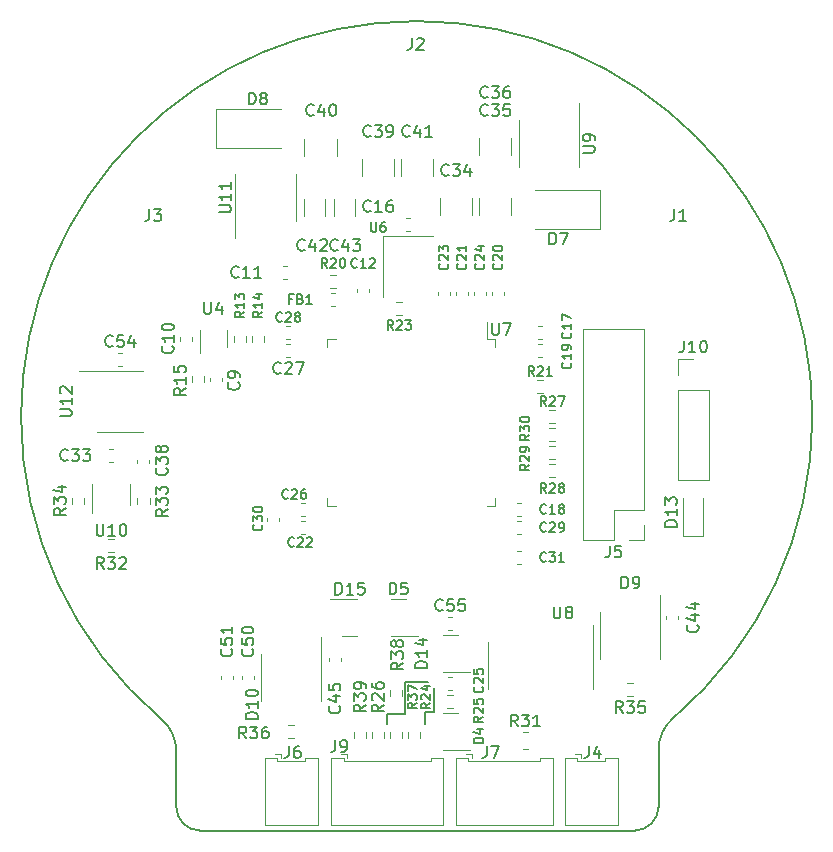
<source format=gbr>
%TF.GenerationSoftware,KiCad,Pcbnew,7.0.6*%
%TF.CreationDate,2024-03-18T21:13:24+03:00*%
%TF.ProjectId,_____ __________,1f3b3042-3020-4433-9f40-30323b353d38,rev?*%
%TF.SameCoordinates,Original*%
%TF.FileFunction,Legend,Top*%
%TF.FilePolarity,Positive*%
%FSLAX46Y46*%
G04 Gerber Fmt 4.6, Leading zero omitted, Abs format (unit mm)*
G04 Created by KiCad (PCBNEW 7.0.6) date 2024-03-18 21:13:24*
%MOMM*%
%LPD*%
G01*
G04 APERTURE LIST*
%ADD10C,0.150000*%
%ADD11C,0.120000*%
%TA.AperFunction,Profile*%
%ADD12C,0.200000*%
%TD*%
G04 APERTURE END LIST*
D10*
X155321000Y-121793000D02*
X155321000Y-120777000D01*
X156083000Y-120777000D02*
X156083000Y-118745000D01*
X155321000Y-120777000D02*
X156083000Y-120777000D01*
X153670000Y-118237000D02*
X155575000Y-118237000D01*
X152146000Y-120904000D02*
X152146000Y-121793000D01*
X152146000Y-120904000D02*
X153670000Y-120904000D01*
X153670000Y-120904000D02*
X153670000Y-118237000D01*
X165601714Y-94850295D02*
X165335047Y-94469342D01*
X165144571Y-94850295D02*
X165144571Y-94050295D01*
X165144571Y-94050295D02*
X165449333Y-94050295D01*
X165449333Y-94050295D02*
X165525523Y-94088390D01*
X165525523Y-94088390D02*
X165563618Y-94126485D01*
X165563618Y-94126485D02*
X165601714Y-94202676D01*
X165601714Y-94202676D02*
X165601714Y-94316961D01*
X165601714Y-94316961D02*
X165563618Y-94393152D01*
X165563618Y-94393152D02*
X165525523Y-94431247D01*
X165525523Y-94431247D02*
X165449333Y-94469342D01*
X165449333Y-94469342D02*
X165144571Y-94469342D01*
X165906475Y-94126485D02*
X165944571Y-94088390D01*
X165944571Y-94088390D02*
X166020761Y-94050295D01*
X166020761Y-94050295D02*
X166211237Y-94050295D01*
X166211237Y-94050295D02*
X166287428Y-94088390D01*
X166287428Y-94088390D02*
X166325523Y-94126485D01*
X166325523Y-94126485D02*
X166363618Y-94202676D01*
X166363618Y-94202676D02*
X166363618Y-94278866D01*
X166363618Y-94278866D02*
X166325523Y-94393152D01*
X166325523Y-94393152D02*
X165868380Y-94850295D01*
X165868380Y-94850295D02*
X166363618Y-94850295D01*
X166630285Y-94050295D02*
X167163619Y-94050295D01*
X167163619Y-94050295D02*
X166820761Y-94850295D01*
X166243095Y-111849819D02*
X166243095Y-112659342D01*
X166243095Y-112659342D02*
X166290714Y-112754580D01*
X166290714Y-112754580D02*
X166338333Y-112802200D01*
X166338333Y-112802200D02*
X166433571Y-112849819D01*
X166433571Y-112849819D02*
X166624047Y-112849819D01*
X166624047Y-112849819D02*
X166719285Y-112802200D01*
X166719285Y-112802200D02*
X166766904Y-112754580D01*
X166766904Y-112754580D02*
X166814523Y-112659342D01*
X166814523Y-112659342D02*
X166814523Y-111849819D01*
X167433571Y-112278390D02*
X167338333Y-112230771D01*
X167338333Y-112230771D02*
X167290714Y-112183152D01*
X167290714Y-112183152D02*
X167243095Y-112087914D01*
X167243095Y-112087914D02*
X167243095Y-112040295D01*
X167243095Y-112040295D02*
X167290714Y-111945057D01*
X167290714Y-111945057D02*
X167338333Y-111897438D01*
X167338333Y-111897438D02*
X167433571Y-111849819D01*
X167433571Y-111849819D02*
X167624047Y-111849819D01*
X167624047Y-111849819D02*
X167719285Y-111897438D01*
X167719285Y-111897438D02*
X167766904Y-111945057D01*
X167766904Y-111945057D02*
X167814523Y-112040295D01*
X167814523Y-112040295D02*
X167814523Y-112087914D01*
X167814523Y-112087914D02*
X167766904Y-112183152D01*
X167766904Y-112183152D02*
X167719285Y-112230771D01*
X167719285Y-112230771D02*
X167624047Y-112278390D01*
X167624047Y-112278390D02*
X167433571Y-112278390D01*
X167433571Y-112278390D02*
X167338333Y-112326009D01*
X167338333Y-112326009D02*
X167290714Y-112373628D01*
X167290714Y-112373628D02*
X167243095Y-112468866D01*
X167243095Y-112468866D02*
X167243095Y-112659342D01*
X167243095Y-112659342D02*
X167290714Y-112754580D01*
X167290714Y-112754580D02*
X167338333Y-112802200D01*
X167338333Y-112802200D02*
X167433571Y-112849819D01*
X167433571Y-112849819D02*
X167624047Y-112849819D01*
X167624047Y-112849819D02*
X167719285Y-112802200D01*
X167719285Y-112802200D02*
X167766904Y-112754580D01*
X167766904Y-112754580D02*
X167814523Y-112659342D01*
X167814523Y-112659342D02*
X167814523Y-112468866D01*
X167814523Y-112468866D02*
X167766904Y-112373628D01*
X167766904Y-112373628D02*
X167719285Y-112326009D01*
X167719285Y-112326009D02*
X167624047Y-112278390D01*
X177244476Y-89326819D02*
X177244476Y-90041104D01*
X177244476Y-90041104D02*
X177196857Y-90183961D01*
X177196857Y-90183961D02*
X177101619Y-90279200D01*
X177101619Y-90279200D02*
X176958762Y-90326819D01*
X176958762Y-90326819D02*
X176863524Y-90326819D01*
X178244476Y-90326819D02*
X177673048Y-90326819D01*
X177958762Y-90326819D02*
X177958762Y-89326819D01*
X177958762Y-89326819D02*
X177863524Y-89469676D01*
X177863524Y-89469676D02*
X177768286Y-89564914D01*
X177768286Y-89564914D02*
X177673048Y-89612533D01*
X178863524Y-89326819D02*
X178958762Y-89326819D01*
X178958762Y-89326819D02*
X179054000Y-89374438D01*
X179054000Y-89374438D02*
X179101619Y-89422057D01*
X179101619Y-89422057D02*
X179149238Y-89517295D01*
X179149238Y-89517295D02*
X179196857Y-89707771D01*
X179196857Y-89707771D02*
X179196857Y-89945866D01*
X179196857Y-89945866D02*
X179149238Y-90136342D01*
X179149238Y-90136342D02*
X179101619Y-90231580D01*
X179101619Y-90231580D02*
X179054000Y-90279200D01*
X179054000Y-90279200D02*
X178958762Y-90326819D01*
X178958762Y-90326819D02*
X178863524Y-90326819D01*
X178863524Y-90326819D02*
X178768286Y-90279200D01*
X178768286Y-90279200D02*
X178720667Y-90231580D01*
X178720667Y-90231580D02*
X178673048Y-90136342D01*
X178673048Y-90136342D02*
X178625429Y-89945866D01*
X178625429Y-89945866D02*
X178625429Y-89707771D01*
X178625429Y-89707771D02*
X178673048Y-89517295D01*
X178673048Y-89517295D02*
X178720667Y-89422057D01*
X178720667Y-89422057D02*
X178768286Y-89374438D01*
X178768286Y-89374438D02*
X178863524Y-89326819D01*
X169211666Y-123660819D02*
X169211666Y-124375104D01*
X169211666Y-124375104D02*
X169164047Y-124517961D01*
X169164047Y-124517961D02*
X169068809Y-124613200D01*
X169068809Y-124613200D02*
X168925952Y-124660819D01*
X168925952Y-124660819D02*
X168830714Y-124660819D01*
X170116428Y-123994152D02*
X170116428Y-124660819D01*
X169878333Y-123613200D02*
X169640238Y-124327485D01*
X169640238Y-124327485D02*
X170259285Y-124327485D01*
X141510104Y-104908285D02*
X141548200Y-104946381D01*
X141548200Y-104946381D02*
X141586295Y-105060666D01*
X141586295Y-105060666D02*
X141586295Y-105136857D01*
X141586295Y-105136857D02*
X141548200Y-105251143D01*
X141548200Y-105251143D02*
X141472009Y-105327333D01*
X141472009Y-105327333D02*
X141395819Y-105365428D01*
X141395819Y-105365428D02*
X141243438Y-105403524D01*
X141243438Y-105403524D02*
X141129152Y-105403524D01*
X141129152Y-105403524D02*
X140976771Y-105365428D01*
X140976771Y-105365428D02*
X140900580Y-105327333D01*
X140900580Y-105327333D02*
X140824390Y-105251143D01*
X140824390Y-105251143D02*
X140786295Y-105136857D01*
X140786295Y-105136857D02*
X140786295Y-105060666D01*
X140786295Y-105060666D02*
X140824390Y-104946381D01*
X140824390Y-104946381D02*
X140862485Y-104908285D01*
X140786295Y-104641619D02*
X140786295Y-104146381D01*
X140786295Y-104146381D02*
X141091057Y-104413047D01*
X141091057Y-104413047D02*
X141091057Y-104298762D01*
X141091057Y-104298762D02*
X141129152Y-104222571D01*
X141129152Y-104222571D02*
X141167247Y-104184476D01*
X141167247Y-104184476D02*
X141243438Y-104146381D01*
X141243438Y-104146381D02*
X141433914Y-104146381D01*
X141433914Y-104146381D02*
X141510104Y-104184476D01*
X141510104Y-104184476D02*
X141548200Y-104222571D01*
X141548200Y-104222571D02*
X141586295Y-104298762D01*
X141586295Y-104298762D02*
X141586295Y-104527333D01*
X141586295Y-104527333D02*
X141548200Y-104603524D01*
X141548200Y-104603524D02*
X141510104Y-104641619D01*
X140786295Y-103651142D02*
X140786295Y-103574952D01*
X140786295Y-103574952D02*
X140824390Y-103498761D01*
X140824390Y-103498761D02*
X140862485Y-103460666D01*
X140862485Y-103460666D02*
X140938676Y-103422571D01*
X140938676Y-103422571D02*
X141091057Y-103384476D01*
X141091057Y-103384476D02*
X141281533Y-103384476D01*
X141281533Y-103384476D02*
X141433914Y-103422571D01*
X141433914Y-103422571D02*
X141510104Y-103460666D01*
X141510104Y-103460666D02*
X141548200Y-103498761D01*
X141548200Y-103498761D02*
X141586295Y-103574952D01*
X141586295Y-103574952D02*
X141586295Y-103651142D01*
X141586295Y-103651142D02*
X141548200Y-103727333D01*
X141548200Y-103727333D02*
X141510104Y-103765428D01*
X141510104Y-103765428D02*
X141433914Y-103803523D01*
X141433914Y-103803523D02*
X141281533Y-103841619D01*
X141281533Y-103841619D02*
X141091057Y-103841619D01*
X141091057Y-103841619D02*
X140938676Y-103803523D01*
X140938676Y-103803523D02*
X140862485Y-103765428D01*
X140862485Y-103765428D02*
X140824390Y-103727333D01*
X140824390Y-103727333D02*
X140786295Y-103651142D01*
X150774476Y-79318295D02*
X150774476Y-79965914D01*
X150774476Y-79965914D02*
X150812571Y-80042104D01*
X150812571Y-80042104D02*
X150850666Y-80080200D01*
X150850666Y-80080200D02*
X150926857Y-80118295D01*
X150926857Y-80118295D02*
X151079238Y-80118295D01*
X151079238Y-80118295D02*
X151155428Y-80080200D01*
X151155428Y-80080200D02*
X151193523Y-80042104D01*
X151193523Y-80042104D02*
X151231619Y-79965914D01*
X151231619Y-79965914D02*
X151231619Y-79318295D01*
X151955428Y-79318295D02*
X151803047Y-79318295D01*
X151803047Y-79318295D02*
X151726856Y-79356390D01*
X151726856Y-79356390D02*
X151688761Y-79394485D01*
X151688761Y-79394485D02*
X151612571Y-79508771D01*
X151612571Y-79508771D02*
X151574475Y-79661152D01*
X151574475Y-79661152D02*
X151574475Y-79965914D01*
X151574475Y-79965914D02*
X151612571Y-80042104D01*
X151612571Y-80042104D02*
X151650666Y-80080200D01*
X151650666Y-80080200D02*
X151726856Y-80118295D01*
X151726856Y-80118295D02*
X151879237Y-80118295D01*
X151879237Y-80118295D02*
X151955428Y-80080200D01*
X151955428Y-80080200D02*
X151993523Y-80042104D01*
X151993523Y-80042104D02*
X152031618Y-79965914D01*
X152031618Y-79965914D02*
X152031618Y-79775438D01*
X152031618Y-79775438D02*
X151993523Y-79699247D01*
X151993523Y-79699247D02*
X151955428Y-79661152D01*
X151955428Y-79661152D02*
X151879237Y-79623057D01*
X151879237Y-79623057D02*
X151726856Y-79623057D01*
X151726856Y-79623057D02*
X151650666Y-79661152D01*
X151650666Y-79661152D02*
X151612571Y-79699247D01*
X151612571Y-79699247D02*
X151574475Y-79775438D01*
X164192295Y-99828285D02*
X163811342Y-100094952D01*
X164192295Y-100285428D02*
X163392295Y-100285428D01*
X163392295Y-100285428D02*
X163392295Y-99980666D01*
X163392295Y-99980666D02*
X163430390Y-99904476D01*
X163430390Y-99904476D02*
X163468485Y-99866381D01*
X163468485Y-99866381D02*
X163544676Y-99828285D01*
X163544676Y-99828285D02*
X163658961Y-99828285D01*
X163658961Y-99828285D02*
X163735152Y-99866381D01*
X163735152Y-99866381D02*
X163773247Y-99904476D01*
X163773247Y-99904476D02*
X163811342Y-99980666D01*
X163811342Y-99980666D02*
X163811342Y-100285428D01*
X163468485Y-99523524D02*
X163430390Y-99485428D01*
X163430390Y-99485428D02*
X163392295Y-99409238D01*
X163392295Y-99409238D02*
X163392295Y-99218762D01*
X163392295Y-99218762D02*
X163430390Y-99142571D01*
X163430390Y-99142571D02*
X163468485Y-99104476D01*
X163468485Y-99104476D02*
X163544676Y-99066381D01*
X163544676Y-99066381D02*
X163620866Y-99066381D01*
X163620866Y-99066381D02*
X163735152Y-99104476D01*
X163735152Y-99104476D02*
X164192295Y-99561619D01*
X164192295Y-99561619D02*
X164192295Y-99066381D01*
X164192295Y-98685428D02*
X164192295Y-98533047D01*
X164192295Y-98533047D02*
X164154200Y-98456857D01*
X164154200Y-98456857D02*
X164116104Y-98418761D01*
X164116104Y-98418761D02*
X164001819Y-98342571D01*
X164001819Y-98342571D02*
X163849438Y-98304476D01*
X163849438Y-98304476D02*
X163544676Y-98304476D01*
X163544676Y-98304476D02*
X163468485Y-98342571D01*
X163468485Y-98342571D02*
X163430390Y-98380666D01*
X163430390Y-98380666D02*
X163392295Y-98456857D01*
X163392295Y-98456857D02*
X163392295Y-98609238D01*
X163392295Y-98609238D02*
X163430390Y-98685428D01*
X163430390Y-98685428D02*
X163468485Y-98723523D01*
X163468485Y-98723523D02*
X163544676Y-98761619D01*
X163544676Y-98761619D02*
X163735152Y-98761619D01*
X163735152Y-98761619D02*
X163811342Y-98723523D01*
X163811342Y-98723523D02*
X163849438Y-98685428D01*
X163849438Y-98685428D02*
X163887533Y-98609238D01*
X163887533Y-98609238D02*
X163887533Y-98456857D01*
X163887533Y-98456857D02*
X163849438Y-98380666D01*
X163849438Y-98380666D02*
X163811342Y-98342571D01*
X163811342Y-98342571D02*
X163735152Y-98304476D01*
X176658819Y-105080285D02*
X175658819Y-105080285D01*
X175658819Y-105080285D02*
X175658819Y-104842190D01*
X175658819Y-104842190D02*
X175706438Y-104699333D01*
X175706438Y-104699333D02*
X175801676Y-104604095D01*
X175801676Y-104604095D02*
X175896914Y-104556476D01*
X175896914Y-104556476D02*
X176087390Y-104508857D01*
X176087390Y-104508857D02*
X176230247Y-104508857D01*
X176230247Y-104508857D02*
X176420723Y-104556476D01*
X176420723Y-104556476D02*
X176515961Y-104604095D01*
X176515961Y-104604095D02*
X176611200Y-104699333D01*
X176611200Y-104699333D02*
X176658819Y-104842190D01*
X176658819Y-104842190D02*
X176658819Y-105080285D01*
X176658819Y-103556476D02*
X176658819Y-104127904D01*
X176658819Y-103842190D02*
X175658819Y-103842190D01*
X175658819Y-103842190D02*
X175801676Y-103937428D01*
X175801676Y-103937428D02*
X175896914Y-104032666D01*
X175896914Y-104032666D02*
X175944533Y-104127904D01*
X175658819Y-103223142D02*
X175658819Y-102604095D01*
X175658819Y-102604095D02*
X176039771Y-102937428D01*
X176039771Y-102937428D02*
X176039771Y-102794571D01*
X176039771Y-102794571D02*
X176087390Y-102699333D01*
X176087390Y-102699333D02*
X176135009Y-102651714D01*
X176135009Y-102651714D02*
X176230247Y-102604095D01*
X176230247Y-102604095D02*
X176468342Y-102604095D01*
X176468342Y-102604095D02*
X176563580Y-102651714D01*
X176563580Y-102651714D02*
X176611200Y-102699333D01*
X176611200Y-102699333D02*
X176658819Y-102794571D01*
X176658819Y-102794571D02*
X176658819Y-103080285D01*
X176658819Y-103080285D02*
X176611200Y-103175523D01*
X176611200Y-103175523D02*
X176563580Y-103223142D01*
X128135142Y-108658819D02*
X127801809Y-108182628D01*
X127563714Y-108658819D02*
X127563714Y-107658819D01*
X127563714Y-107658819D02*
X127944666Y-107658819D01*
X127944666Y-107658819D02*
X128039904Y-107706438D01*
X128039904Y-107706438D02*
X128087523Y-107754057D01*
X128087523Y-107754057D02*
X128135142Y-107849295D01*
X128135142Y-107849295D02*
X128135142Y-107992152D01*
X128135142Y-107992152D02*
X128087523Y-108087390D01*
X128087523Y-108087390D02*
X128039904Y-108135009D01*
X128039904Y-108135009D02*
X127944666Y-108182628D01*
X127944666Y-108182628D02*
X127563714Y-108182628D01*
X128468476Y-107658819D02*
X129087523Y-107658819D01*
X129087523Y-107658819D02*
X128754190Y-108039771D01*
X128754190Y-108039771D02*
X128897047Y-108039771D01*
X128897047Y-108039771D02*
X128992285Y-108087390D01*
X128992285Y-108087390D02*
X129039904Y-108135009D01*
X129039904Y-108135009D02*
X129087523Y-108230247D01*
X129087523Y-108230247D02*
X129087523Y-108468342D01*
X129087523Y-108468342D02*
X129039904Y-108563580D01*
X129039904Y-108563580D02*
X128992285Y-108611200D01*
X128992285Y-108611200D02*
X128897047Y-108658819D01*
X128897047Y-108658819D02*
X128611333Y-108658819D01*
X128611333Y-108658819D02*
X128516095Y-108611200D01*
X128516095Y-108611200D02*
X128468476Y-108563580D01*
X129468476Y-107754057D02*
X129516095Y-107706438D01*
X129516095Y-107706438D02*
X129611333Y-107658819D01*
X129611333Y-107658819D02*
X129849428Y-107658819D01*
X129849428Y-107658819D02*
X129944666Y-107706438D01*
X129944666Y-107706438D02*
X129992285Y-107754057D01*
X129992285Y-107754057D02*
X130039904Y-107849295D01*
X130039904Y-107849295D02*
X130039904Y-107944533D01*
X130039904Y-107944533D02*
X129992285Y-108087390D01*
X129992285Y-108087390D02*
X129420857Y-108658819D01*
X129420857Y-108658819D02*
X130039904Y-108658819D01*
X158782104Y-82810285D02*
X158820200Y-82848381D01*
X158820200Y-82848381D02*
X158858295Y-82962666D01*
X158858295Y-82962666D02*
X158858295Y-83038857D01*
X158858295Y-83038857D02*
X158820200Y-83153143D01*
X158820200Y-83153143D02*
X158744009Y-83229333D01*
X158744009Y-83229333D02*
X158667819Y-83267428D01*
X158667819Y-83267428D02*
X158515438Y-83305524D01*
X158515438Y-83305524D02*
X158401152Y-83305524D01*
X158401152Y-83305524D02*
X158248771Y-83267428D01*
X158248771Y-83267428D02*
X158172580Y-83229333D01*
X158172580Y-83229333D02*
X158096390Y-83153143D01*
X158096390Y-83153143D02*
X158058295Y-83038857D01*
X158058295Y-83038857D02*
X158058295Y-82962666D01*
X158058295Y-82962666D02*
X158096390Y-82848381D01*
X158096390Y-82848381D02*
X158134485Y-82810285D01*
X158134485Y-82505524D02*
X158096390Y-82467428D01*
X158096390Y-82467428D02*
X158058295Y-82391238D01*
X158058295Y-82391238D02*
X158058295Y-82200762D01*
X158058295Y-82200762D02*
X158096390Y-82124571D01*
X158096390Y-82124571D02*
X158134485Y-82086476D01*
X158134485Y-82086476D02*
X158210676Y-82048381D01*
X158210676Y-82048381D02*
X158286866Y-82048381D01*
X158286866Y-82048381D02*
X158401152Y-82086476D01*
X158401152Y-82086476D02*
X158858295Y-82543619D01*
X158858295Y-82543619D02*
X158858295Y-82048381D01*
X158858295Y-81286476D02*
X158858295Y-81743619D01*
X158858295Y-81515047D02*
X158058295Y-81515047D01*
X158058295Y-81515047D02*
X158172580Y-81591238D01*
X158172580Y-81591238D02*
X158248771Y-81667428D01*
X158248771Y-81667428D02*
X158286866Y-81743619D01*
X144113333Y-85795247D02*
X143846667Y-85795247D01*
X143846667Y-86214295D02*
X143846667Y-85414295D01*
X143846667Y-85414295D02*
X144227619Y-85414295D01*
X144799047Y-85795247D02*
X144913333Y-85833342D01*
X144913333Y-85833342D02*
X144951428Y-85871438D01*
X144951428Y-85871438D02*
X144989524Y-85947628D01*
X144989524Y-85947628D02*
X144989524Y-86061914D01*
X144989524Y-86061914D02*
X144951428Y-86138104D01*
X144951428Y-86138104D02*
X144913333Y-86176200D01*
X144913333Y-86176200D02*
X144837143Y-86214295D01*
X144837143Y-86214295D02*
X144532381Y-86214295D01*
X144532381Y-86214295D02*
X144532381Y-85414295D01*
X144532381Y-85414295D02*
X144799047Y-85414295D01*
X144799047Y-85414295D02*
X144875238Y-85452390D01*
X144875238Y-85452390D02*
X144913333Y-85490485D01*
X144913333Y-85490485D02*
X144951428Y-85566676D01*
X144951428Y-85566676D02*
X144951428Y-85642866D01*
X144951428Y-85642866D02*
X144913333Y-85719057D01*
X144913333Y-85719057D02*
X144875238Y-85757152D01*
X144875238Y-85757152D02*
X144799047Y-85795247D01*
X144799047Y-85795247D02*
X144532381Y-85795247D01*
X145751428Y-86214295D02*
X145294285Y-86214295D01*
X145522857Y-86214295D02*
X145522857Y-85414295D01*
X145522857Y-85414295D02*
X145446666Y-85528580D01*
X145446666Y-85528580D02*
X145370476Y-85604771D01*
X145370476Y-85604771D02*
X145294285Y-85642866D01*
X150741142Y-78337580D02*
X150693523Y-78385200D01*
X150693523Y-78385200D02*
X150550666Y-78432819D01*
X150550666Y-78432819D02*
X150455428Y-78432819D01*
X150455428Y-78432819D02*
X150312571Y-78385200D01*
X150312571Y-78385200D02*
X150217333Y-78289961D01*
X150217333Y-78289961D02*
X150169714Y-78194723D01*
X150169714Y-78194723D02*
X150122095Y-78004247D01*
X150122095Y-78004247D02*
X150122095Y-77861390D01*
X150122095Y-77861390D02*
X150169714Y-77670914D01*
X150169714Y-77670914D02*
X150217333Y-77575676D01*
X150217333Y-77575676D02*
X150312571Y-77480438D01*
X150312571Y-77480438D02*
X150455428Y-77432819D01*
X150455428Y-77432819D02*
X150550666Y-77432819D01*
X150550666Y-77432819D02*
X150693523Y-77480438D01*
X150693523Y-77480438D02*
X150741142Y-77528057D01*
X151693523Y-78432819D02*
X151122095Y-78432819D01*
X151407809Y-78432819D02*
X151407809Y-77432819D01*
X151407809Y-77432819D02*
X151312571Y-77575676D01*
X151312571Y-77575676D02*
X151217333Y-77670914D01*
X151217333Y-77670914D02*
X151122095Y-77718533D01*
X152550666Y-77432819D02*
X152360190Y-77432819D01*
X152360190Y-77432819D02*
X152264952Y-77480438D01*
X152264952Y-77480438D02*
X152217333Y-77528057D01*
X152217333Y-77528057D02*
X152122095Y-77670914D01*
X152122095Y-77670914D02*
X152074476Y-77861390D01*
X152074476Y-77861390D02*
X152074476Y-78242342D01*
X152074476Y-78242342D02*
X152122095Y-78337580D01*
X152122095Y-78337580D02*
X152169714Y-78385200D01*
X152169714Y-78385200D02*
X152264952Y-78432819D01*
X152264952Y-78432819D02*
X152455428Y-78432819D01*
X152455428Y-78432819D02*
X152550666Y-78385200D01*
X152550666Y-78385200D02*
X152598285Y-78337580D01*
X152598285Y-78337580D02*
X152645904Y-78242342D01*
X152645904Y-78242342D02*
X152645904Y-78004247D01*
X152645904Y-78004247D02*
X152598285Y-77909009D01*
X152598285Y-77909009D02*
X152550666Y-77861390D01*
X152550666Y-77861390D02*
X152455428Y-77813771D01*
X152455428Y-77813771D02*
X152264952Y-77813771D01*
X152264952Y-77813771D02*
X152169714Y-77861390D01*
X152169714Y-77861390D02*
X152122095Y-77909009D01*
X152122095Y-77909009D02*
X152074476Y-78004247D01*
X140200142Y-123009819D02*
X139866809Y-122533628D01*
X139628714Y-123009819D02*
X139628714Y-122009819D01*
X139628714Y-122009819D02*
X140009666Y-122009819D01*
X140009666Y-122009819D02*
X140104904Y-122057438D01*
X140104904Y-122057438D02*
X140152523Y-122105057D01*
X140152523Y-122105057D02*
X140200142Y-122200295D01*
X140200142Y-122200295D02*
X140200142Y-122343152D01*
X140200142Y-122343152D02*
X140152523Y-122438390D01*
X140152523Y-122438390D02*
X140104904Y-122486009D01*
X140104904Y-122486009D02*
X140009666Y-122533628D01*
X140009666Y-122533628D02*
X139628714Y-122533628D01*
X140533476Y-122009819D02*
X141152523Y-122009819D01*
X141152523Y-122009819D02*
X140819190Y-122390771D01*
X140819190Y-122390771D02*
X140962047Y-122390771D01*
X140962047Y-122390771D02*
X141057285Y-122438390D01*
X141057285Y-122438390D02*
X141104904Y-122486009D01*
X141104904Y-122486009D02*
X141152523Y-122581247D01*
X141152523Y-122581247D02*
X141152523Y-122819342D01*
X141152523Y-122819342D02*
X141104904Y-122914580D01*
X141104904Y-122914580D02*
X141057285Y-122962200D01*
X141057285Y-122962200D02*
X140962047Y-123009819D01*
X140962047Y-123009819D02*
X140676333Y-123009819D01*
X140676333Y-123009819D02*
X140581095Y-122962200D01*
X140581095Y-122962200D02*
X140533476Y-122914580D01*
X142009666Y-122009819D02*
X141819190Y-122009819D01*
X141819190Y-122009819D02*
X141723952Y-122057438D01*
X141723952Y-122057438D02*
X141676333Y-122105057D01*
X141676333Y-122105057D02*
X141581095Y-122247914D01*
X141581095Y-122247914D02*
X141533476Y-122438390D01*
X141533476Y-122438390D02*
X141533476Y-122819342D01*
X141533476Y-122819342D02*
X141581095Y-122914580D01*
X141581095Y-122914580D02*
X141628714Y-122962200D01*
X141628714Y-122962200D02*
X141723952Y-123009819D01*
X141723952Y-123009819D02*
X141914428Y-123009819D01*
X141914428Y-123009819D02*
X142009666Y-122962200D01*
X142009666Y-122962200D02*
X142057285Y-122914580D01*
X142057285Y-122914580D02*
X142104904Y-122819342D01*
X142104904Y-122819342D02*
X142104904Y-122581247D01*
X142104904Y-122581247D02*
X142057285Y-122486009D01*
X142057285Y-122486009D02*
X142009666Y-122438390D01*
X142009666Y-122438390D02*
X141914428Y-122390771D01*
X141914428Y-122390771D02*
X141723952Y-122390771D01*
X141723952Y-122390771D02*
X141628714Y-122438390D01*
X141628714Y-122438390D02*
X141581095Y-122486009D01*
X141581095Y-122486009D02*
X141533476Y-122581247D01*
X132000666Y-78194819D02*
X132000666Y-78909104D01*
X132000666Y-78909104D02*
X131953047Y-79051961D01*
X131953047Y-79051961D02*
X131857809Y-79147200D01*
X131857809Y-79147200D02*
X131714952Y-79194819D01*
X131714952Y-79194819D02*
X131619714Y-79194819D01*
X132381619Y-78194819D02*
X133000666Y-78194819D01*
X133000666Y-78194819D02*
X132667333Y-78575771D01*
X132667333Y-78575771D02*
X132810190Y-78575771D01*
X132810190Y-78575771D02*
X132905428Y-78623390D01*
X132905428Y-78623390D02*
X132953047Y-78671009D01*
X132953047Y-78671009D02*
X133000666Y-78766247D01*
X133000666Y-78766247D02*
X133000666Y-79004342D01*
X133000666Y-79004342D02*
X132953047Y-79099580D01*
X132953047Y-79099580D02*
X132905428Y-79147200D01*
X132905428Y-79147200D02*
X132810190Y-79194819D01*
X132810190Y-79194819D02*
X132524476Y-79194819D01*
X132524476Y-79194819D02*
X132429238Y-79147200D01*
X132429238Y-79147200D02*
X132381619Y-79099580D01*
X149599714Y-83090104D02*
X149561618Y-83128200D01*
X149561618Y-83128200D02*
X149447333Y-83166295D01*
X149447333Y-83166295D02*
X149371142Y-83166295D01*
X149371142Y-83166295D02*
X149256856Y-83128200D01*
X149256856Y-83128200D02*
X149180666Y-83052009D01*
X149180666Y-83052009D02*
X149142571Y-82975819D01*
X149142571Y-82975819D02*
X149104475Y-82823438D01*
X149104475Y-82823438D02*
X149104475Y-82709152D01*
X149104475Y-82709152D02*
X149142571Y-82556771D01*
X149142571Y-82556771D02*
X149180666Y-82480580D01*
X149180666Y-82480580D02*
X149256856Y-82404390D01*
X149256856Y-82404390D02*
X149371142Y-82366295D01*
X149371142Y-82366295D02*
X149447333Y-82366295D01*
X149447333Y-82366295D02*
X149561618Y-82404390D01*
X149561618Y-82404390D02*
X149599714Y-82442485D01*
X150361618Y-83166295D02*
X149904475Y-83166295D01*
X150133047Y-83166295D02*
X150133047Y-82366295D01*
X150133047Y-82366295D02*
X150056856Y-82480580D01*
X150056856Y-82480580D02*
X149980666Y-82556771D01*
X149980666Y-82556771D02*
X149904475Y-82594866D01*
X150666380Y-82442485D02*
X150704476Y-82404390D01*
X150704476Y-82404390D02*
X150780666Y-82366295D01*
X150780666Y-82366295D02*
X150971142Y-82366295D01*
X150971142Y-82366295D02*
X151047333Y-82404390D01*
X151047333Y-82404390D02*
X151085428Y-82442485D01*
X151085428Y-82442485D02*
X151123523Y-82518676D01*
X151123523Y-82518676D02*
X151123523Y-82594866D01*
X151123523Y-82594866D02*
X151085428Y-82709152D01*
X151085428Y-82709152D02*
X150628285Y-83166295D01*
X150628285Y-83166295D02*
X151123523Y-83166295D01*
X160647142Y-68685580D02*
X160599523Y-68733200D01*
X160599523Y-68733200D02*
X160456666Y-68780819D01*
X160456666Y-68780819D02*
X160361428Y-68780819D01*
X160361428Y-68780819D02*
X160218571Y-68733200D01*
X160218571Y-68733200D02*
X160123333Y-68637961D01*
X160123333Y-68637961D02*
X160075714Y-68542723D01*
X160075714Y-68542723D02*
X160028095Y-68352247D01*
X160028095Y-68352247D02*
X160028095Y-68209390D01*
X160028095Y-68209390D02*
X160075714Y-68018914D01*
X160075714Y-68018914D02*
X160123333Y-67923676D01*
X160123333Y-67923676D02*
X160218571Y-67828438D01*
X160218571Y-67828438D02*
X160361428Y-67780819D01*
X160361428Y-67780819D02*
X160456666Y-67780819D01*
X160456666Y-67780819D02*
X160599523Y-67828438D01*
X160599523Y-67828438D02*
X160647142Y-67876057D01*
X160980476Y-67780819D02*
X161599523Y-67780819D01*
X161599523Y-67780819D02*
X161266190Y-68161771D01*
X161266190Y-68161771D02*
X161409047Y-68161771D01*
X161409047Y-68161771D02*
X161504285Y-68209390D01*
X161504285Y-68209390D02*
X161551904Y-68257009D01*
X161551904Y-68257009D02*
X161599523Y-68352247D01*
X161599523Y-68352247D02*
X161599523Y-68590342D01*
X161599523Y-68590342D02*
X161551904Y-68685580D01*
X161551904Y-68685580D02*
X161504285Y-68733200D01*
X161504285Y-68733200D02*
X161409047Y-68780819D01*
X161409047Y-68780819D02*
X161123333Y-68780819D01*
X161123333Y-68780819D02*
X161028095Y-68733200D01*
X161028095Y-68733200D02*
X160980476Y-68685580D01*
X162456666Y-67780819D02*
X162266190Y-67780819D01*
X162266190Y-67780819D02*
X162170952Y-67828438D01*
X162170952Y-67828438D02*
X162123333Y-67876057D01*
X162123333Y-67876057D02*
X162028095Y-68018914D01*
X162028095Y-68018914D02*
X161980476Y-68209390D01*
X161980476Y-68209390D02*
X161980476Y-68590342D01*
X161980476Y-68590342D02*
X162028095Y-68685580D01*
X162028095Y-68685580D02*
X162075714Y-68733200D01*
X162075714Y-68733200D02*
X162170952Y-68780819D01*
X162170952Y-68780819D02*
X162361428Y-68780819D01*
X162361428Y-68780819D02*
X162456666Y-68733200D01*
X162456666Y-68733200D02*
X162504285Y-68685580D01*
X162504285Y-68685580D02*
X162551904Y-68590342D01*
X162551904Y-68590342D02*
X162551904Y-68352247D01*
X162551904Y-68352247D02*
X162504285Y-68257009D01*
X162504285Y-68257009D02*
X162456666Y-68209390D01*
X162456666Y-68209390D02*
X162361428Y-68161771D01*
X162361428Y-68161771D02*
X162170952Y-68161771D01*
X162170952Y-68161771D02*
X162075714Y-68209390D01*
X162075714Y-68209390D02*
X162028095Y-68257009D01*
X162028095Y-68257009D02*
X161980476Y-68352247D01*
X165601714Y-105442104D02*
X165563618Y-105480200D01*
X165563618Y-105480200D02*
X165449333Y-105518295D01*
X165449333Y-105518295D02*
X165373142Y-105518295D01*
X165373142Y-105518295D02*
X165258856Y-105480200D01*
X165258856Y-105480200D02*
X165182666Y-105404009D01*
X165182666Y-105404009D02*
X165144571Y-105327819D01*
X165144571Y-105327819D02*
X165106475Y-105175438D01*
X165106475Y-105175438D02*
X165106475Y-105061152D01*
X165106475Y-105061152D02*
X165144571Y-104908771D01*
X165144571Y-104908771D02*
X165182666Y-104832580D01*
X165182666Y-104832580D02*
X165258856Y-104756390D01*
X165258856Y-104756390D02*
X165373142Y-104718295D01*
X165373142Y-104718295D02*
X165449333Y-104718295D01*
X165449333Y-104718295D02*
X165563618Y-104756390D01*
X165563618Y-104756390D02*
X165601714Y-104794485D01*
X165906475Y-104794485D02*
X165944571Y-104756390D01*
X165944571Y-104756390D02*
X166020761Y-104718295D01*
X166020761Y-104718295D02*
X166211237Y-104718295D01*
X166211237Y-104718295D02*
X166287428Y-104756390D01*
X166287428Y-104756390D02*
X166325523Y-104794485D01*
X166325523Y-104794485D02*
X166363618Y-104870676D01*
X166363618Y-104870676D02*
X166363618Y-104946866D01*
X166363618Y-104946866D02*
X166325523Y-105061152D01*
X166325523Y-105061152D02*
X165868380Y-105518295D01*
X165868380Y-105518295D02*
X166363618Y-105518295D01*
X166744571Y-105518295D02*
X166896952Y-105518295D01*
X166896952Y-105518295D02*
X166973142Y-105480200D01*
X166973142Y-105480200D02*
X167011238Y-105442104D01*
X167011238Y-105442104D02*
X167087428Y-105327819D01*
X167087428Y-105327819D02*
X167125523Y-105175438D01*
X167125523Y-105175438D02*
X167125523Y-104870676D01*
X167125523Y-104870676D02*
X167087428Y-104794485D01*
X167087428Y-104794485D02*
X167049333Y-104756390D01*
X167049333Y-104756390D02*
X166973142Y-104718295D01*
X166973142Y-104718295D02*
X166820761Y-104718295D01*
X166820761Y-104718295D02*
X166744571Y-104756390D01*
X166744571Y-104756390D02*
X166706476Y-104794485D01*
X166706476Y-104794485D02*
X166668380Y-104870676D01*
X166668380Y-104870676D02*
X166668380Y-105061152D01*
X166668380Y-105061152D02*
X166706476Y-105137342D01*
X166706476Y-105137342D02*
X166744571Y-105175438D01*
X166744571Y-105175438D02*
X166820761Y-105213533D01*
X166820761Y-105213533D02*
X166973142Y-105213533D01*
X166973142Y-105213533D02*
X167049333Y-105175438D01*
X167049333Y-105175438D02*
X167087428Y-105137342D01*
X167087428Y-105137342D02*
X167125523Y-105061152D01*
X124914819Y-103512857D02*
X124438628Y-103846190D01*
X124914819Y-104084285D02*
X123914819Y-104084285D01*
X123914819Y-104084285D02*
X123914819Y-103703333D01*
X123914819Y-103703333D02*
X123962438Y-103608095D01*
X123962438Y-103608095D02*
X124010057Y-103560476D01*
X124010057Y-103560476D02*
X124105295Y-103512857D01*
X124105295Y-103512857D02*
X124248152Y-103512857D01*
X124248152Y-103512857D02*
X124343390Y-103560476D01*
X124343390Y-103560476D02*
X124391009Y-103608095D01*
X124391009Y-103608095D02*
X124438628Y-103703333D01*
X124438628Y-103703333D02*
X124438628Y-104084285D01*
X123914819Y-103179523D02*
X123914819Y-102560476D01*
X123914819Y-102560476D02*
X124295771Y-102893809D01*
X124295771Y-102893809D02*
X124295771Y-102750952D01*
X124295771Y-102750952D02*
X124343390Y-102655714D01*
X124343390Y-102655714D02*
X124391009Y-102608095D01*
X124391009Y-102608095D02*
X124486247Y-102560476D01*
X124486247Y-102560476D02*
X124724342Y-102560476D01*
X124724342Y-102560476D02*
X124819580Y-102608095D01*
X124819580Y-102608095D02*
X124867200Y-102655714D01*
X124867200Y-102655714D02*
X124914819Y-102750952D01*
X124914819Y-102750952D02*
X124914819Y-103036666D01*
X124914819Y-103036666D02*
X124867200Y-103131904D01*
X124867200Y-103131904D02*
X124819580Y-103179523D01*
X124248152Y-101703333D02*
X124914819Y-101703333D01*
X123867200Y-101941428D02*
X124581485Y-102179523D01*
X124581485Y-102179523D02*
X124581485Y-101560476D01*
X156837142Y-112119580D02*
X156789523Y-112167200D01*
X156789523Y-112167200D02*
X156646666Y-112214819D01*
X156646666Y-112214819D02*
X156551428Y-112214819D01*
X156551428Y-112214819D02*
X156408571Y-112167200D01*
X156408571Y-112167200D02*
X156313333Y-112071961D01*
X156313333Y-112071961D02*
X156265714Y-111976723D01*
X156265714Y-111976723D02*
X156218095Y-111786247D01*
X156218095Y-111786247D02*
X156218095Y-111643390D01*
X156218095Y-111643390D02*
X156265714Y-111452914D01*
X156265714Y-111452914D02*
X156313333Y-111357676D01*
X156313333Y-111357676D02*
X156408571Y-111262438D01*
X156408571Y-111262438D02*
X156551428Y-111214819D01*
X156551428Y-111214819D02*
X156646666Y-111214819D01*
X156646666Y-111214819D02*
X156789523Y-111262438D01*
X156789523Y-111262438D02*
X156837142Y-111310057D01*
X157741904Y-111214819D02*
X157265714Y-111214819D01*
X157265714Y-111214819D02*
X157218095Y-111691009D01*
X157218095Y-111691009D02*
X157265714Y-111643390D01*
X157265714Y-111643390D02*
X157360952Y-111595771D01*
X157360952Y-111595771D02*
X157599047Y-111595771D01*
X157599047Y-111595771D02*
X157694285Y-111643390D01*
X157694285Y-111643390D02*
X157741904Y-111691009D01*
X157741904Y-111691009D02*
X157789523Y-111786247D01*
X157789523Y-111786247D02*
X157789523Y-112024342D01*
X157789523Y-112024342D02*
X157741904Y-112119580D01*
X157741904Y-112119580D02*
X157694285Y-112167200D01*
X157694285Y-112167200D02*
X157599047Y-112214819D01*
X157599047Y-112214819D02*
X157360952Y-112214819D01*
X157360952Y-112214819D02*
X157265714Y-112167200D01*
X157265714Y-112167200D02*
X157218095Y-112119580D01*
X158694285Y-111214819D02*
X158218095Y-111214819D01*
X158218095Y-111214819D02*
X158170476Y-111691009D01*
X158170476Y-111691009D02*
X158218095Y-111643390D01*
X158218095Y-111643390D02*
X158313333Y-111595771D01*
X158313333Y-111595771D02*
X158551428Y-111595771D01*
X158551428Y-111595771D02*
X158646666Y-111643390D01*
X158646666Y-111643390D02*
X158694285Y-111691009D01*
X158694285Y-111691009D02*
X158741904Y-111786247D01*
X158741904Y-111786247D02*
X158741904Y-112024342D01*
X158741904Y-112024342D02*
X158694285Y-112119580D01*
X158694285Y-112119580D02*
X158646666Y-112167200D01*
X158646666Y-112167200D02*
X158551428Y-112214819D01*
X158551428Y-112214819D02*
X158313333Y-112214819D01*
X158313333Y-112214819D02*
X158218095Y-112167200D01*
X158218095Y-112167200D02*
X158170476Y-112119580D01*
X136652095Y-86068819D02*
X136652095Y-86878342D01*
X136652095Y-86878342D02*
X136699714Y-86973580D01*
X136699714Y-86973580D02*
X136747333Y-87021200D01*
X136747333Y-87021200D02*
X136842571Y-87068819D01*
X136842571Y-87068819D02*
X137033047Y-87068819D01*
X137033047Y-87068819D02*
X137128285Y-87021200D01*
X137128285Y-87021200D02*
X137175904Y-86973580D01*
X137175904Y-86973580D02*
X137223523Y-86878342D01*
X137223523Y-86878342D02*
X137223523Y-86068819D01*
X138128285Y-86402152D02*
X138128285Y-87068819D01*
X137890190Y-86021200D02*
X137652095Y-86735485D01*
X137652095Y-86735485D02*
X138271142Y-86735485D01*
X167672104Y-91192285D02*
X167710200Y-91230381D01*
X167710200Y-91230381D02*
X167748295Y-91344666D01*
X167748295Y-91344666D02*
X167748295Y-91420857D01*
X167748295Y-91420857D02*
X167710200Y-91535143D01*
X167710200Y-91535143D02*
X167634009Y-91611333D01*
X167634009Y-91611333D02*
X167557819Y-91649428D01*
X167557819Y-91649428D02*
X167405438Y-91687524D01*
X167405438Y-91687524D02*
X167291152Y-91687524D01*
X167291152Y-91687524D02*
X167138771Y-91649428D01*
X167138771Y-91649428D02*
X167062580Y-91611333D01*
X167062580Y-91611333D02*
X166986390Y-91535143D01*
X166986390Y-91535143D02*
X166948295Y-91420857D01*
X166948295Y-91420857D02*
X166948295Y-91344666D01*
X166948295Y-91344666D02*
X166986390Y-91230381D01*
X166986390Y-91230381D02*
X167024485Y-91192285D01*
X167748295Y-90430381D02*
X167748295Y-90887524D01*
X167748295Y-90658952D02*
X166948295Y-90658952D01*
X166948295Y-90658952D02*
X167062580Y-90735143D01*
X167062580Y-90735143D02*
X167138771Y-90811333D01*
X167138771Y-90811333D02*
X167176866Y-90887524D01*
X167748295Y-90049428D02*
X167748295Y-89897047D01*
X167748295Y-89897047D02*
X167710200Y-89820857D01*
X167710200Y-89820857D02*
X167672104Y-89782761D01*
X167672104Y-89782761D02*
X167557819Y-89706571D01*
X167557819Y-89706571D02*
X167405438Y-89668476D01*
X167405438Y-89668476D02*
X167100676Y-89668476D01*
X167100676Y-89668476D02*
X167024485Y-89706571D01*
X167024485Y-89706571D02*
X166986390Y-89744666D01*
X166986390Y-89744666D02*
X166948295Y-89820857D01*
X166948295Y-89820857D02*
X166948295Y-89973238D01*
X166948295Y-89973238D02*
X166986390Y-90049428D01*
X166986390Y-90049428D02*
X167024485Y-90087523D01*
X167024485Y-90087523D02*
X167100676Y-90125619D01*
X167100676Y-90125619D02*
X167291152Y-90125619D01*
X167291152Y-90125619D02*
X167367342Y-90087523D01*
X167367342Y-90087523D02*
X167405438Y-90049428D01*
X167405438Y-90049428D02*
X167443533Y-89973238D01*
X167443533Y-89973238D02*
X167443533Y-89820857D01*
X167443533Y-89820857D02*
X167405438Y-89744666D01*
X167405438Y-89744666D02*
X167367342Y-89706571D01*
X167367342Y-89706571D02*
X167291152Y-89668476D01*
X160179104Y-118624285D02*
X160217200Y-118662381D01*
X160217200Y-118662381D02*
X160255295Y-118776666D01*
X160255295Y-118776666D02*
X160255295Y-118852857D01*
X160255295Y-118852857D02*
X160217200Y-118967143D01*
X160217200Y-118967143D02*
X160141009Y-119043333D01*
X160141009Y-119043333D02*
X160064819Y-119081428D01*
X160064819Y-119081428D02*
X159912438Y-119119524D01*
X159912438Y-119119524D02*
X159798152Y-119119524D01*
X159798152Y-119119524D02*
X159645771Y-119081428D01*
X159645771Y-119081428D02*
X159569580Y-119043333D01*
X159569580Y-119043333D02*
X159493390Y-118967143D01*
X159493390Y-118967143D02*
X159455295Y-118852857D01*
X159455295Y-118852857D02*
X159455295Y-118776666D01*
X159455295Y-118776666D02*
X159493390Y-118662381D01*
X159493390Y-118662381D02*
X159531485Y-118624285D01*
X159531485Y-118319524D02*
X159493390Y-118281428D01*
X159493390Y-118281428D02*
X159455295Y-118205238D01*
X159455295Y-118205238D02*
X159455295Y-118014762D01*
X159455295Y-118014762D02*
X159493390Y-117938571D01*
X159493390Y-117938571D02*
X159531485Y-117900476D01*
X159531485Y-117900476D02*
X159607676Y-117862381D01*
X159607676Y-117862381D02*
X159683866Y-117862381D01*
X159683866Y-117862381D02*
X159798152Y-117900476D01*
X159798152Y-117900476D02*
X160255295Y-118357619D01*
X160255295Y-118357619D02*
X160255295Y-117862381D01*
X159455295Y-117138571D02*
X159455295Y-117519523D01*
X159455295Y-117519523D02*
X159836247Y-117557619D01*
X159836247Y-117557619D02*
X159798152Y-117519523D01*
X159798152Y-117519523D02*
X159760057Y-117443333D01*
X159760057Y-117443333D02*
X159760057Y-117252857D01*
X159760057Y-117252857D02*
X159798152Y-117176666D01*
X159798152Y-117176666D02*
X159836247Y-117138571D01*
X159836247Y-117138571D02*
X159912438Y-117100476D01*
X159912438Y-117100476D02*
X160102914Y-117100476D01*
X160102914Y-117100476D02*
X160179104Y-117138571D01*
X160179104Y-117138571D02*
X160217200Y-117176666D01*
X160217200Y-117176666D02*
X160255295Y-117252857D01*
X160255295Y-117252857D02*
X160255295Y-117443333D01*
X160255295Y-117443333D02*
X160217200Y-117519523D01*
X160217200Y-117519523D02*
X160179104Y-117557619D01*
X152345405Y-110817819D02*
X152345405Y-109817819D01*
X152345405Y-109817819D02*
X152583500Y-109817819D01*
X152583500Y-109817819D02*
X152726357Y-109865438D01*
X152726357Y-109865438D02*
X152821595Y-109960676D01*
X152821595Y-109960676D02*
X152869214Y-110055914D01*
X152869214Y-110055914D02*
X152916833Y-110246390D01*
X152916833Y-110246390D02*
X152916833Y-110389247D01*
X152916833Y-110389247D02*
X152869214Y-110579723D01*
X152869214Y-110579723D02*
X152821595Y-110674961D01*
X152821595Y-110674961D02*
X152726357Y-110770200D01*
X152726357Y-110770200D02*
X152583500Y-110817819D01*
X152583500Y-110817819D02*
X152345405Y-110817819D01*
X153821595Y-109817819D02*
X153345405Y-109817819D01*
X153345405Y-109817819D02*
X153297786Y-110294009D01*
X153297786Y-110294009D02*
X153345405Y-110246390D01*
X153345405Y-110246390D02*
X153440643Y-110198771D01*
X153440643Y-110198771D02*
X153678738Y-110198771D01*
X153678738Y-110198771D02*
X153773976Y-110246390D01*
X153773976Y-110246390D02*
X153821595Y-110294009D01*
X153821595Y-110294009D02*
X153869214Y-110389247D01*
X153869214Y-110389247D02*
X153869214Y-110627342D01*
X153869214Y-110627342D02*
X153821595Y-110722580D01*
X153821595Y-110722580D02*
X153773976Y-110770200D01*
X153773976Y-110770200D02*
X153678738Y-110817819D01*
X153678738Y-110817819D02*
X153440643Y-110817819D01*
X153440643Y-110817819D02*
X153345405Y-110770200D01*
X153345405Y-110770200D02*
X153297786Y-110722580D01*
X165885905Y-81186819D02*
X165885905Y-80186819D01*
X165885905Y-80186819D02*
X166124000Y-80186819D01*
X166124000Y-80186819D02*
X166266857Y-80234438D01*
X166266857Y-80234438D02*
X166362095Y-80329676D01*
X166362095Y-80329676D02*
X166409714Y-80424914D01*
X166409714Y-80424914D02*
X166457333Y-80615390D01*
X166457333Y-80615390D02*
X166457333Y-80758247D01*
X166457333Y-80758247D02*
X166409714Y-80948723D01*
X166409714Y-80948723D02*
X166362095Y-81043961D01*
X166362095Y-81043961D02*
X166266857Y-81139200D01*
X166266857Y-81139200D02*
X166124000Y-81186819D01*
X166124000Y-81186819D02*
X165885905Y-81186819D01*
X166790667Y-80186819D02*
X167457333Y-80186819D01*
X167457333Y-80186819D02*
X167028762Y-81186819D01*
X150741142Y-71987580D02*
X150693523Y-72035200D01*
X150693523Y-72035200D02*
X150550666Y-72082819D01*
X150550666Y-72082819D02*
X150455428Y-72082819D01*
X150455428Y-72082819D02*
X150312571Y-72035200D01*
X150312571Y-72035200D02*
X150217333Y-71939961D01*
X150217333Y-71939961D02*
X150169714Y-71844723D01*
X150169714Y-71844723D02*
X150122095Y-71654247D01*
X150122095Y-71654247D02*
X150122095Y-71511390D01*
X150122095Y-71511390D02*
X150169714Y-71320914D01*
X150169714Y-71320914D02*
X150217333Y-71225676D01*
X150217333Y-71225676D02*
X150312571Y-71130438D01*
X150312571Y-71130438D02*
X150455428Y-71082819D01*
X150455428Y-71082819D02*
X150550666Y-71082819D01*
X150550666Y-71082819D02*
X150693523Y-71130438D01*
X150693523Y-71130438D02*
X150741142Y-71178057D01*
X151074476Y-71082819D02*
X151693523Y-71082819D01*
X151693523Y-71082819D02*
X151360190Y-71463771D01*
X151360190Y-71463771D02*
X151503047Y-71463771D01*
X151503047Y-71463771D02*
X151598285Y-71511390D01*
X151598285Y-71511390D02*
X151645904Y-71559009D01*
X151645904Y-71559009D02*
X151693523Y-71654247D01*
X151693523Y-71654247D02*
X151693523Y-71892342D01*
X151693523Y-71892342D02*
X151645904Y-71987580D01*
X151645904Y-71987580D02*
X151598285Y-72035200D01*
X151598285Y-72035200D02*
X151503047Y-72082819D01*
X151503047Y-72082819D02*
X151217333Y-72082819D01*
X151217333Y-72082819D02*
X151122095Y-72035200D01*
X151122095Y-72035200D02*
X151074476Y-71987580D01*
X152169714Y-72082819D02*
X152360190Y-72082819D01*
X152360190Y-72082819D02*
X152455428Y-72035200D01*
X152455428Y-72035200D02*
X152503047Y-71987580D01*
X152503047Y-71987580D02*
X152598285Y-71844723D01*
X152598285Y-71844723D02*
X152645904Y-71654247D01*
X152645904Y-71654247D02*
X152645904Y-71273295D01*
X152645904Y-71273295D02*
X152598285Y-71178057D01*
X152598285Y-71178057D02*
X152550666Y-71130438D01*
X152550666Y-71130438D02*
X152455428Y-71082819D01*
X152455428Y-71082819D02*
X152264952Y-71082819D01*
X152264952Y-71082819D02*
X152169714Y-71130438D01*
X152169714Y-71130438D02*
X152122095Y-71178057D01*
X152122095Y-71178057D02*
X152074476Y-71273295D01*
X152074476Y-71273295D02*
X152074476Y-71511390D01*
X152074476Y-71511390D02*
X152122095Y-71606628D01*
X152122095Y-71606628D02*
X152169714Y-71654247D01*
X152169714Y-71654247D02*
X152264952Y-71701866D01*
X152264952Y-71701866D02*
X152455428Y-71701866D01*
X152455428Y-71701866D02*
X152550666Y-71654247D01*
X152550666Y-71654247D02*
X152598285Y-71606628D01*
X152598285Y-71606628D02*
X152645904Y-71511390D01*
X176450666Y-78194819D02*
X176450666Y-78909104D01*
X176450666Y-78909104D02*
X176403047Y-79051961D01*
X176403047Y-79051961D02*
X176307809Y-79147200D01*
X176307809Y-79147200D02*
X176164952Y-79194819D01*
X176164952Y-79194819D02*
X176069714Y-79194819D01*
X177450666Y-79194819D02*
X176879238Y-79194819D01*
X177164952Y-79194819D02*
X177164952Y-78194819D01*
X177164952Y-78194819D02*
X177069714Y-78337676D01*
X177069714Y-78337676D02*
X176974476Y-78432914D01*
X176974476Y-78432914D02*
X176879238Y-78480533D01*
X160255295Y-121164285D02*
X159874342Y-121430952D01*
X160255295Y-121621428D02*
X159455295Y-121621428D01*
X159455295Y-121621428D02*
X159455295Y-121316666D01*
X159455295Y-121316666D02*
X159493390Y-121240476D01*
X159493390Y-121240476D02*
X159531485Y-121202381D01*
X159531485Y-121202381D02*
X159607676Y-121164285D01*
X159607676Y-121164285D02*
X159721961Y-121164285D01*
X159721961Y-121164285D02*
X159798152Y-121202381D01*
X159798152Y-121202381D02*
X159836247Y-121240476D01*
X159836247Y-121240476D02*
X159874342Y-121316666D01*
X159874342Y-121316666D02*
X159874342Y-121621428D01*
X159531485Y-120859524D02*
X159493390Y-120821428D01*
X159493390Y-120821428D02*
X159455295Y-120745238D01*
X159455295Y-120745238D02*
X159455295Y-120554762D01*
X159455295Y-120554762D02*
X159493390Y-120478571D01*
X159493390Y-120478571D02*
X159531485Y-120440476D01*
X159531485Y-120440476D02*
X159607676Y-120402381D01*
X159607676Y-120402381D02*
X159683866Y-120402381D01*
X159683866Y-120402381D02*
X159798152Y-120440476D01*
X159798152Y-120440476D02*
X160255295Y-120897619D01*
X160255295Y-120897619D02*
X160255295Y-120402381D01*
X159455295Y-119678571D02*
X159455295Y-120059523D01*
X159455295Y-120059523D02*
X159836247Y-120097619D01*
X159836247Y-120097619D02*
X159798152Y-120059523D01*
X159798152Y-120059523D02*
X159760057Y-119983333D01*
X159760057Y-119983333D02*
X159760057Y-119792857D01*
X159760057Y-119792857D02*
X159798152Y-119716666D01*
X159798152Y-119716666D02*
X159836247Y-119678571D01*
X159836247Y-119678571D02*
X159912438Y-119640476D01*
X159912438Y-119640476D02*
X160102914Y-119640476D01*
X160102914Y-119640476D02*
X160179104Y-119678571D01*
X160179104Y-119678571D02*
X160217200Y-119716666D01*
X160217200Y-119716666D02*
X160255295Y-119792857D01*
X160255295Y-119792857D02*
X160255295Y-119983333D01*
X160255295Y-119983333D02*
X160217200Y-120059523D01*
X160217200Y-120059523D02*
X160179104Y-120097619D01*
X164192295Y-97288285D02*
X163811342Y-97554952D01*
X164192295Y-97745428D02*
X163392295Y-97745428D01*
X163392295Y-97745428D02*
X163392295Y-97440666D01*
X163392295Y-97440666D02*
X163430390Y-97364476D01*
X163430390Y-97364476D02*
X163468485Y-97326381D01*
X163468485Y-97326381D02*
X163544676Y-97288285D01*
X163544676Y-97288285D02*
X163658961Y-97288285D01*
X163658961Y-97288285D02*
X163735152Y-97326381D01*
X163735152Y-97326381D02*
X163773247Y-97364476D01*
X163773247Y-97364476D02*
X163811342Y-97440666D01*
X163811342Y-97440666D02*
X163811342Y-97745428D01*
X163392295Y-97021619D02*
X163392295Y-96526381D01*
X163392295Y-96526381D02*
X163697057Y-96793047D01*
X163697057Y-96793047D02*
X163697057Y-96678762D01*
X163697057Y-96678762D02*
X163735152Y-96602571D01*
X163735152Y-96602571D02*
X163773247Y-96564476D01*
X163773247Y-96564476D02*
X163849438Y-96526381D01*
X163849438Y-96526381D02*
X164039914Y-96526381D01*
X164039914Y-96526381D02*
X164116104Y-96564476D01*
X164116104Y-96564476D02*
X164154200Y-96602571D01*
X164154200Y-96602571D02*
X164192295Y-96678762D01*
X164192295Y-96678762D02*
X164192295Y-96907333D01*
X164192295Y-96907333D02*
X164154200Y-96983524D01*
X164154200Y-96983524D02*
X164116104Y-97021619D01*
X163392295Y-96031142D02*
X163392295Y-95954952D01*
X163392295Y-95954952D02*
X163430390Y-95878761D01*
X163430390Y-95878761D02*
X163468485Y-95840666D01*
X163468485Y-95840666D02*
X163544676Y-95802571D01*
X163544676Y-95802571D02*
X163697057Y-95764476D01*
X163697057Y-95764476D02*
X163887533Y-95764476D01*
X163887533Y-95764476D02*
X164039914Y-95802571D01*
X164039914Y-95802571D02*
X164116104Y-95840666D01*
X164116104Y-95840666D02*
X164154200Y-95878761D01*
X164154200Y-95878761D02*
X164192295Y-95954952D01*
X164192295Y-95954952D02*
X164192295Y-96031142D01*
X164192295Y-96031142D02*
X164154200Y-96107333D01*
X164154200Y-96107333D02*
X164116104Y-96145428D01*
X164116104Y-96145428D02*
X164039914Y-96183523D01*
X164039914Y-96183523D02*
X163887533Y-96221619D01*
X163887533Y-96221619D02*
X163697057Y-96221619D01*
X163697057Y-96221619D02*
X163544676Y-96183523D01*
X163544676Y-96183523D02*
X163468485Y-96145428D01*
X163468485Y-96145428D02*
X163430390Y-96107333D01*
X163430390Y-96107333D02*
X163392295Y-96031142D01*
X163187142Y-121993819D02*
X162853809Y-121517628D01*
X162615714Y-121993819D02*
X162615714Y-120993819D01*
X162615714Y-120993819D02*
X162996666Y-120993819D01*
X162996666Y-120993819D02*
X163091904Y-121041438D01*
X163091904Y-121041438D02*
X163139523Y-121089057D01*
X163139523Y-121089057D02*
X163187142Y-121184295D01*
X163187142Y-121184295D02*
X163187142Y-121327152D01*
X163187142Y-121327152D02*
X163139523Y-121422390D01*
X163139523Y-121422390D02*
X163091904Y-121470009D01*
X163091904Y-121470009D02*
X162996666Y-121517628D01*
X162996666Y-121517628D02*
X162615714Y-121517628D01*
X163520476Y-120993819D02*
X164139523Y-120993819D01*
X164139523Y-120993819D02*
X163806190Y-121374771D01*
X163806190Y-121374771D02*
X163949047Y-121374771D01*
X163949047Y-121374771D02*
X164044285Y-121422390D01*
X164044285Y-121422390D02*
X164091904Y-121470009D01*
X164091904Y-121470009D02*
X164139523Y-121565247D01*
X164139523Y-121565247D02*
X164139523Y-121803342D01*
X164139523Y-121803342D02*
X164091904Y-121898580D01*
X164091904Y-121898580D02*
X164044285Y-121946200D01*
X164044285Y-121946200D02*
X163949047Y-121993819D01*
X163949047Y-121993819D02*
X163663333Y-121993819D01*
X163663333Y-121993819D02*
X163568095Y-121946200D01*
X163568095Y-121946200D02*
X163520476Y-121898580D01*
X165091904Y-121993819D02*
X164520476Y-121993819D01*
X164806190Y-121993819D02*
X164806190Y-120993819D01*
X164806190Y-120993819D02*
X164710952Y-121136676D01*
X164710952Y-121136676D02*
X164615714Y-121231914D01*
X164615714Y-121231914D02*
X164520476Y-121279533D01*
X133550819Y-103592857D02*
X133074628Y-103926190D01*
X133550819Y-104164285D02*
X132550819Y-104164285D01*
X132550819Y-104164285D02*
X132550819Y-103783333D01*
X132550819Y-103783333D02*
X132598438Y-103688095D01*
X132598438Y-103688095D02*
X132646057Y-103640476D01*
X132646057Y-103640476D02*
X132741295Y-103592857D01*
X132741295Y-103592857D02*
X132884152Y-103592857D01*
X132884152Y-103592857D02*
X132979390Y-103640476D01*
X132979390Y-103640476D02*
X133027009Y-103688095D01*
X133027009Y-103688095D02*
X133074628Y-103783333D01*
X133074628Y-103783333D02*
X133074628Y-104164285D01*
X132550819Y-103259523D02*
X132550819Y-102640476D01*
X132550819Y-102640476D02*
X132931771Y-102973809D01*
X132931771Y-102973809D02*
X132931771Y-102830952D01*
X132931771Y-102830952D02*
X132979390Y-102735714D01*
X132979390Y-102735714D02*
X133027009Y-102688095D01*
X133027009Y-102688095D02*
X133122247Y-102640476D01*
X133122247Y-102640476D02*
X133360342Y-102640476D01*
X133360342Y-102640476D02*
X133455580Y-102688095D01*
X133455580Y-102688095D02*
X133503200Y-102735714D01*
X133503200Y-102735714D02*
X133550819Y-102830952D01*
X133550819Y-102830952D02*
X133550819Y-103116666D01*
X133550819Y-103116666D02*
X133503200Y-103211904D01*
X133503200Y-103211904D02*
X133455580Y-103259523D01*
X132550819Y-102307142D02*
X132550819Y-101688095D01*
X132550819Y-101688095D02*
X132931771Y-102021428D01*
X132931771Y-102021428D02*
X132931771Y-101878571D01*
X132931771Y-101878571D02*
X132979390Y-101783333D01*
X132979390Y-101783333D02*
X133027009Y-101735714D01*
X133027009Y-101735714D02*
X133122247Y-101688095D01*
X133122247Y-101688095D02*
X133360342Y-101688095D01*
X133360342Y-101688095D02*
X133455580Y-101735714D01*
X133455580Y-101735714D02*
X133503200Y-101783333D01*
X133503200Y-101783333D02*
X133550819Y-101878571D01*
X133550819Y-101878571D02*
X133550819Y-102164285D01*
X133550819Y-102164285D02*
X133503200Y-102259523D01*
X133503200Y-102259523D02*
X133455580Y-102307142D01*
X161830104Y-82810285D02*
X161868200Y-82848381D01*
X161868200Y-82848381D02*
X161906295Y-82962666D01*
X161906295Y-82962666D02*
X161906295Y-83038857D01*
X161906295Y-83038857D02*
X161868200Y-83153143D01*
X161868200Y-83153143D02*
X161792009Y-83229333D01*
X161792009Y-83229333D02*
X161715819Y-83267428D01*
X161715819Y-83267428D02*
X161563438Y-83305524D01*
X161563438Y-83305524D02*
X161449152Y-83305524D01*
X161449152Y-83305524D02*
X161296771Y-83267428D01*
X161296771Y-83267428D02*
X161220580Y-83229333D01*
X161220580Y-83229333D02*
X161144390Y-83153143D01*
X161144390Y-83153143D02*
X161106295Y-83038857D01*
X161106295Y-83038857D02*
X161106295Y-82962666D01*
X161106295Y-82962666D02*
X161144390Y-82848381D01*
X161144390Y-82848381D02*
X161182485Y-82810285D01*
X161182485Y-82505524D02*
X161144390Y-82467428D01*
X161144390Y-82467428D02*
X161106295Y-82391238D01*
X161106295Y-82391238D02*
X161106295Y-82200762D01*
X161106295Y-82200762D02*
X161144390Y-82124571D01*
X161144390Y-82124571D02*
X161182485Y-82086476D01*
X161182485Y-82086476D02*
X161258676Y-82048381D01*
X161258676Y-82048381D02*
X161334866Y-82048381D01*
X161334866Y-82048381D02*
X161449152Y-82086476D01*
X161449152Y-82086476D02*
X161906295Y-82543619D01*
X161906295Y-82543619D02*
X161906295Y-82048381D01*
X161106295Y-81553142D02*
X161106295Y-81476952D01*
X161106295Y-81476952D02*
X161144390Y-81400761D01*
X161144390Y-81400761D02*
X161182485Y-81362666D01*
X161182485Y-81362666D02*
X161258676Y-81324571D01*
X161258676Y-81324571D02*
X161411057Y-81286476D01*
X161411057Y-81286476D02*
X161601533Y-81286476D01*
X161601533Y-81286476D02*
X161753914Y-81324571D01*
X161753914Y-81324571D02*
X161830104Y-81362666D01*
X161830104Y-81362666D02*
X161868200Y-81400761D01*
X161868200Y-81400761D02*
X161906295Y-81476952D01*
X161906295Y-81476952D02*
X161906295Y-81553142D01*
X161906295Y-81553142D02*
X161868200Y-81629333D01*
X161868200Y-81629333D02*
X161830104Y-81667428D01*
X161830104Y-81667428D02*
X161753914Y-81705523D01*
X161753914Y-81705523D02*
X161601533Y-81743619D01*
X161601533Y-81743619D02*
X161411057Y-81743619D01*
X161411057Y-81743619D02*
X161258676Y-81705523D01*
X161258676Y-81705523D02*
X161182485Y-81667428D01*
X161182485Y-81667428D02*
X161144390Y-81629333D01*
X161144390Y-81629333D02*
X161106295Y-81553142D01*
X160647142Y-70209580D02*
X160599523Y-70257200D01*
X160599523Y-70257200D02*
X160456666Y-70304819D01*
X160456666Y-70304819D02*
X160361428Y-70304819D01*
X160361428Y-70304819D02*
X160218571Y-70257200D01*
X160218571Y-70257200D02*
X160123333Y-70161961D01*
X160123333Y-70161961D02*
X160075714Y-70066723D01*
X160075714Y-70066723D02*
X160028095Y-69876247D01*
X160028095Y-69876247D02*
X160028095Y-69733390D01*
X160028095Y-69733390D02*
X160075714Y-69542914D01*
X160075714Y-69542914D02*
X160123333Y-69447676D01*
X160123333Y-69447676D02*
X160218571Y-69352438D01*
X160218571Y-69352438D02*
X160361428Y-69304819D01*
X160361428Y-69304819D02*
X160456666Y-69304819D01*
X160456666Y-69304819D02*
X160599523Y-69352438D01*
X160599523Y-69352438D02*
X160647142Y-69400057D01*
X160980476Y-69304819D02*
X161599523Y-69304819D01*
X161599523Y-69304819D02*
X161266190Y-69685771D01*
X161266190Y-69685771D02*
X161409047Y-69685771D01*
X161409047Y-69685771D02*
X161504285Y-69733390D01*
X161504285Y-69733390D02*
X161551904Y-69781009D01*
X161551904Y-69781009D02*
X161599523Y-69876247D01*
X161599523Y-69876247D02*
X161599523Y-70114342D01*
X161599523Y-70114342D02*
X161551904Y-70209580D01*
X161551904Y-70209580D02*
X161504285Y-70257200D01*
X161504285Y-70257200D02*
X161409047Y-70304819D01*
X161409047Y-70304819D02*
X161123333Y-70304819D01*
X161123333Y-70304819D02*
X161028095Y-70257200D01*
X161028095Y-70257200D02*
X160980476Y-70209580D01*
X162504285Y-69304819D02*
X162028095Y-69304819D01*
X162028095Y-69304819D02*
X161980476Y-69781009D01*
X161980476Y-69781009D02*
X162028095Y-69733390D01*
X162028095Y-69733390D02*
X162123333Y-69685771D01*
X162123333Y-69685771D02*
X162361428Y-69685771D01*
X162361428Y-69685771D02*
X162456666Y-69733390D01*
X162456666Y-69733390D02*
X162504285Y-69781009D01*
X162504285Y-69781009D02*
X162551904Y-69876247D01*
X162551904Y-69876247D02*
X162551904Y-70114342D01*
X162551904Y-70114342D02*
X162504285Y-70209580D01*
X162504285Y-70209580D02*
X162456666Y-70257200D01*
X162456666Y-70257200D02*
X162361428Y-70304819D01*
X162361428Y-70304819D02*
X162123333Y-70304819D01*
X162123333Y-70304819D02*
X162028095Y-70257200D01*
X162028095Y-70257200D02*
X161980476Y-70209580D01*
X143249714Y-87662104D02*
X143211618Y-87700200D01*
X143211618Y-87700200D02*
X143097333Y-87738295D01*
X143097333Y-87738295D02*
X143021142Y-87738295D01*
X143021142Y-87738295D02*
X142906856Y-87700200D01*
X142906856Y-87700200D02*
X142830666Y-87624009D01*
X142830666Y-87624009D02*
X142792571Y-87547819D01*
X142792571Y-87547819D02*
X142754475Y-87395438D01*
X142754475Y-87395438D02*
X142754475Y-87281152D01*
X142754475Y-87281152D02*
X142792571Y-87128771D01*
X142792571Y-87128771D02*
X142830666Y-87052580D01*
X142830666Y-87052580D02*
X142906856Y-86976390D01*
X142906856Y-86976390D02*
X143021142Y-86938295D01*
X143021142Y-86938295D02*
X143097333Y-86938295D01*
X143097333Y-86938295D02*
X143211618Y-86976390D01*
X143211618Y-86976390D02*
X143249714Y-87014485D01*
X143554475Y-87014485D02*
X143592571Y-86976390D01*
X143592571Y-86976390D02*
X143668761Y-86938295D01*
X143668761Y-86938295D02*
X143859237Y-86938295D01*
X143859237Y-86938295D02*
X143935428Y-86976390D01*
X143935428Y-86976390D02*
X143973523Y-87014485D01*
X143973523Y-87014485D02*
X144011618Y-87090676D01*
X144011618Y-87090676D02*
X144011618Y-87166866D01*
X144011618Y-87166866D02*
X143973523Y-87281152D01*
X143973523Y-87281152D02*
X143516380Y-87738295D01*
X143516380Y-87738295D02*
X144011618Y-87738295D01*
X144468761Y-87281152D02*
X144392571Y-87243057D01*
X144392571Y-87243057D02*
X144354476Y-87204961D01*
X144354476Y-87204961D02*
X144316380Y-87128771D01*
X144316380Y-87128771D02*
X144316380Y-87090676D01*
X144316380Y-87090676D02*
X144354476Y-87014485D01*
X144354476Y-87014485D02*
X144392571Y-86976390D01*
X144392571Y-86976390D02*
X144468761Y-86938295D01*
X144468761Y-86938295D02*
X144621142Y-86938295D01*
X144621142Y-86938295D02*
X144697333Y-86976390D01*
X144697333Y-86976390D02*
X144735428Y-87014485D01*
X144735428Y-87014485D02*
X144773523Y-87090676D01*
X144773523Y-87090676D02*
X144773523Y-87128771D01*
X144773523Y-87128771D02*
X144735428Y-87204961D01*
X144735428Y-87204961D02*
X144697333Y-87243057D01*
X144697333Y-87243057D02*
X144621142Y-87281152D01*
X144621142Y-87281152D02*
X144468761Y-87281152D01*
X144468761Y-87281152D02*
X144392571Y-87319247D01*
X144392571Y-87319247D02*
X144354476Y-87357342D01*
X144354476Y-87357342D02*
X144316380Y-87433533D01*
X144316380Y-87433533D02*
X144316380Y-87585914D01*
X144316380Y-87585914D02*
X144354476Y-87662104D01*
X144354476Y-87662104D02*
X144392571Y-87700200D01*
X144392571Y-87700200D02*
X144468761Y-87738295D01*
X144468761Y-87738295D02*
X144621142Y-87738295D01*
X144621142Y-87738295D02*
X144697333Y-87700200D01*
X144697333Y-87700200D02*
X144735428Y-87662104D01*
X144735428Y-87662104D02*
X144773523Y-87585914D01*
X144773523Y-87585914D02*
X144773523Y-87433533D01*
X144773523Y-87433533D02*
X144735428Y-87357342D01*
X144735428Y-87357342D02*
X144697333Y-87319247D01*
X144697333Y-87319247D02*
X144621142Y-87281152D01*
X171981905Y-110309819D02*
X171981905Y-109309819D01*
X171981905Y-109309819D02*
X172220000Y-109309819D01*
X172220000Y-109309819D02*
X172362857Y-109357438D01*
X172362857Y-109357438D02*
X172458095Y-109452676D01*
X172458095Y-109452676D02*
X172505714Y-109547914D01*
X172505714Y-109547914D02*
X172553333Y-109738390D01*
X172553333Y-109738390D02*
X172553333Y-109881247D01*
X172553333Y-109881247D02*
X172505714Y-110071723D01*
X172505714Y-110071723D02*
X172458095Y-110166961D01*
X172458095Y-110166961D02*
X172362857Y-110262200D01*
X172362857Y-110262200D02*
X172220000Y-110309819D01*
X172220000Y-110309819D02*
X171981905Y-110309819D01*
X173029524Y-110309819D02*
X173220000Y-110309819D01*
X173220000Y-110309819D02*
X173315238Y-110262200D01*
X173315238Y-110262200D02*
X173362857Y-110214580D01*
X173362857Y-110214580D02*
X173458095Y-110071723D01*
X173458095Y-110071723D02*
X173505714Y-109881247D01*
X173505714Y-109881247D02*
X173505714Y-109500295D01*
X173505714Y-109500295D02*
X173458095Y-109405057D01*
X173458095Y-109405057D02*
X173410476Y-109357438D01*
X173410476Y-109357438D02*
X173315238Y-109309819D01*
X173315238Y-109309819D02*
X173124762Y-109309819D01*
X173124762Y-109309819D02*
X173029524Y-109357438D01*
X173029524Y-109357438D02*
X172981905Y-109405057D01*
X172981905Y-109405057D02*
X172934286Y-109500295D01*
X172934286Y-109500295D02*
X172934286Y-109738390D01*
X172934286Y-109738390D02*
X172981905Y-109833628D01*
X172981905Y-109833628D02*
X173029524Y-109881247D01*
X173029524Y-109881247D02*
X173124762Y-109928866D01*
X173124762Y-109928866D02*
X173315238Y-109928866D01*
X173315238Y-109928866D02*
X173410476Y-109881247D01*
X173410476Y-109881247D02*
X173458095Y-109833628D01*
X173458095Y-109833628D02*
X173505714Y-109738390D01*
X128897142Y-89767580D02*
X128849523Y-89815200D01*
X128849523Y-89815200D02*
X128706666Y-89862819D01*
X128706666Y-89862819D02*
X128611428Y-89862819D01*
X128611428Y-89862819D02*
X128468571Y-89815200D01*
X128468571Y-89815200D02*
X128373333Y-89719961D01*
X128373333Y-89719961D02*
X128325714Y-89624723D01*
X128325714Y-89624723D02*
X128278095Y-89434247D01*
X128278095Y-89434247D02*
X128278095Y-89291390D01*
X128278095Y-89291390D02*
X128325714Y-89100914D01*
X128325714Y-89100914D02*
X128373333Y-89005676D01*
X128373333Y-89005676D02*
X128468571Y-88910438D01*
X128468571Y-88910438D02*
X128611428Y-88862819D01*
X128611428Y-88862819D02*
X128706666Y-88862819D01*
X128706666Y-88862819D02*
X128849523Y-88910438D01*
X128849523Y-88910438D02*
X128897142Y-88958057D01*
X129801904Y-88862819D02*
X129325714Y-88862819D01*
X129325714Y-88862819D02*
X129278095Y-89339009D01*
X129278095Y-89339009D02*
X129325714Y-89291390D01*
X129325714Y-89291390D02*
X129420952Y-89243771D01*
X129420952Y-89243771D02*
X129659047Y-89243771D01*
X129659047Y-89243771D02*
X129754285Y-89291390D01*
X129754285Y-89291390D02*
X129801904Y-89339009D01*
X129801904Y-89339009D02*
X129849523Y-89434247D01*
X129849523Y-89434247D02*
X129849523Y-89672342D01*
X129849523Y-89672342D02*
X129801904Y-89767580D01*
X129801904Y-89767580D02*
X129754285Y-89815200D01*
X129754285Y-89815200D02*
X129659047Y-89862819D01*
X129659047Y-89862819D02*
X129420952Y-89862819D01*
X129420952Y-89862819D02*
X129325714Y-89815200D01*
X129325714Y-89815200D02*
X129278095Y-89767580D01*
X130706666Y-89196152D02*
X130706666Y-89862819D01*
X130468571Y-88815200D02*
X130230476Y-89529485D01*
X130230476Y-89529485D02*
X130849523Y-89529485D01*
X154043142Y-71987580D02*
X153995523Y-72035200D01*
X153995523Y-72035200D02*
X153852666Y-72082819D01*
X153852666Y-72082819D02*
X153757428Y-72082819D01*
X153757428Y-72082819D02*
X153614571Y-72035200D01*
X153614571Y-72035200D02*
X153519333Y-71939961D01*
X153519333Y-71939961D02*
X153471714Y-71844723D01*
X153471714Y-71844723D02*
X153424095Y-71654247D01*
X153424095Y-71654247D02*
X153424095Y-71511390D01*
X153424095Y-71511390D02*
X153471714Y-71320914D01*
X153471714Y-71320914D02*
X153519333Y-71225676D01*
X153519333Y-71225676D02*
X153614571Y-71130438D01*
X153614571Y-71130438D02*
X153757428Y-71082819D01*
X153757428Y-71082819D02*
X153852666Y-71082819D01*
X153852666Y-71082819D02*
X153995523Y-71130438D01*
X153995523Y-71130438D02*
X154043142Y-71178057D01*
X154900285Y-71416152D02*
X154900285Y-72082819D01*
X154662190Y-71035200D02*
X154424095Y-71749485D01*
X154424095Y-71749485D02*
X155043142Y-71749485D01*
X155947904Y-72082819D02*
X155376476Y-72082819D01*
X155662190Y-72082819D02*
X155662190Y-71082819D01*
X155662190Y-71082819D02*
X155566952Y-71225676D01*
X155566952Y-71225676D02*
X155471714Y-71320914D01*
X155471714Y-71320914D02*
X155376476Y-71368533D01*
X137913819Y-78454094D02*
X138723342Y-78454094D01*
X138723342Y-78454094D02*
X138818580Y-78406475D01*
X138818580Y-78406475D02*
X138866200Y-78358856D01*
X138866200Y-78358856D02*
X138913819Y-78263618D01*
X138913819Y-78263618D02*
X138913819Y-78073142D01*
X138913819Y-78073142D02*
X138866200Y-77977904D01*
X138866200Y-77977904D02*
X138818580Y-77930285D01*
X138818580Y-77930285D02*
X138723342Y-77882666D01*
X138723342Y-77882666D02*
X137913819Y-77882666D01*
X138913819Y-76882666D02*
X138913819Y-77454094D01*
X138913819Y-77168380D02*
X137913819Y-77168380D01*
X137913819Y-77168380D02*
X138056676Y-77263618D01*
X138056676Y-77263618D02*
X138151914Y-77358856D01*
X138151914Y-77358856D02*
X138199533Y-77454094D01*
X138913819Y-75930285D02*
X138913819Y-76501713D01*
X138913819Y-76215999D02*
X137913819Y-76215999D01*
X137913819Y-76215999D02*
X138056676Y-76311237D01*
X138056676Y-76311237D02*
X138151914Y-76406475D01*
X138151914Y-76406475D02*
X138199533Y-76501713D01*
X139551580Y-92876666D02*
X139599200Y-92924285D01*
X139599200Y-92924285D02*
X139646819Y-93067142D01*
X139646819Y-93067142D02*
X139646819Y-93162380D01*
X139646819Y-93162380D02*
X139599200Y-93305237D01*
X139599200Y-93305237D02*
X139503961Y-93400475D01*
X139503961Y-93400475D02*
X139408723Y-93448094D01*
X139408723Y-93448094D02*
X139218247Y-93495713D01*
X139218247Y-93495713D02*
X139075390Y-93495713D01*
X139075390Y-93495713D02*
X138884914Y-93448094D01*
X138884914Y-93448094D02*
X138789676Y-93400475D01*
X138789676Y-93400475D02*
X138694438Y-93305237D01*
X138694438Y-93305237D02*
X138646819Y-93162380D01*
X138646819Y-93162380D02*
X138646819Y-93067142D01*
X138646819Y-93067142D02*
X138694438Y-92924285D01*
X138694438Y-92924285D02*
X138742057Y-92876666D01*
X139646819Y-92400475D02*
X139646819Y-92209999D01*
X139646819Y-92209999D02*
X139599200Y-92114761D01*
X139599200Y-92114761D02*
X139551580Y-92067142D01*
X139551580Y-92067142D02*
X139408723Y-91971904D01*
X139408723Y-91971904D02*
X139218247Y-91924285D01*
X139218247Y-91924285D02*
X138837295Y-91924285D01*
X138837295Y-91924285D02*
X138742057Y-91971904D01*
X138742057Y-91971904D02*
X138694438Y-92019523D01*
X138694438Y-92019523D02*
X138646819Y-92114761D01*
X138646819Y-92114761D02*
X138646819Y-92305237D01*
X138646819Y-92305237D02*
X138694438Y-92400475D01*
X138694438Y-92400475D02*
X138742057Y-92448094D01*
X138742057Y-92448094D02*
X138837295Y-92495713D01*
X138837295Y-92495713D02*
X139075390Y-92495713D01*
X139075390Y-92495713D02*
X139170628Y-92448094D01*
X139170628Y-92448094D02*
X139218247Y-92400475D01*
X139218247Y-92400475D02*
X139265866Y-92305237D01*
X139265866Y-92305237D02*
X139265866Y-92114761D01*
X139265866Y-92114761D02*
X139218247Y-92019523D01*
X139218247Y-92019523D02*
X139170628Y-91971904D01*
X139170628Y-91971904D02*
X139075390Y-91924285D01*
X141586295Y-86874285D02*
X141205342Y-87140952D01*
X141586295Y-87331428D02*
X140786295Y-87331428D01*
X140786295Y-87331428D02*
X140786295Y-87026666D01*
X140786295Y-87026666D02*
X140824390Y-86950476D01*
X140824390Y-86950476D02*
X140862485Y-86912381D01*
X140862485Y-86912381D02*
X140938676Y-86874285D01*
X140938676Y-86874285D02*
X141052961Y-86874285D01*
X141052961Y-86874285D02*
X141129152Y-86912381D01*
X141129152Y-86912381D02*
X141167247Y-86950476D01*
X141167247Y-86950476D02*
X141205342Y-87026666D01*
X141205342Y-87026666D02*
X141205342Y-87331428D01*
X141586295Y-86112381D02*
X141586295Y-86569524D01*
X141586295Y-86340952D02*
X140786295Y-86340952D01*
X140786295Y-86340952D02*
X140900580Y-86417143D01*
X140900580Y-86417143D02*
X140976771Y-86493333D01*
X140976771Y-86493333D02*
X141014866Y-86569524D01*
X141052961Y-85426666D02*
X141586295Y-85426666D01*
X140748200Y-85617142D02*
X141319628Y-85807619D01*
X141319628Y-85807619D02*
X141319628Y-85312380D01*
X150314819Y-120149857D02*
X149838628Y-120483190D01*
X150314819Y-120721285D02*
X149314819Y-120721285D01*
X149314819Y-120721285D02*
X149314819Y-120340333D01*
X149314819Y-120340333D02*
X149362438Y-120245095D01*
X149362438Y-120245095D02*
X149410057Y-120197476D01*
X149410057Y-120197476D02*
X149505295Y-120149857D01*
X149505295Y-120149857D02*
X149648152Y-120149857D01*
X149648152Y-120149857D02*
X149743390Y-120197476D01*
X149743390Y-120197476D02*
X149791009Y-120245095D01*
X149791009Y-120245095D02*
X149838628Y-120340333D01*
X149838628Y-120340333D02*
X149838628Y-120721285D01*
X149314819Y-119816523D02*
X149314819Y-119197476D01*
X149314819Y-119197476D02*
X149695771Y-119530809D01*
X149695771Y-119530809D02*
X149695771Y-119387952D01*
X149695771Y-119387952D02*
X149743390Y-119292714D01*
X149743390Y-119292714D02*
X149791009Y-119245095D01*
X149791009Y-119245095D02*
X149886247Y-119197476D01*
X149886247Y-119197476D02*
X150124342Y-119197476D01*
X150124342Y-119197476D02*
X150219580Y-119245095D01*
X150219580Y-119245095D02*
X150267200Y-119292714D01*
X150267200Y-119292714D02*
X150314819Y-119387952D01*
X150314819Y-119387952D02*
X150314819Y-119673666D01*
X150314819Y-119673666D02*
X150267200Y-119768904D01*
X150267200Y-119768904D02*
X150219580Y-119816523D01*
X150314819Y-118721285D02*
X150314819Y-118530809D01*
X150314819Y-118530809D02*
X150267200Y-118435571D01*
X150267200Y-118435571D02*
X150219580Y-118387952D01*
X150219580Y-118387952D02*
X150076723Y-118292714D01*
X150076723Y-118292714D02*
X149886247Y-118245095D01*
X149886247Y-118245095D02*
X149505295Y-118245095D01*
X149505295Y-118245095D02*
X149410057Y-118292714D01*
X149410057Y-118292714D02*
X149362438Y-118340333D01*
X149362438Y-118340333D02*
X149314819Y-118435571D01*
X149314819Y-118435571D02*
X149314819Y-118626047D01*
X149314819Y-118626047D02*
X149362438Y-118721285D01*
X149362438Y-118721285D02*
X149410057Y-118768904D01*
X149410057Y-118768904D02*
X149505295Y-118816523D01*
X149505295Y-118816523D02*
X149743390Y-118816523D01*
X149743390Y-118816523D02*
X149838628Y-118768904D01*
X149838628Y-118768904D02*
X149886247Y-118721285D01*
X149886247Y-118721285D02*
X149933866Y-118626047D01*
X149933866Y-118626047D02*
X149933866Y-118435571D01*
X149933866Y-118435571D02*
X149886247Y-118340333D01*
X149886247Y-118340333D02*
X149838628Y-118292714D01*
X149838628Y-118292714D02*
X149743390Y-118245095D01*
X157345142Y-75289580D02*
X157297523Y-75337200D01*
X157297523Y-75337200D02*
X157154666Y-75384819D01*
X157154666Y-75384819D02*
X157059428Y-75384819D01*
X157059428Y-75384819D02*
X156916571Y-75337200D01*
X156916571Y-75337200D02*
X156821333Y-75241961D01*
X156821333Y-75241961D02*
X156773714Y-75146723D01*
X156773714Y-75146723D02*
X156726095Y-74956247D01*
X156726095Y-74956247D02*
X156726095Y-74813390D01*
X156726095Y-74813390D02*
X156773714Y-74622914D01*
X156773714Y-74622914D02*
X156821333Y-74527676D01*
X156821333Y-74527676D02*
X156916571Y-74432438D01*
X156916571Y-74432438D02*
X157059428Y-74384819D01*
X157059428Y-74384819D02*
X157154666Y-74384819D01*
X157154666Y-74384819D02*
X157297523Y-74432438D01*
X157297523Y-74432438D02*
X157345142Y-74480057D01*
X157678476Y-74384819D02*
X158297523Y-74384819D01*
X158297523Y-74384819D02*
X157964190Y-74765771D01*
X157964190Y-74765771D02*
X158107047Y-74765771D01*
X158107047Y-74765771D02*
X158202285Y-74813390D01*
X158202285Y-74813390D02*
X158249904Y-74861009D01*
X158249904Y-74861009D02*
X158297523Y-74956247D01*
X158297523Y-74956247D02*
X158297523Y-75194342D01*
X158297523Y-75194342D02*
X158249904Y-75289580D01*
X158249904Y-75289580D02*
X158202285Y-75337200D01*
X158202285Y-75337200D02*
X158107047Y-75384819D01*
X158107047Y-75384819D02*
X157821333Y-75384819D01*
X157821333Y-75384819D02*
X157726095Y-75337200D01*
X157726095Y-75337200D02*
X157678476Y-75289580D01*
X159154666Y-74718152D02*
X159154666Y-75384819D01*
X158916571Y-74337200D02*
X158678476Y-75051485D01*
X158678476Y-75051485D02*
X159297523Y-75051485D01*
X147748666Y-123152819D02*
X147748666Y-123867104D01*
X147748666Y-123867104D02*
X147701047Y-124009961D01*
X147701047Y-124009961D02*
X147605809Y-124105200D01*
X147605809Y-124105200D02*
X147462952Y-124152819D01*
X147462952Y-124152819D02*
X147367714Y-124152819D01*
X148272476Y-124152819D02*
X148462952Y-124152819D01*
X148462952Y-124152819D02*
X148558190Y-124105200D01*
X148558190Y-124105200D02*
X148605809Y-124057580D01*
X148605809Y-124057580D02*
X148701047Y-123914723D01*
X148701047Y-123914723D02*
X148748666Y-123724247D01*
X148748666Y-123724247D02*
X148748666Y-123343295D01*
X148748666Y-123343295D02*
X148701047Y-123248057D01*
X148701047Y-123248057D02*
X148653428Y-123200438D01*
X148653428Y-123200438D02*
X148558190Y-123152819D01*
X148558190Y-123152819D02*
X148367714Y-123152819D01*
X148367714Y-123152819D02*
X148272476Y-123200438D01*
X148272476Y-123200438D02*
X148224857Y-123248057D01*
X148224857Y-123248057D02*
X148177238Y-123343295D01*
X148177238Y-123343295D02*
X148177238Y-123581390D01*
X148177238Y-123581390D02*
X148224857Y-123676628D01*
X148224857Y-123676628D02*
X148272476Y-123724247D01*
X148272476Y-123724247D02*
X148367714Y-123771866D01*
X148367714Y-123771866D02*
X148558190Y-123771866D01*
X148558190Y-123771866D02*
X148653428Y-123724247D01*
X148653428Y-123724247D02*
X148701047Y-123676628D01*
X148701047Y-123676628D02*
X148748666Y-123581390D01*
X125087142Y-99419580D02*
X125039523Y-99467200D01*
X125039523Y-99467200D02*
X124896666Y-99514819D01*
X124896666Y-99514819D02*
X124801428Y-99514819D01*
X124801428Y-99514819D02*
X124658571Y-99467200D01*
X124658571Y-99467200D02*
X124563333Y-99371961D01*
X124563333Y-99371961D02*
X124515714Y-99276723D01*
X124515714Y-99276723D02*
X124468095Y-99086247D01*
X124468095Y-99086247D02*
X124468095Y-98943390D01*
X124468095Y-98943390D02*
X124515714Y-98752914D01*
X124515714Y-98752914D02*
X124563333Y-98657676D01*
X124563333Y-98657676D02*
X124658571Y-98562438D01*
X124658571Y-98562438D02*
X124801428Y-98514819D01*
X124801428Y-98514819D02*
X124896666Y-98514819D01*
X124896666Y-98514819D02*
X125039523Y-98562438D01*
X125039523Y-98562438D02*
X125087142Y-98610057D01*
X125420476Y-98514819D02*
X126039523Y-98514819D01*
X126039523Y-98514819D02*
X125706190Y-98895771D01*
X125706190Y-98895771D02*
X125849047Y-98895771D01*
X125849047Y-98895771D02*
X125944285Y-98943390D01*
X125944285Y-98943390D02*
X125991904Y-98991009D01*
X125991904Y-98991009D02*
X126039523Y-99086247D01*
X126039523Y-99086247D02*
X126039523Y-99324342D01*
X126039523Y-99324342D02*
X125991904Y-99419580D01*
X125991904Y-99419580D02*
X125944285Y-99467200D01*
X125944285Y-99467200D02*
X125849047Y-99514819D01*
X125849047Y-99514819D02*
X125563333Y-99514819D01*
X125563333Y-99514819D02*
X125468095Y-99467200D01*
X125468095Y-99467200D02*
X125420476Y-99419580D01*
X126372857Y-98514819D02*
X126991904Y-98514819D01*
X126991904Y-98514819D02*
X126658571Y-98895771D01*
X126658571Y-98895771D02*
X126801428Y-98895771D01*
X126801428Y-98895771D02*
X126896666Y-98943390D01*
X126896666Y-98943390D02*
X126944285Y-98991009D01*
X126944285Y-98991009D02*
X126991904Y-99086247D01*
X126991904Y-99086247D02*
X126991904Y-99324342D01*
X126991904Y-99324342D02*
X126944285Y-99419580D01*
X126944285Y-99419580D02*
X126896666Y-99467200D01*
X126896666Y-99467200D02*
X126801428Y-99514819D01*
X126801428Y-99514819D02*
X126515714Y-99514819D01*
X126515714Y-99514819D02*
X126420476Y-99467200D01*
X126420476Y-99467200D02*
X126372857Y-99419580D01*
X138943080Y-115450857D02*
X138990700Y-115498476D01*
X138990700Y-115498476D02*
X139038319Y-115641333D01*
X139038319Y-115641333D02*
X139038319Y-115736571D01*
X139038319Y-115736571D02*
X138990700Y-115879428D01*
X138990700Y-115879428D02*
X138895461Y-115974666D01*
X138895461Y-115974666D02*
X138800223Y-116022285D01*
X138800223Y-116022285D02*
X138609747Y-116069904D01*
X138609747Y-116069904D02*
X138466890Y-116069904D01*
X138466890Y-116069904D02*
X138276414Y-116022285D01*
X138276414Y-116022285D02*
X138181176Y-115974666D01*
X138181176Y-115974666D02*
X138085938Y-115879428D01*
X138085938Y-115879428D02*
X138038319Y-115736571D01*
X138038319Y-115736571D02*
X138038319Y-115641333D01*
X138038319Y-115641333D02*
X138085938Y-115498476D01*
X138085938Y-115498476D02*
X138133557Y-115450857D01*
X138038319Y-114546095D02*
X138038319Y-115022285D01*
X138038319Y-115022285D02*
X138514509Y-115069904D01*
X138514509Y-115069904D02*
X138466890Y-115022285D01*
X138466890Y-115022285D02*
X138419271Y-114927047D01*
X138419271Y-114927047D02*
X138419271Y-114688952D01*
X138419271Y-114688952D02*
X138466890Y-114593714D01*
X138466890Y-114593714D02*
X138514509Y-114546095D01*
X138514509Y-114546095D02*
X138609747Y-114498476D01*
X138609747Y-114498476D02*
X138847842Y-114498476D01*
X138847842Y-114498476D02*
X138943080Y-114546095D01*
X138943080Y-114546095D02*
X138990700Y-114593714D01*
X138990700Y-114593714D02*
X139038319Y-114688952D01*
X139038319Y-114688952D02*
X139038319Y-114927047D01*
X139038319Y-114927047D02*
X138990700Y-115022285D01*
X138990700Y-115022285D02*
X138943080Y-115069904D01*
X139038319Y-113546095D02*
X139038319Y-114117523D01*
X139038319Y-113831809D02*
X138038319Y-113831809D01*
X138038319Y-113831809D02*
X138181176Y-113927047D01*
X138181176Y-113927047D02*
X138276414Y-114022285D01*
X138276414Y-114022285D02*
X138324033Y-114117523D01*
X153489819Y-116593857D02*
X153013628Y-116927190D01*
X153489819Y-117165285D02*
X152489819Y-117165285D01*
X152489819Y-117165285D02*
X152489819Y-116784333D01*
X152489819Y-116784333D02*
X152537438Y-116689095D01*
X152537438Y-116689095D02*
X152585057Y-116641476D01*
X152585057Y-116641476D02*
X152680295Y-116593857D01*
X152680295Y-116593857D02*
X152823152Y-116593857D01*
X152823152Y-116593857D02*
X152918390Y-116641476D01*
X152918390Y-116641476D02*
X152966009Y-116689095D01*
X152966009Y-116689095D02*
X153013628Y-116784333D01*
X153013628Y-116784333D02*
X153013628Y-117165285D01*
X152489819Y-116260523D02*
X152489819Y-115641476D01*
X152489819Y-115641476D02*
X152870771Y-115974809D01*
X152870771Y-115974809D02*
X152870771Y-115831952D01*
X152870771Y-115831952D02*
X152918390Y-115736714D01*
X152918390Y-115736714D02*
X152966009Y-115689095D01*
X152966009Y-115689095D02*
X153061247Y-115641476D01*
X153061247Y-115641476D02*
X153299342Y-115641476D01*
X153299342Y-115641476D02*
X153394580Y-115689095D01*
X153394580Y-115689095D02*
X153442200Y-115736714D01*
X153442200Y-115736714D02*
X153489819Y-115831952D01*
X153489819Y-115831952D02*
X153489819Y-116117666D01*
X153489819Y-116117666D02*
X153442200Y-116212904D01*
X153442200Y-116212904D02*
X153394580Y-116260523D01*
X152918390Y-115070047D02*
X152870771Y-115165285D01*
X152870771Y-115165285D02*
X152823152Y-115212904D01*
X152823152Y-115212904D02*
X152727914Y-115260523D01*
X152727914Y-115260523D02*
X152680295Y-115260523D01*
X152680295Y-115260523D02*
X152585057Y-115212904D01*
X152585057Y-115212904D02*
X152537438Y-115165285D01*
X152537438Y-115165285D02*
X152489819Y-115070047D01*
X152489819Y-115070047D02*
X152489819Y-114879571D01*
X152489819Y-114879571D02*
X152537438Y-114784333D01*
X152537438Y-114784333D02*
X152585057Y-114736714D01*
X152585057Y-114736714D02*
X152680295Y-114689095D01*
X152680295Y-114689095D02*
X152727914Y-114689095D01*
X152727914Y-114689095D02*
X152823152Y-114736714D01*
X152823152Y-114736714D02*
X152870771Y-114784333D01*
X152870771Y-114784333D02*
X152918390Y-114879571D01*
X152918390Y-114879571D02*
X152918390Y-115070047D01*
X152918390Y-115070047D02*
X152966009Y-115165285D01*
X152966009Y-115165285D02*
X153013628Y-115212904D01*
X153013628Y-115212904D02*
X153108866Y-115260523D01*
X153108866Y-115260523D02*
X153299342Y-115260523D01*
X153299342Y-115260523D02*
X153394580Y-115212904D01*
X153394580Y-115212904D02*
X153442200Y-115165285D01*
X153442200Y-115165285D02*
X153489819Y-115070047D01*
X153489819Y-115070047D02*
X153489819Y-114879571D01*
X153489819Y-114879571D02*
X153442200Y-114784333D01*
X153442200Y-114784333D02*
X153394580Y-114736714D01*
X153394580Y-114736714D02*
X153299342Y-114689095D01*
X153299342Y-114689095D02*
X153108866Y-114689095D01*
X153108866Y-114689095D02*
X153013628Y-114736714D01*
X153013628Y-114736714D02*
X152966009Y-114784333D01*
X152966009Y-114784333D02*
X152918390Y-114879571D01*
X154225666Y-63716819D02*
X154225666Y-64431104D01*
X154225666Y-64431104D02*
X154178047Y-64573961D01*
X154178047Y-64573961D02*
X154082809Y-64669200D01*
X154082809Y-64669200D02*
X153939952Y-64716819D01*
X153939952Y-64716819D02*
X153844714Y-64716819D01*
X154654238Y-63812057D02*
X154701857Y-63764438D01*
X154701857Y-63764438D02*
X154797095Y-63716819D01*
X154797095Y-63716819D02*
X155035190Y-63716819D01*
X155035190Y-63716819D02*
X155130428Y-63764438D01*
X155130428Y-63764438D02*
X155178047Y-63812057D01*
X155178047Y-63812057D02*
X155225666Y-63907295D01*
X155225666Y-63907295D02*
X155225666Y-64002533D01*
X155225666Y-64002533D02*
X155178047Y-64145390D01*
X155178047Y-64145390D02*
X154606619Y-64716819D01*
X154606619Y-64716819D02*
X155225666Y-64716819D01*
X165601714Y-107982104D02*
X165563618Y-108020200D01*
X165563618Y-108020200D02*
X165449333Y-108058295D01*
X165449333Y-108058295D02*
X165373142Y-108058295D01*
X165373142Y-108058295D02*
X165258856Y-108020200D01*
X165258856Y-108020200D02*
X165182666Y-107944009D01*
X165182666Y-107944009D02*
X165144571Y-107867819D01*
X165144571Y-107867819D02*
X165106475Y-107715438D01*
X165106475Y-107715438D02*
X165106475Y-107601152D01*
X165106475Y-107601152D02*
X165144571Y-107448771D01*
X165144571Y-107448771D02*
X165182666Y-107372580D01*
X165182666Y-107372580D02*
X165258856Y-107296390D01*
X165258856Y-107296390D02*
X165373142Y-107258295D01*
X165373142Y-107258295D02*
X165449333Y-107258295D01*
X165449333Y-107258295D02*
X165563618Y-107296390D01*
X165563618Y-107296390D02*
X165601714Y-107334485D01*
X165868380Y-107258295D02*
X166363618Y-107258295D01*
X166363618Y-107258295D02*
X166096952Y-107563057D01*
X166096952Y-107563057D02*
X166211237Y-107563057D01*
X166211237Y-107563057D02*
X166287428Y-107601152D01*
X166287428Y-107601152D02*
X166325523Y-107639247D01*
X166325523Y-107639247D02*
X166363618Y-107715438D01*
X166363618Y-107715438D02*
X166363618Y-107905914D01*
X166363618Y-107905914D02*
X166325523Y-107982104D01*
X166325523Y-107982104D02*
X166287428Y-108020200D01*
X166287428Y-108020200D02*
X166211237Y-108058295D01*
X166211237Y-108058295D02*
X165982666Y-108058295D01*
X165982666Y-108058295D02*
X165906475Y-108020200D01*
X165906475Y-108020200D02*
X165868380Y-107982104D01*
X167125523Y-108058295D02*
X166668380Y-108058295D01*
X166896952Y-108058295D02*
X166896952Y-107258295D01*
X166896952Y-107258295D02*
X166820761Y-107372580D01*
X166820761Y-107372580D02*
X166744571Y-107448771D01*
X166744571Y-107448771D02*
X166668380Y-107486866D01*
X151838819Y-120149857D02*
X151362628Y-120483190D01*
X151838819Y-120721285D02*
X150838819Y-120721285D01*
X150838819Y-120721285D02*
X150838819Y-120340333D01*
X150838819Y-120340333D02*
X150886438Y-120245095D01*
X150886438Y-120245095D02*
X150934057Y-120197476D01*
X150934057Y-120197476D02*
X151029295Y-120149857D01*
X151029295Y-120149857D02*
X151172152Y-120149857D01*
X151172152Y-120149857D02*
X151267390Y-120197476D01*
X151267390Y-120197476D02*
X151315009Y-120245095D01*
X151315009Y-120245095D02*
X151362628Y-120340333D01*
X151362628Y-120340333D02*
X151362628Y-120721285D01*
X150934057Y-119768904D02*
X150886438Y-119721285D01*
X150886438Y-119721285D02*
X150838819Y-119626047D01*
X150838819Y-119626047D02*
X150838819Y-119387952D01*
X150838819Y-119387952D02*
X150886438Y-119292714D01*
X150886438Y-119292714D02*
X150934057Y-119245095D01*
X150934057Y-119245095D02*
X151029295Y-119197476D01*
X151029295Y-119197476D02*
X151124533Y-119197476D01*
X151124533Y-119197476D02*
X151267390Y-119245095D01*
X151267390Y-119245095D02*
X151838819Y-119816523D01*
X151838819Y-119816523D02*
X151838819Y-119197476D01*
X150838819Y-118340333D02*
X150838819Y-118530809D01*
X150838819Y-118530809D02*
X150886438Y-118626047D01*
X150886438Y-118626047D02*
X150934057Y-118673666D01*
X150934057Y-118673666D02*
X151076914Y-118768904D01*
X151076914Y-118768904D02*
X151267390Y-118816523D01*
X151267390Y-118816523D02*
X151648342Y-118816523D01*
X151648342Y-118816523D02*
X151743580Y-118768904D01*
X151743580Y-118768904D02*
X151791200Y-118721285D01*
X151791200Y-118721285D02*
X151838819Y-118626047D01*
X151838819Y-118626047D02*
X151838819Y-118435571D01*
X151838819Y-118435571D02*
X151791200Y-118340333D01*
X151791200Y-118340333D02*
X151743580Y-118292714D01*
X151743580Y-118292714D02*
X151648342Y-118245095D01*
X151648342Y-118245095D02*
X151410247Y-118245095D01*
X151410247Y-118245095D02*
X151315009Y-118292714D01*
X151315009Y-118292714D02*
X151267390Y-118340333D01*
X151267390Y-118340333D02*
X151219771Y-118435571D01*
X151219771Y-118435571D02*
X151219771Y-118626047D01*
X151219771Y-118626047D02*
X151267390Y-118721285D01*
X151267390Y-118721285D02*
X151315009Y-118768904D01*
X151315009Y-118768904D02*
X151410247Y-118816523D01*
X170974666Y-106686819D02*
X170974666Y-107401104D01*
X170974666Y-107401104D02*
X170927047Y-107543961D01*
X170927047Y-107543961D02*
X170831809Y-107639200D01*
X170831809Y-107639200D02*
X170688952Y-107686819D01*
X170688952Y-107686819D02*
X170593714Y-107686819D01*
X171927047Y-106686819D02*
X171450857Y-106686819D01*
X171450857Y-106686819D02*
X171403238Y-107163009D01*
X171403238Y-107163009D02*
X171450857Y-107115390D01*
X171450857Y-107115390D02*
X171546095Y-107067771D01*
X171546095Y-107067771D02*
X171784190Y-107067771D01*
X171784190Y-107067771D02*
X171879428Y-107115390D01*
X171879428Y-107115390D02*
X171927047Y-107163009D01*
X171927047Y-107163009D02*
X171974666Y-107258247D01*
X171974666Y-107258247D02*
X171974666Y-107496342D01*
X171974666Y-107496342D02*
X171927047Y-107591580D01*
X171927047Y-107591580D02*
X171879428Y-107639200D01*
X171879428Y-107639200D02*
X171784190Y-107686819D01*
X171784190Y-107686819D02*
X171546095Y-107686819D01*
X171546095Y-107686819D02*
X171450857Y-107639200D01*
X171450857Y-107639200D02*
X171403238Y-107591580D01*
X143121142Y-92053580D02*
X143073523Y-92101200D01*
X143073523Y-92101200D02*
X142930666Y-92148819D01*
X142930666Y-92148819D02*
X142835428Y-92148819D01*
X142835428Y-92148819D02*
X142692571Y-92101200D01*
X142692571Y-92101200D02*
X142597333Y-92005961D01*
X142597333Y-92005961D02*
X142549714Y-91910723D01*
X142549714Y-91910723D02*
X142502095Y-91720247D01*
X142502095Y-91720247D02*
X142502095Y-91577390D01*
X142502095Y-91577390D02*
X142549714Y-91386914D01*
X142549714Y-91386914D02*
X142597333Y-91291676D01*
X142597333Y-91291676D02*
X142692571Y-91196438D01*
X142692571Y-91196438D02*
X142835428Y-91148819D01*
X142835428Y-91148819D02*
X142930666Y-91148819D01*
X142930666Y-91148819D02*
X143073523Y-91196438D01*
X143073523Y-91196438D02*
X143121142Y-91244057D01*
X143502095Y-91244057D02*
X143549714Y-91196438D01*
X143549714Y-91196438D02*
X143644952Y-91148819D01*
X143644952Y-91148819D02*
X143883047Y-91148819D01*
X143883047Y-91148819D02*
X143978285Y-91196438D01*
X143978285Y-91196438D02*
X144025904Y-91244057D01*
X144025904Y-91244057D02*
X144073523Y-91339295D01*
X144073523Y-91339295D02*
X144073523Y-91434533D01*
X144073523Y-91434533D02*
X144025904Y-91577390D01*
X144025904Y-91577390D02*
X143454476Y-92148819D01*
X143454476Y-92148819D02*
X144073523Y-92148819D01*
X144406857Y-91148819D02*
X145073523Y-91148819D01*
X145073523Y-91148819D02*
X144644952Y-92148819D01*
X144265714Y-106712104D02*
X144227618Y-106750200D01*
X144227618Y-106750200D02*
X144113333Y-106788295D01*
X144113333Y-106788295D02*
X144037142Y-106788295D01*
X144037142Y-106788295D02*
X143922856Y-106750200D01*
X143922856Y-106750200D02*
X143846666Y-106674009D01*
X143846666Y-106674009D02*
X143808571Y-106597819D01*
X143808571Y-106597819D02*
X143770475Y-106445438D01*
X143770475Y-106445438D02*
X143770475Y-106331152D01*
X143770475Y-106331152D02*
X143808571Y-106178771D01*
X143808571Y-106178771D02*
X143846666Y-106102580D01*
X143846666Y-106102580D02*
X143922856Y-106026390D01*
X143922856Y-106026390D02*
X144037142Y-105988295D01*
X144037142Y-105988295D02*
X144113333Y-105988295D01*
X144113333Y-105988295D02*
X144227618Y-106026390D01*
X144227618Y-106026390D02*
X144265714Y-106064485D01*
X144570475Y-106064485D02*
X144608571Y-106026390D01*
X144608571Y-106026390D02*
X144684761Y-105988295D01*
X144684761Y-105988295D02*
X144875237Y-105988295D01*
X144875237Y-105988295D02*
X144951428Y-106026390D01*
X144951428Y-106026390D02*
X144989523Y-106064485D01*
X144989523Y-106064485D02*
X145027618Y-106140676D01*
X145027618Y-106140676D02*
X145027618Y-106216866D01*
X145027618Y-106216866D02*
X144989523Y-106331152D01*
X144989523Y-106331152D02*
X144532380Y-106788295D01*
X144532380Y-106788295D02*
X145027618Y-106788295D01*
X145332380Y-106064485D02*
X145370476Y-106026390D01*
X145370476Y-106026390D02*
X145446666Y-105988295D01*
X145446666Y-105988295D02*
X145637142Y-105988295D01*
X145637142Y-105988295D02*
X145713333Y-106026390D01*
X145713333Y-106026390D02*
X145751428Y-106064485D01*
X145751428Y-106064485D02*
X145789523Y-106140676D01*
X145789523Y-106140676D02*
X145789523Y-106216866D01*
X145789523Y-106216866D02*
X145751428Y-106331152D01*
X145751428Y-106331152D02*
X145294285Y-106788295D01*
X145294285Y-106788295D02*
X145789523Y-106788295D01*
X140424905Y-69328819D02*
X140424905Y-68328819D01*
X140424905Y-68328819D02*
X140663000Y-68328819D01*
X140663000Y-68328819D02*
X140805857Y-68376438D01*
X140805857Y-68376438D02*
X140901095Y-68471676D01*
X140901095Y-68471676D02*
X140948714Y-68566914D01*
X140948714Y-68566914D02*
X140996333Y-68757390D01*
X140996333Y-68757390D02*
X140996333Y-68900247D01*
X140996333Y-68900247D02*
X140948714Y-69090723D01*
X140948714Y-69090723D02*
X140901095Y-69185961D01*
X140901095Y-69185961D02*
X140805857Y-69281200D01*
X140805857Y-69281200D02*
X140663000Y-69328819D01*
X140663000Y-69328819D02*
X140424905Y-69328819D01*
X141567762Y-68757390D02*
X141472524Y-68709771D01*
X141472524Y-68709771D02*
X141424905Y-68662152D01*
X141424905Y-68662152D02*
X141377286Y-68566914D01*
X141377286Y-68566914D02*
X141377286Y-68519295D01*
X141377286Y-68519295D02*
X141424905Y-68424057D01*
X141424905Y-68424057D02*
X141472524Y-68376438D01*
X141472524Y-68376438D02*
X141567762Y-68328819D01*
X141567762Y-68328819D02*
X141758238Y-68328819D01*
X141758238Y-68328819D02*
X141853476Y-68376438D01*
X141853476Y-68376438D02*
X141901095Y-68424057D01*
X141901095Y-68424057D02*
X141948714Y-68519295D01*
X141948714Y-68519295D02*
X141948714Y-68566914D01*
X141948714Y-68566914D02*
X141901095Y-68662152D01*
X141901095Y-68662152D02*
X141853476Y-68709771D01*
X141853476Y-68709771D02*
X141758238Y-68757390D01*
X141758238Y-68757390D02*
X141567762Y-68757390D01*
X141567762Y-68757390D02*
X141472524Y-68805009D01*
X141472524Y-68805009D02*
X141424905Y-68852628D01*
X141424905Y-68852628D02*
X141377286Y-68947866D01*
X141377286Y-68947866D02*
X141377286Y-69138342D01*
X141377286Y-69138342D02*
X141424905Y-69233580D01*
X141424905Y-69233580D02*
X141472524Y-69281200D01*
X141472524Y-69281200D02*
X141567762Y-69328819D01*
X141567762Y-69328819D02*
X141758238Y-69328819D01*
X141758238Y-69328819D02*
X141853476Y-69281200D01*
X141853476Y-69281200D02*
X141901095Y-69233580D01*
X141901095Y-69233580D02*
X141948714Y-69138342D01*
X141948714Y-69138342D02*
X141948714Y-68947866D01*
X141948714Y-68947866D02*
X141901095Y-68852628D01*
X141901095Y-68852628D02*
X141853476Y-68805009D01*
X141853476Y-68805009D02*
X141758238Y-68757390D01*
X141170819Y-121356285D02*
X140170819Y-121356285D01*
X140170819Y-121356285D02*
X140170819Y-121118190D01*
X140170819Y-121118190D02*
X140218438Y-120975333D01*
X140218438Y-120975333D02*
X140313676Y-120880095D01*
X140313676Y-120880095D02*
X140408914Y-120832476D01*
X140408914Y-120832476D02*
X140599390Y-120784857D01*
X140599390Y-120784857D02*
X140742247Y-120784857D01*
X140742247Y-120784857D02*
X140932723Y-120832476D01*
X140932723Y-120832476D02*
X141027961Y-120880095D01*
X141027961Y-120880095D02*
X141123200Y-120975333D01*
X141123200Y-120975333D02*
X141170819Y-121118190D01*
X141170819Y-121118190D02*
X141170819Y-121356285D01*
X141170819Y-119832476D02*
X141170819Y-120403904D01*
X141170819Y-120118190D02*
X140170819Y-120118190D01*
X140170819Y-120118190D02*
X140313676Y-120213428D01*
X140313676Y-120213428D02*
X140408914Y-120308666D01*
X140408914Y-120308666D02*
X140456533Y-120403904D01*
X140170819Y-119213428D02*
X140170819Y-119118190D01*
X140170819Y-119118190D02*
X140218438Y-119022952D01*
X140218438Y-119022952D02*
X140266057Y-118975333D01*
X140266057Y-118975333D02*
X140361295Y-118927714D01*
X140361295Y-118927714D02*
X140551771Y-118880095D01*
X140551771Y-118880095D02*
X140789866Y-118880095D01*
X140789866Y-118880095D02*
X140980342Y-118927714D01*
X140980342Y-118927714D02*
X141075580Y-118975333D01*
X141075580Y-118975333D02*
X141123200Y-119022952D01*
X141123200Y-119022952D02*
X141170819Y-119118190D01*
X141170819Y-119118190D02*
X141170819Y-119213428D01*
X141170819Y-119213428D02*
X141123200Y-119308666D01*
X141123200Y-119308666D02*
X141075580Y-119356285D01*
X141075580Y-119356285D02*
X140980342Y-119403904D01*
X140980342Y-119403904D02*
X140789866Y-119451523D01*
X140789866Y-119451523D02*
X140551771Y-119451523D01*
X140551771Y-119451523D02*
X140361295Y-119403904D01*
X140361295Y-119403904D02*
X140266057Y-119356285D01*
X140266057Y-119356285D02*
X140218438Y-119308666D01*
X140218438Y-119308666D02*
X140170819Y-119213428D01*
X172077142Y-120850819D02*
X171743809Y-120374628D01*
X171505714Y-120850819D02*
X171505714Y-119850819D01*
X171505714Y-119850819D02*
X171886666Y-119850819D01*
X171886666Y-119850819D02*
X171981904Y-119898438D01*
X171981904Y-119898438D02*
X172029523Y-119946057D01*
X172029523Y-119946057D02*
X172077142Y-120041295D01*
X172077142Y-120041295D02*
X172077142Y-120184152D01*
X172077142Y-120184152D02*
X172029523Y-120279390D01*
X172029523Y-120279390D02*
X171981904Y-120327009D01*
X171981904Y-120327009D02*
X171886666Y-120374628D01*
X171886666Y-120374628D02*
X171505714Y-120374628D01*
X172410476Y-119850819D02*
X173029523Y-119850819D01*
X173029523Y-119850819D02*
X172696190Y-120231771D01*
X172696190Y-120231771D02*
X172839047Y-120231771D01*
X172839047Y-120231771D02*
X172934285Y-120279390D01*
X172934285Y-120279390D02*
X172981904Y-120327009D01*
X172981904Y-120327009D02*
X173029523Y-120422247D01*
X173029523Y-120422247D02*
X173029523Y-120660342D01*
X173029523Y-120660342D02*
X172981904Y-120755580D01*
X172981904Y-120755580D02*
X172934285Y-120803200D01*
X172934285Y-120803200D02*
X172839047Y-120850819D01*
X172839047Y-120850819D02*
X172553333Y-120850819D01*
X172553333Y-120850819D02*
X172458095Y-120803200D01*
X172458095Y-120803200D02*
X172410476Y-120755580D01*
X173934285Y-119850819D02*
X173458095Y-119850819D01*
X173458095Y-119850819D02*
X173410476Y-120327009D01*
X173410476Y-120327009D02*
X173458095Y-120279390D01*
X173458095Y-120279390D02*
X173553333Y-120231771D01*
X173553333Y-120231771D02*
X173791428Y-120231771D01*
X173791428Y-120231771D02*
X173886666Y-120279390D01*
X173886666Y-120279390D02*
X173934285Y-120327009D01*
X173934285Y-120327009D02*
X173981904Y-120422247D01*
X173981904Y-120422247D02*
X173981904Y-120660342D01*
X173981904Y-120660342D02*
X173934285Y-120755580D01*
X173934285Y-120755580D02*
X173886666Y-120803200D01*
X173886666Y-120803200D02*
X173791428Y-120850819D01*
X173791428Y-120850819D02*
X173553333Y-120850819D01*
X173553333Y-120850819D02*
X173458095Y-120803200D01*
X173458095Y-120803200D02*
X173410476Y-120755580D01*
X157258104Y-82810285D02*
X157296200Y-82848381D01*
X157296200Y-82848381D02*
X157334295Y-82962666D01*
X157334295Y-82962666D02*
X157334295Y-83038857D01*
X157334295Y-83038857D02*
X157296200Y-83153143D01*
X157296200Y-83153143D02*
X157220009Y-83229333D01*
X157220009Y-83229333D02*
X157143819Y-83267428D01*
X157143819Y-83267428D02*
X156991438Y-83305524D01*
X156991438Y-83305524D02*
X156877152Y-83305524D01*
X156877152Y-83305524D02*
X156724771Y-83267428D01*
X156724771Y-83267428D02*
X156648580Y-83229333D01*
X156648580Y-83229333D02*
X156572390Y-83153143D01*
X156572390Y-83153143D02*
X156534295Y-83038857D01*
X156534295Y-83038857D02*
X156534295Y-82962666D01*
X156534295Y-82962666D02*
X156572390Y-82848381D01*
X156572390Y-82848381D02*
X156610485Y-82810285D01*
X156610485Y-82505524D02*
X156572390Y-82467428D01*
X156572390Y-82467428D02*
X156534295Y-82391238D01*
X156534295Y-82391238D02*
X156534295Y-82200762D01*
X156534295Y-82200762D02*
X156572390Y-82124571D01*
X156572390Y-82124571D02*
X156610485Y-82086476D01*
X156610485Y-82086476D02*
X156686676Y-82048381D01*
X156686676Y-82048381D02*
X156762866Y-82048381D01*
X156762866Y-82048381D02*
X156877152Y-82086476D01*
X156877152Y-82086476D02*
X157334295Y-82543619D01*
X157334295Y-82543619D02*
X157334295Y-82048381D01*
X156534295Y-81781714D02*
X156534295Y-81286476D01*
X156534295Y-81286476D02*
X156839057Y-81553142D01*
X156839057Y-81553142D02*
X156839057Y-81438857D01*
X156839057Y-81438857D02*
X156877152Y-81362666D01*
X156877152Y-81362666D02*
X156915247Y-81324571D01*
X156915247Y-81324571D02*
X156991438Y-81286476D01*
X156991438Y-81286476D02*
X157181914Y-81286476D01*
X157181914Y-81286476D02*
X157258104Y-81324571D01*
X157258104Y-81324571D02*
X157296200Y-81362666D01*
X157296200Y-81362666D02*
X157334295Y-81438857D01*
X157334295Y-81438857D02*
X157334295Y-81667428D01*
X157334295Y-81667428D02*
X157296200Y-81743619D01*
X157296200Y-81743619D02*
X157258104Y-81781714D01*
X160255295Y-123399475D02*
X159455295Y-123399475D01*
X159455295Y-123399475D02*
X159455295Y-123208999D01*
X159455295Y-123208999D02*
X159493390Y-123094713D01*
X159493390Y-123094713D02*
X159569580Y-123018523D01*
X159569580Y-123018523D02*
X159645771Y-122980428D01*
X159645771Y-122980428D02*
X159798152Y-122942332D01*
X159798152Y-122942332D02*
X159912438Y-122942332D01*
X159912438Y-122942332D02*
X160064819Y-122980428D01*
X160064819Y-122980428D02*
X160141009Y-123018523D01*
X160141009Y-123018523D02*
X160217200Y-123094713D01*
X160217200Y-123094713D02*
X160255295Y-123208999D01*
X160255295Y-123208999D02*
X160255295Y-123399475D01*
X159721961Y-122256618D02*
X160255295Y-122256618D01*
X159417200Y-122447094D02*
X159988628Y-122637571D01*
X159988628Y-122637571D02*
X159988628Y-122142332D01*
X165601714Y-103918104D02*
X165563618Y-103956200D01*
X165563618Y-103956200D02*
X165449333Y-103994295D01*
X165449333Y-103994295D02*
X165373142Y-103994295D01*
X165373142Y-103994295D02*
X165258856Y-103956200D01*
X165258856Y-103956200D02*
X165182666Y-103880009D01*
X165182666Y-103880009D02*
X165144571Y-103803819D01*
X165144571Y-103803819D02*
X165106475Y-103651438D01*
X165106475Y-103651438D02*
X165106475Y-103537152D01*
X165106475Y-103537152D02*
X165144571Y-103384771D01*
X165144571Y-103384771D02*
X165182666Y-103308580D01*
X165182666Y-103308580D02*
X165258856Y-103232390D01*
X165258856Y-103232390D02*
X165373142Y-103194295D01*
X165373142Y-103194295D02*
X165449333Y-103194295D01*
X165449333Y-103194295D02*
X165563618Y-103232390D01*
X165563618Y-103232390D02*
X165601714Y-103270485D01*
X166363618Y-103994295D02*
X165906475Y-103994295D01*
X166135047Y-103994295D02*
X166135047Y-103194295D01*
X166135047Y-103194295D02*
X166058856Y-103308580D01*
X166058856Y-103308580D02*
X165982666Y-103384771D01*
X165982666Y-103384771D02*
X165906475Y-103422866D01*
X166820761Y-103537152D02*
X166744571Y-103499057D01*
X166744571Y-103499057D02*
X166706476Y-103460961D01*
X166706476Y-103460961D02*
X166668380Y-103384771D01*
X166668380Y-103384771D02*
X166668380Y-103346676D01*
X166668380Y-103346676D02*
X166706476Y-103270485D01*
X166706476Y-103270485D02*
X166744571Y-103232390D01*
X166744571Y-103232390D02*
X166820761Y-103194295D01*
X166820761Y-103194295D02*
X166973142Y-103194295D01*
X166973142Y-103194295D02*
X167049333Y-103232390D01*
X167049333Y-103232390D02*
X167087428Y-103270485D01*
X167087428Y-103270485D02*
X167125523Y-103346676D01*
X167125523Y-103346676D02*
X167125523Y-103384771D01*
X167125523Y-103384771D02*
X167087428Y-103460961D01*
X167087428Y-103460961D02*
X167049333Y-103499057D01*
X167049333Y-103499057D02*
X166973142Y-103537152D01*
X166973142Y-103537152D02*
X166820761Y-103537152D01*
X166820761Y-103537152D02*
X166744571Y-103575247D01*
X166744571Y-103575247D02*
X166706476Y-103613342D01*
X166706476Y-103613342D02*
X166668380Y-103689533D01*
X166668380Y-103689533D02*
X166668380Y-103841914D01*
X166668380Y-103841914D02*
X166706476Y-103918104D01*
X166706476Y-103918104D02*
X166744571Y-103956200D01*
X166744571Y-103956200D02*
X166820761Y-103994295D01*
X166820761Y-103994295D02*
X166973142Y-103994295D01*
X166973142Y-103994295D02*
X167049333Y-103956200D01*
X167049333Y-103956200D02*
X167087428Y-103918104D01*
X167087428Y-103918104D02*
X167125523Y-103841914D01*
X167125523Y-103841914D02*
X167125523Y-103689533D01*
X167125523Y-103689533D02*
X167087428Y-103613342D01*
X167087428Y-103613342D02*
X167049333Y-103575247D01*
X167049333Y-103575247D02*
X166973142Y-103537152D01*
X140721080Y-115450857D02*
X140768700Y-115498476D01*
X140768700Y-115498476D02*
X140816319Y-115641333D01*
X140816319Y-115641333D02*
X140816319Y-115736571D01*
X140816319Y-115736571D02*
X140768700Y-115879428D01*
X140768700Y-115879428D02*
X140673461Y-115974666D01*
X140673461Y-115974666D02*
X140578223Y-116022285D01*
X140578223Y-116022285D02*
X140387747Y-116069904D01*
X140387747Y-116069904D02*
X140244890Y-116069904D01*
X140244890Y-116069904D02*
X140054414Y-116022285D01*
X140054414Y-116022285D02*
X139959176Y-115974666D01*
X139959176Y-115974666D02*
X139863938Y-115879428D01*
X139863938Y-115879428D02*
X139816319Y-115736571D01*
X139816319Y-115736571D02*
X139816319Y-115641333D01*
X139816319Y-115641333D02*
X139863938Y-115498476D01*
X139863938Y-115498476D02*
X139911557Y-115450857D01*
X139816319Y-114546095D02*
X139816319Y-115022285D01*
X139816319Y-115022285D02*
X140292509Y-115069904D01*
X140292509Y-115069904D02*
X140244890Y-115022285D01*
X140244890Y-115022285D02*
X140197271Y-114927047D01*
X140197271Y-114927047D02*
X140197271Y-114688952D01*
X140197271Y-114688952D02*
X140244890Y-114593714D01*
X140244890Y-114593714D02*
X140292509Y-114546095D01*
X140292509Y-114546095D02*
X140387747Y-114498476D01*
X140387747Y-114498476D02*
X140625842Y-114498476D01*
X140625842Y-114498476D02*
X140721080Y-114546095D01*
X140721080Y-114546095D02*
X140768700Y-114593714D01*
X140768700Y-114593714D02*
X140816319Y-114688952D01*
X140816319Y-114688952D02*
X140816319Y-114927047D01*
X140816319Y-114927047D02*
X140768700Y-115022285D01*
X140768700Y-115022285D02*
X140721080Y-115069904D01*
X139816319Y-113879428D02*
X139816319Y-113784190D01*
X139816319Y-113784190D02*
X139863938Y-113688952D01*
X139863938Y-113688952D02*
X139911557Y-113641333D01*
X139911557Y-113641333D02*
X140006795Y-113593714D01*
X140006795Y-113593714D02*
X140197271Y-113546095D01*
X140197271Y-113546095D02*
X140435366Y-113546095D01*
X140435366Y-113546095D02*
X140625842Y-113593714D01*
X140625842Y-113593714D02*
X140721080Y-113641333D01*
X140721080Y-113641333D02*
X140768700Y-113688952D01*
X140768700Y-113688952D02*
X140816319Y-113784190D01*
X140816319Y-113784190D02*
X140816319Y-113879428D01*
X140816319Y-113879428D02*
X140768700Y-113974666D01*
X140768700Y-113974666D02*
X140721080Y-114022285D01*
X140721080Y-114022285D02*
X140625842Y-114069904D01*
X140625842Y-114069904D02*
X140435366Y-114117523D01*
X140435366Y-114117523D02*
X140197271Y-114117523D01*
X140197271Y-114117523D02*
X140006795Y-114069904D01*
X140006795Y-114069904D02*
X139911557Y-114022285D01*
X139911557Y-114022285D02*
X139863938Y-113974666D01*
X139863938Y-113974666D02*
X139816319Y-113879428D01*
X145153142Y-81639580D02*
X145105523Y-81687200D01*
X145105523Y-81687200D02*
X144962666Y-81734819D01*
X144962666Y-81734819D02*
X144867428Y-81734819D01*
X144867428Y-81734819D02*
X144724571Y-81687200D01*
X144724571Y-81687200D02*
X144629333Y-81591961D01*
X144629333Y-81591961D02*
X144581714Y-81496723D01*
X144581714Y-81496723D02*
X144534095Y-81306247D01*
X144534095Y-81306247D02*
X144534095Y-81163390D01*
X144534095Y-81163390D02*
X144581714Y-80972914D01*
X144581714Y-80972914D02*
X144629333Y-80877676D01*
X144629333Y-80877676D02*
X144724571Y-80782438D01*
X144724571Y-80782438D02*
X144867428Y-80734819D01*
X144867428Y-80734819D02*
X144962666Y-80734819D01*
X144962666Y-80734819D02*
X145105523Y-80782438D01*
X145105523Y-80782438D02*
X145153142Y-80830057D01*
X146010285Y-81068152D02*
X146010285Y-81734819D01*
X145772190Y-80687200D02*
X145534095Y-81401485D01*
X145534095Y-81401485D02*
X146153142Y-81401485D01*
X146486476Y-80830057D02*
X146534095Y-80782438D01*
X146534095Y-80782438D02*
X146629333Y-80734819D01*
X146629333Y-80734819D02*
X146867428Y-80734819D01*
X146867428Y-80734819D02*
X146962666Y-80782438D01*
X146962666Y-80782438D02*
X147010285Y-80830057D01*
X147010285Y-80830057D02*
X147057904Y-80925295D01*
X147057904Y-80925295D02*
X147057904Y-81020533D01*
X147057904Y-81020533D02*
X147010285Y-81163390D01*
X147010285Y-81163390D02*
X146438857Y-81734819D01*
X146438857Y-81734819D02*
X147057904Y-81734819D01*
X160575666Y-123660819D02*
X160575666Y-124375104D01*
X160575666Y-124375104D02*
X160528047Y-124517961D01*
X160528047Y-124517961D02*
X160432809Y-124613200D01*
X160432809Y-124613200D02*
X160289952Y-124660819D01*
X160289952Y-124660819D02*
X160194714Y-124660819D01*
X160956619Y-123660819D02*
X161623285Y-123660819D01*
X161623285Y-123660819D02*
X161194714Y-124660819D01*
X143811666Y-123660819D02*
X143811666Y-124375104D01*
X143811666Y-124375104D02*
X143764047Y-124517961D01*
X143764047Y-124517961D02*
X143668809Y-124613200D01*
X143668809Y-124613200D02*
X143525952Y-124660819D01*
X143525952Y-124660819D02*
X143430714Y-124660819D01*
X144716428Y-123660819D02*
X144525952Y-123660819D01*
X144525952Y-123660819D02*
X144430714Y-123708438D01*
X144430714Y-123708438D02*
X144383095Y-123756057D01*
X144383095Y-123756057D02*
X144287857Y-123898914D01*
X144287857Y-123898914D02*
X144240238Y-124089390D01*
X144240238Y-124089390D02*
X144240238Y-124470342D01*
X144240238Y-124470342D02*
X144287857Y-124565580D01*
X144287857Y-124565580D02*
X144335476Y-124613200D01*
X144335476Y-124613200D02*
X144430714Y-124660819D01*
X144430714Y-124660819D02*
X144621190Y-124660819D01*
X144621190Y-124660819D02*
X144716428Y-124613200D01*
X144716428Y-124613200D02*
X144764047Y-124565580D01*
X144764047Y-124565580D02*
X144811666Y-124470342D01*
X144811666Y-124470342D02*
X144811666Y-124232247D01*
X144811666Y-124232247D02*
X144764047Y-124137009D01*
X144764047Y-124137009D02*
X144716428Y-124089390D01*
X144716428Y-124089390D02*
X144621190Y-124041771D01*
X144621190Y-124041771D02*
X144430714Y-124041771D01*
X144430714Y-124041771D02*
X144335476Y-124089390D01*
X144335476Y-124089390D02*
X144287857Y-124137009D01*
X144287857Y-124137009D02*
X144240238Y-124232247D01*
X155810295Y-120021285D02*
X155429342Y-120287952D01*
X155810295Y-120478428D02*
X155010295Y-120478428D01*
X155010295Y-120478428D02*
X155010295Y-120173666D01*
X155010295Y-120173666D02*
X155048390Y-120097476D01*
X155048390Y-120097476D02*
X155086485Y-120059381D01*
X155086485Y-120059381D02*
X155162676Y-120021285D01*
X155162676Y-120021285D02*
X155276961Y-120021285D01*
X155276961Y-120021285D02*
X155353152Y-120059381D01*
X155353152Y-120059381D02*
X155391247Y-120097476D01*
X155391247Y-120097476D02*
X155429342Y-120173666D01*
X155429342Y-120173666D02*
X155429342Y-120478428D01*
X155086485Y-119716524D02*
X155048390Y-119678428D01*
X155048390Y-119678428D02*
X155010295Y-119602238D01*
X155010295Y-119602238D02*
X155010295Y-119411762D01*
X155010295Y-119411762D02*
X155048390Y-119335571D01*
X155048390Y-119335571D02*
X155086485Y-119297476D01*
X155086485Y-119297476D02*
X155162676Y-119259381D01*
X155162676Y-119259381D02*
X155238866Y-119259381D01*
X155238866Y-119259381D02*
X155353152Y-119297476D01*
X155353152Y-119297476D02*
X155810295Y-119754619D01*
X155810295Y-119754619D02*
X155810295Y-119259381D01*
X155276961Y-118573666D02*
X155810295Y-118573666D01*
X154972200Y-118764142D02*
X155543628Y-118954619D01*
X155543628Y-118954619D02*
X155543628Y-118459380D01*
X155521819Y-117038285D02*
X154521819Y-117038285D01*
X154521819Y-117038285D02*
X154521819Y-116800190D01*
X154521819Y-116800190D02*
X154569438Y-116657333D01*
X154569438Y-116657333D02*
X154664676Y-116562095D01*
X154664676Y-116562095D02*
X154759914Y-116514476D01*
X154759914Y-116514476D02*
X154950390Y-116466857D01*
X154950390Y-116466857D02*
X155093247Y-116466857D01*
X155093247Y-116466857D02*
X155283723Y-116514476D01*
X155283723Y-116514476D02*
X155378961Y-116562095D01*
X155378961Y-116562095D02*
X155474200Y-116657333D01*
X155474200Y-116657333D02*
X155521819Y-116800190D01*
X155521819Y-116800190D02*
X155521819Y-117038285D01*
X155521819Y-115514476D02*
X155521819Y-116085904D01*
X155521819Y-115800190D02*
X154521819Y-115800190D01*
X154521819Y-115800190D02*
X154664676Y-115895428D01*
X154664676Y-115895428D02*
X154759914Y-115990666D01*
X154759914Y-115990666D02*
X154807533Y-116085904D01*
X154855152Y-114657333D02*
X155521819Y-114657333D01*
X154474200Y-114895428D02*
X155188485Y-115133523D01*
X155188485Y-115133523D02*
X155188485Y-114514476D01*
X164585714Y-92310295D02*
X164319047Y-91929342D01*
X164128571Y-92310295D02*
X164128571Y-91510295D01*
X164128571Y-91510295D02*
X164433333Y-91510295D01*
X164433333Y-91510295D02*
X164509523Y-91548390D01*
X164509523Y-91548390D02*
X164547618Y-91586485D01*
X164547618Y-91586485D02*
X164585714Y-91662676D01*
X164585714Y-91662676D02*
X164585714Y-91776961D01*
X164585714Y-91776961D02*
X164547618Y-91853152D01*
X164547618Y-91853152D02*
X164509523Y-91891247D01*
X164509523Y-91891247D02*
X164433333Y-91929342D01*
X164433333Y-91929342D02*
X164128571Y-91929342D01*
X164890475Y-91586485D02*
X164928571Y-91548390D01*
X164928571Y-91548390D02*
X165004761Y-91510295D01*
X165004761Y-91510295D02*
X165195237Y-91510295D01*
X165195237Y-91510295D02*
X165271428Y-91548390D01*
X165271428Y-91548390D02*
X165309523Y-91586485D01*
X165309523Y-91586485D02*
X165347618Y-91662676D01*
X165347618Y-91662676D02*
X165347618Y-91738866D01*
X165347618Y-91738866D02*
X165309523Y-91853152D01*
X165309523Y-91853152D02*
X164852380Y-92310295D01*
X164852380Y-92310295D02*
X165347618Y-92310295D01*
X166109523Y-92310295D02*
X165652380Y-92310295D01*
X165880952Y-92310295D02*
X165880952Y-91510295D01*
X165880952Y-91510295D02*
X165804761Y-91624580D01*
X165804761Y-91624580D02*
X165728571Y-91700771D01*
X165728571Y-91700771D02*
X165652380Y-91738866D01*
X147756714Y-110830819D02*
X147756714Y-109830819D01*
X147756714Y-109830819D02*
X147994809Y-109830819D01*
X147994809Y-109830819D02*
X148137666Y-109878438D01*
X148137666Y-109878438D02*
X148232904Y-109973676D01*
X148232904Y-109973676D02*
X148280523Y-110068914D01*
X148280523Y-110068914D02*
X148328142Y-110259390D01*
X148328142Y-110259390D02*
X148328142Y-110402247D01*
X148328142Y-110402247D02*
X148280523Y-110592723D01*
X148280523Y-110592723D02*
X148232904Y-110687961D01*
X148232904Y-110687961D02*
X148137666Y-110783200D01*
X148137666Y-110783200D02*
X147994809Y-110830819D01*
X147994809Y-110830819D02*
X147756714Y-110830819D01*
X149280523Y-110830819D02*
X148709095Y-110830819D01*
X148994809Y-110830819D02*
X148994809Y-109830819D01*
X148994809Y-109830819D02*
X148899571Y-109973676D01*
X148899571Y-109973676D02*
X148804333Y-110068914D01*
X148804333Y-110068914D02*
X148709095Y-110116533D01*
X150185285Y-109830819D02*
X149709095Y-109830819D01*
X149709095Y-109830819D02*
X149661476Y-110307009D01*
X149661476Y-110307009D02*
X149709095Y-110259390D01*
X149709095Y-110259390D02*
X149804333Y-110211771D01*
X149804333Y-110211771D02*
X150042428Y-110211771D01*
X150042428Y-110211771D02*
X150137666Y-110259390D01*
X150137666Y-110259390D02*
X150185285Y-110307009D01*
X150185285Y-110307009D02*
X150232904Y-110402247D01*
X150232904Y-110402247D02*
X150232904Y-110640342D01*
X150232904Y-110640342D02*
X150185285Y-110735580D01*
X150185285Y-110735580D02*
X150137666Y-110783200D01*
X150137666Y-110783200D02*
X150042428Y-110830819D01*
X150042428Y-110830819D02*
X149804333Y-110830819D01*
X149804333Y-110830819D02*
X149709095Y-110783200D01*
X149709095Y-110783200D02*
X149661476Y-110735580D01*
X124422819Y-95726094D02*
X125232342Y-95726094D01*
X125232342Y-95726094D02*
X125327580Y-95678475D01*
X125327580Y-95678475D02*
X125375200Y-95630856D01*
X125375200Y-95630856D02*
X125422819Y-95535618D01*
X125422819Y-95535618D02*
X125422819Y-95345142D01*
X125422819Y-95345142D02*
X125375200Y-95249904D01*
X125375200Y-95249904D02*
X125327580Y-95202285D01*
X125327580Y-95202285D02*
X125232342Y-95154666D01*
X125232342Y-95154666D02*
X124422819Y-95154666D01*
X125422819Y-94154666D02*
X125422819Y-94726094D01*
X125422819Y-94440380D02*
X124422819Y-94440380D01*
X124422819Y-94440380D02*
X124565676Y-94535618D01*
X124565676Y-94535618D02*
X124660914Y-94630856D01*
X124660914Y-94630856D02*
X124708533Y-94726094D01*
X124518057Y-93773713D02*
X124470438Y-93726094D01*
X124470438Y-93726094D02*
X124422819Y-93630856D01*
X124422819Y-93630856D02*
X124422819Y-93392761D01*
X124422819Y-93392761D02*
X124470438Y-93297523D01*
X124470438Y-93297523D02*
X124518057Y-93249904D01*
X124518057Y-93249904D02*
X124613295Y-93202285D01*
X124613295Y-93202285D02*
X124708533Y-93202285D01*
X124708533Y-93202285D02*
X124851390Y-93249904D01*
X124851390Y-93249904D02*
X125422819Y-93821332D01*
X125422819Y-93821332D02*
X125422819Y-93202285D01*
X140062295Y-86874285D02*
X139681342Y-87140952D01*
X140062295Y-87331428D02*
X139262295Y-87331428D01*
X139262295Y-87331428D02*
X139262295Y-87026666D01*
X139262295Y-87026666D02*
X139300390Y-86950476D01*
X139300390Y-86950476D02*
X139338485Y-86912381D01*
X139338485Y-86912381D02*
X139414676Y-86874285D01*
X139414676Y-86874285D02*
X139528961Y-86874285D01*
X139528961Y-86874285D02*
X139605152Y-86912381D01*
X139605152Y-86912381D02*
X139643247Y-86950476D01*
X139643247Y-86950476D02*
X139681342Y-87026666D01*
X139681342Y-87026666D02*
X139681342Y-87331428D01*
X140062295Y-86112381D02*
X140062295Y-86569524D01*
X140062295Y-86340952D02*
X139262295Y-86340952D01*
X139262295Y-86340952D02*
X139376580Y-86417143D01*
X139376580Y-86417143D02*
X139452771Y-86493333D01*
X139452771Y-86493333D02*
X139490866Y-86569524D01*
X139262295Y-85845714D02*
X139262295Y-85350476D01*
X139262295Y-85350476D02*
X139567057Y-85617142D01*
X139567057Y-85617142D02*
X139567057Y-85502857D01*
X139567057Y-85502857D02*
X139605152Y-85426666D01*
X139605152Y-85426666D02*
X139643247Y-85388571D01*
X139643247Y-85388571D02*
X139719438Y-85350476D01*
X139719438Y-85350476D02*
X139909914Y-85350476D01*
X139909914Y-85350476D02*
X139986104Y-85388571D01*
X139986104Y-85388571D02*
X140024200Y-85426666D01*
X140024200Y-85426666D02*
X140062295Y-85502857D01*
X140062295Y-85502857D02*
X140062295Y-85731428D01*
X140062295Y-85731428D02*
X140024200Y-85807619D01*
X140024200Y-85807619D02*
X139986104Y-85845714D01*
X167672104Y-88652285D02*
X167710200Y-88690381D01*
X167710200Y-88690381D02*
X167748295Y-88804666D01*
X167748295Y-88804666D02*
X167748295Y-88880857D01*
X167748295Y-88880857D02*
X167710200Y-88995143D01*
X167710200Y-88995143D02*
X167634009Y-89071333D01*
X167634009Y-89071333D02*
X167557819Y-89109428D01*
X167557819Y-89109428D02*
X167405438Y-89147524D01*
X167405438Y-89147524D02*
X167291152Y-89147524D01*
X167291152Y-89147524D02*
X167138771Y-89109428D01*
X167138771Y-89109428D02*
X167062580Y-89071333D01*
X167062580Y-89071333D02*
X166986390Y-88995143D01*
X166986390Y-88995143D02*
X166948295Y-88880857D01*
X166948295Y-88880857D02*
X166948295Y-88804666D01*
X166948295Y-88804666D02*
X166986390Y-88690381D01*
X166986390Y-88690381D02*
X167024485Y-88652285D01*
X167748295Y-87890381D02*
X167748295Y-88347524D01*
X167748295Y-88118952D02*
X166948295Y-88118952D01*
X166948295Y-88118952D02*
X167062580Y-88195143D01*
X167062580Y-88195143D02*
X167138771Y-88271333D01*
X167138771Y-88271333D02*
X167176866Y-88347524D01*
X166948295Y-87623714D02*
X166948295Y-87090380D01*
X166948295Y-87090380D02*
X167748295Y-87433238D01*
X139565142Y-83925580D02*
X139517523Y-83973200D01*
X139517523Y-83973200D02*
X139374666Y-84020819D01*
X139374666Y-84020819D02*
X139279428Y-84020819D01*
X139279428Y-84020819D02*
X139136571Y-83973200D01*
X139136571Y-83973200D02*
X139041333Y-83877961D01*
X139041333Y-83877961D02*
X138993714Y-83782723D01*
X138993714Y-83782723D02*
X138946095Y-83592247D01*
X138946095Y-83592247D02*
X138946095Y-83449390D01*
X138946095Y-83449390D02*
X138993714Y-83258914D01*
X138993714Y-83258914D02*
X139041333Y-83163676D01*
X139041333Y-83163676D02*
X139136571Y-83068438D01*
X139136571Y-83068438D02*
X139279428Y-83020819D01*
X139279428Y-83020819D02*
X139374666Y-83020819D01*
X139374666Y-83020819D02*
X139517523Y-83068438D01*
X139517523Y-83068438D02*
X139565142Y-83116057D01*
X140517523Y-84020819D02*
X139946095Y-84020819D01*
X140231809Y-84020819D02*
X140231809Y-83020819D01*
X140231809Y-83020819D02*
X140136571Y-83163676D01*
X140136571Y-83163676D02*
X140041333Y-83258914D01*
X140041333Y-83258914D02*
X139946095Y-83306533D01*
X141469904Y-84020819D02*
X140898476Y-84020819D01*
X141184190Y-84020819D02*
X141184190Y-83020819D01*
X141184190Y-83020819D02*
X141088952Y-83163676D01*
X141088952Y-83163676D02*
X140993714Y-83258914D01*
X140993714Y-83258914D02*
X140898476Y-83306533D01*
X135074819Y-93352857D02*
X134598628Y-93686190D01*
X135074819Y-93924285D02*
X134074819Y-93924285D01*
X134074819Y-93924285D02*
X134074819Y-93543333D01*
X134074819Y-93543333D02*
X134122438Y-93448095D01*
X134122438Y-93448095D02*
X134170057Y-93400476D01*
X134170057Y-93400476D02*
X134265295Y-93352857D01*
X134265295Y-93352857D02*
X134408152Y-93352857D01*
X134408152Y-93352857D02*
X134503390Y-93400476D01*
X134503390Y-93400476D02*
X134551009Y-93448095D01*
X134551009Y-93448095D02*
X134598628Y-93543333D01*
X134598628Y-93543333D02*
X134598628Y-93924285D01*
X135074819Y-92400476D02*
X135074819Y-92971904D01*
X135074819Y-92686190D02*
X134074819Y-92686190D01*
X134074819Y-92686190D02*
X134217676Y-92781428D01*
X134217676Y-92781428D02*
X134312914Y-92876666D01*
X134312914Y-92876666D02*
X134360533Y-92971904D01*
X134074819Y-91495714D02*
X134074819Y-91971904D01*
X134074819Y-91971904D02*
X134551009Y-92019523D01*
X134551009Y-92019523D02*
X134503390Y-91971904D01*
X134503390Y-91971904D02*
X134455771Y-91876666D01*
X134455771Y-91876666D02*
X134455771Y-91638571D01*
X134455771Y-91638571D02*
X134503390Y-91543333D01*
X134503390Y-91543333D02*
X134551009Y-91495714D01*
X134551009Y-91495714D02*
X134646247Y-91448095D01*
X134646247Y-91448095D02*
X134884342Y-91448095D01*
X134884342Y-91448095D02*
X134979580Y-91495714D01*
X134979580Y-91495714D02*
X135027200Y-91543333D01*
X135027200Y-91543333D02*
X135074819Y-91638571D01*
X135074819Y-91638571D02*
X135074819Y-91876666D01*
X135074819Y-91876666D02*
X135027200Y-91971904D01*
X135027200Y-91971904D02*
X134979580Y-92019523D01*
X148087080Y-120276857D02*
X148134700Y-120324476D01*
X148134700Y-120324476D02*
X148182319Y-120467333D01*
X148182319Y-120467333D02*
X148182319Y-120562571D01*
X148182319Y-120562571D02*
X148134700Y-120705428D01*
X148134700Y-120705428D02*
X148039461Y-120800666D01*
X148039461Y-120800666D02*
X147944223Y-120848285D01*
X147944223Y-120848285D02*
X147753747Y-120895904D01*
X147753747Y-120895904D02*
X147610890Y-120895904D01*
X147610890Y-120895904D02*
X147420414Y-120848285D01*
X147420414Y-120848285D02*
X147325176Y-120800666D01*
X147325176Y-120800666D02*
X147229938Y-120705428D01*
X147229938Y-120705428D02*
X147182319Y-120562571D01*
X147182319Y-120562571D02*
X147182319Y-120467333D01*
X147182319Y-120467333D02*
X147229938Y-120324476D01*
X147229938Y-120324476D02*
X147277557Y-120276857D01*
X147515652Y-119419714D02*
X148182319Y-119419714D01*
X147134700Y-119657809D02*
X147848985Y-119895904D01*
X147848985Y-119895904D02*
X147848985Y-119276857D01*
X147182319Y-118419714D02*
X147182319Y-118895904D01*
X147182319Y-118895904D02*
X147658509Y-118943523D01*
X147658509Y-118943523D02*
X147610890Y-118895904D01*
X147610890Y-118895904D02*
X147563271Y-118800666D01*
X147563271Y-118800666D02*
X147563271Y-118562571D01*
X147563271Y-118562571D02*
X147610890Y-118467333D01*
X147610890Y-118467333D02*
X147658509Y-118419714D01*
X147658509Y-118419714D02*
X147753747Y-118372095D01*
X147753747Y-118372095D02*
X147991842Y-118372095D01*
X147991842Y-118372095D02*
X148087080Y-118419714D01*
X148087080Y-118419714D02*
X148134700Y-118467333D01*
X148134700Y-118467333D02*
X148182319Y-118562571D01*
X148182319Y-118562571D02*
X148182319Y-118800666D01*
X148182319Y-118800666D02*
X148134700Y-118895904D01*
X148134700Y-118895904D02*
X148087080Y-118943523D01*
X161036095Y-87846819D02*
X161036095Y-88656342D01*
X161036095Y-88656342D02*
X161083714Y-88751580D01*
X161083714Y-88751580D02*
X161131333Y-88799200D01*
X161131333Y-88799200D02*
X161226571Y-88846819D01*
X161226571Y-88846819D02*
X161417047Y-88846819D01*
X161417047Y-88846819D02*
X161512285Y-88799200D01*
X161512285Y-88799200D02*
X161559904Y-88751580D01*
X161559904Y-88751580D02*
X161607523Y-88656342D01*
X161607523Y-88656342D02*
X161607523Y-87846819D01*
X161988476Y-87846819D02*
X162655142Y-87846819D01*
X162655142Y-87846819D02*
X162226571Y-88846819D01*
X160306104Y-82810285D02*
X160344200Y-82848381D01*
X160344200Y-82848381D02*
X160382295Y-82962666D01*
X160382295Y-82962666D02*
X160382295Y-83038857D01*
X160382295Y-83038857D02*
X160344200Y-83153143D01*
X160344200Y-83153143D02*
X160268009Y-83229333D01*
X160268009Y-83229333D02*
X160191819Y-83267428D01*
X160191819Y-83267428D02*
X160039438Y-83305524D01*
X160039438Y-83305524D02*
X159925152Y-83305524D01*
X159925152Y-83305524D02*
X159772771Y-83267428D01*
X159772771Y-83267428D02*
X159696580Y-83229333D01*
X159696580Y-83229333D02*
X159620390Y-83153143D01*
X159620390Y-83153143D02*
X159582295Y-83038857D01*
X159582295Y-83038857D02*
X159582295Y-82962666D01*
X159582295Y-82962666D02*
X159620390Y-82848381D01*
X159620390Y-82848381D02*
X159658485Y-82810285D01*
X159658485Y-82505524D02*
X159620390Y-82467428D01*
X159620390Y-82467428D02*
X159582295Y-82391238D01*
X159582295Y-82391238D02*
X159582295Y-82200762D01*
X159582295Y-82200762D02*
X159620390Y-82124571D01*
X159620390Y-82124571D02*
X159658485Y-82086476D01*
X159658485Y-82086476D02*
X159734676Y-82048381D01*
X159734676Y-82048381D02*
X159810866Y-82048381D01*
X159810866Y-82048381D02*
X159925152Y-82086476D01*
X159925152Y-82086476D02*
X160382295Y-82543619D01*
X160382295Y-82543619D02*
X160382295Y-82048381D01*
X159848961Y-81362666D02*
X160382295Y-81362666D01*
X159544200Y-81553142D02*
X160115628Y-81743619D01*
X160115628Y-81743619D02*
X160115628Y-81248380D01*
X178413580Y-113418857D02*
X178461200Y-113466476D01*
X178461200Y-113466476D02*
X178508819Y-113609333D01*
X178508819Y-113609333D02*
X178508819Y-113704571D01*
X178508819Y-113704571D02*
X178461200Y-113847428D01*
X178461200Y-113847428D02*
X178365961Y-113942666D01*
X178365961Y-113942666D02*
X178270723Y-113990285D01*
X178270723Y-113990285D02*
X178080247Y-114037904D01*
X178080247Y-114037904D02*
X177937390Y-114037904D01*
X177937390Y-114037904D02*
X177746914Y-113990285D01*
X177746914Y-113990285D02*
X177651676Y-113942666D01*
X177651676Y-113942666D02*
X177556438Y-113847428D01*
X177556438Y-113847428D02*
X177508819Y-113704571D01*
X177508819Y-113704571D02*
X177508819Y-113609333D01*
X177508819Y-113609333D02*
X177556438Y-113466476D01*
X177556438Y-113466476D02*
X177604057Y-113418857D01*
X177842152Y-112561714D02*
X178508819Y-112561714D01*
X177461200Y-112799809D02*
X178175485Y-113037904D01*
X178175485Y-113037904D02*
X178175485Y-112418857D01*
X177842152Y-111609333D02*
X178508819Y-111609333D01*
X177461200Y-111847428D02*
X178175485Y-112085523D01*
X178175485Y-112085523D02*
X178175485Y-111466476D01*
X145915142Y-70209580D02*
X145867523Y-70257200D01*
X145867523Y-70257200D02*
X145724666Y-70304819D01*
X145724666Y-70304819D02*
X145629428Y-70304819D01*
X145629428Y-70304819D02*
X145486571Y-70257200D01*
X145486571Y-70257200D02*
X145391333Y-70161961D01*
X145391333Y-70161961D02*
X145343714Y-70066723D01*
X145343714Y-70066723D02*
X145296095Y-69876247D01*
X145296095Y-69876247D02*
X145296095Y-69733390D01*
X145296095Y-69733390D02*
X145343714Y-69542914D01*
X145343714Y-69542914D02*
X145391333Y-69447676D01*
X145391333Y-69447676D02*
X145486571Y-69352438D01*
X145486571Y-69352438D02*
X145629428Y-69304819D01*
X145629428Y-69304819D02*
X145724666Y-69304819D01*
X145724666Y-69304819D02*
X145867523Y-69352438D01*
X145867523Y-69352438D02*
X145915142Y-69400057D01*
X146772285Y-69638152D02*
X146772285Y-70304819D01*
X146534190Y-69257200D02*
X146296095Y-69971485D01*
X146296095Y-69971485D02*
X146915142Y-69971485D01*
X147486571Y-69304819D02*
X147581809Y-69304819D01*
X147581809Y-69304819D02*
X147677047Y-69352438D01*
X147677047Y-69352438D02*
X147724666Y-69400057D01*
X147724666Y-69400057D02*
X147772285Y-69495295D01*
X147772285Y-69495295D02*
X147819904Y-69685771D01*
X147819904Y-69685771D02*
X147819904Y-69923866D01*
X147819904Y-69923866D02*
X147772285Y-70114342D01*
X147772285Y-70114342D02*
X147724666Y-70209580D01*
X147724666Y-70209580D02*
X147677047Y-70257200D01*
X147677047Y-70257200D02*
X147581809Y-70304819D01*
X147581809Y-70304819D02*
X147486571Y-70304819D01*
X147486571Y-70304819D02*
X147391333Y-70257200D01*
X147391333Y-70257200D02*
X147343714Y-70209580D01*
X147343714Y-70209580D02*
X147296095Y-70114342D01*
X147296095Y-70114342D02*
X147248476Y-69923866D01*
X147248476Y-69923866D02*
X147248476Y-69685771D01*
X147248476Y-69685771D02*
X147296095Y-69495295D01*
X147296095Y-69495295D02*
X147343714Y-69400057D01*
X147343714Y-69400057D02*
X147391333Y-69352438D01*
X147391333Y-69352438D02*
X147486571Y-69304819D01*
X147059714Y-83166295D02*
X146793047Y-82785342D01*
X146602571Y-83166295D02*
X146602571Y-82366295D01*
X146602571Y-82366295D02*
X146907333Y-82366295D01*
X146907333Y-82366295D02*
X146983523Y-82404390D01*
X146983523Y-82404390D02*
X147021618Y-82442485D01*
X147021618Y-82442485D02*
X147059714Y-82518676D01*
X147059714Y-82518676D02*
X147059714Y-82632961D01*
X147059714Y-82632961D02*
X147021618Y-82709152D01*
X147021618Y-82709152D02*
X146983523Y-82747247D01*
X146983523Y-82747247D02*
X146907333Y-82785342D01*
X146907333Y-82785342D02*
X146602571Y-82785342D01*
X147364475Y-82442485D02*
X147402571Y-82404390D01*
X147402571Y-82404390D02*
X147478761Y-82366295D01*
X147478761Y-82366295D02*
X147669237Y-82366295D01*
X147669237Y-82366295D02*
X147745428Y-82404390D01*
X147745428Y-82404390D02*
X147783523Y-82442485D01*
X147783523Y-82442485D02*
X147821618Y-82518676D01*
X147821618Y-82518676D02*
X147821618Y-82594866D01*
X147821618Y-82594866D02*
X147783523Y-82709152D01*
X147783523Y-82709152D02*
X147326380Y-83166295D01*
X147326380Y-83166295D02*
X147821618Y-83166295D01*
X148316857Y-82366295D02*
X148393047Y-82366295D01*
X148393047Y-82366295D02*
X148469238Y-82404390D01*
X148469238Y-82404390D02*
X148507333Y-82442485D01*
X148507333Y-82442485D02*
X148545428Y-82518676D01*
X148545428Y-82518676D02*
X148583523Y-82671057D01*
X148583523Y-82671057D02*
X148583523Y-82861533D01*
X148583523Y-82861533D02*
X148545428Y-83013914D01*
X148545428Y-83013914D02*
X148507333Y-83090104D01*
X148507333Y-83090104D02*
X148469238Y-83128200D01*
X148469238Y-83128200D02*
X148393047Y-83166295D01*
X148393047Y-83166295D02*
X148316857Y-83166295D01*
X148316857Y-83166295D02*
X148240666Y-83128200D01*
X148240666Y-83128200D02*
X148202571Y-83090104D01*
X148202571Y-83090104D02*
X148164476Y-83013914D01*
X148164476Y-83013914D02*
X148126380Y-82861533D01*
X148126380Y-82861533D02*
X148126380Y-82671057D01*
X148126380Y-82671057D02*
X148164476Y-82518676D01*
X148164476Y-82518676D02*
X148202571Y-82442485D01*
X148202571Y-82442485D02*
X148240666Y-82404390D01*
X148240666Y-82404390D02*
X148316857Y-82366295D01*
X143757714Y-102648104D02*
X143719618Y-102686200D01*
X143719618Y-102686200D02*
X143605333Y-102724295D01*
X143605333Y-102724295D02*
X143529142Y-102724295D01*
X143529142Y-102724295D02*
X143414856Y-102686200D01*
X143414856Y-102686200D02*
X143338666Y-102610009D01*
X143338666Y-102610009D02*
X143300571Y-102533819D01*
X143300571Y-102533819D02*
X143262475Y-102381438D01*
X143262475Y-102381438D02*
X143262475Y-102267152D01*
X143262475Y-102267152D02*
X143300571Y-102114771D01*
X143300571Y-102114771D02*
X143338666Y-102038580D01*
X143338666Y-102038580D02*
X143414856Y-101962390D01*
X143414856Y-101962390D02*
X143529142Y-101924295D01*
X143529142Y-101924295D02*
X143605333Y-101924295D01*
X143605333Y-101924295D02*
X143719618Y-101962390D01*
X143719618Y-101962390D02*
X143757714Y-102000485D01*
X144062475Y-102000485D02*
X144100571Y-101962390D01*
X144100571Y-101962390D02*
X144176761Y-101924295D01*
X144176761Y-101924295D02*
X144367237Y-101924295D01*
X144367237Y-101924295D02*
X144443428Y-101962390D01*
X144443428Y-101962390D02*
X144481523Y-102000485D01*
X144481523Y-102000485D02*
X144519618Y-102076676D01*
X144519618Y-102076676D02*
X144519618Y-102152866D01*
X144519618Y-102152866D02*
X144481523Y-102267152D01*
X144481523Y-102267152D02*
X144024380Y-102724295D01*
X144024380Y-102724295D02*
X144519618Y-102724295D01*
X145205333Y-101924295D02*
X145052952Y-101924295D01*
X145052952Y-101924295D02*
X144976761Y-101962390D01*
X144976761Y-101962390D02*
X144938666Y-102000485D01*
X144938666Y-102000485D02*
X144862476Y-102114771D01*
X144862476Y-102114771D02*
X144824380Y-102267152D01*
X144824380Y-102267152D02*
X144824380Y-102571914D01*
X144824380Y-102571914D02*
X144862476Y-102648104D01*
X144862476Y-102648104D02*
X144900571Y-102686200D01*
X144900571Y-102686200D02*
X144976761Y-102724295D01*
X144976761Y-102724295D02*
X145129142Y-102724295D01*
X145129142Y-102724295D02*
X145205333Y-102686200D01*
X145205333Y-102686200D02*
X145243428Y-102648104D01*
X145243428Y-102648104D02*
X145281523Y-102571914D01*
X145281523Y-102571914D02*
X145281523Y-102381438D01*
X145281523Y-102381438D02*
X145243428Y-102305247D01*
X145243428Y-102305247D02*
X145205333Y-102267152D01*
X145205333Y-102267152D02*
X145129142Y-102229057D01*
X145129142Y-102229057D02*
X144976761Y-102229057D01*
X144976761Y-102229057D02*
X144900571Y-102267152D01*
X144900571Y-102267152D02*
X144862476Y-102305247D01*
X144862476Y-102305247D02*
X144824380Y-102381438D01*
X133455580Y-100130857D02*
X133503200Y-100178476D01*
X133503200Y-100178476D02*
X133550819Y-100321333D01*
X133550819Y-100321333D02*
X133550819Y-100416571D01*
X133550819Y-100416571D02*
X133503200Y-100559428D01*
X133503200Y-100559428D02*
X133407961Y-100654666D01*
X133407961Y-100654666D02*
X133312723Y-100702285D01*
X133312723Y-100702285D02*
X133122247Y-100749904D01*
X133122247Y-100749904D02*
X132979390Y-100749904D01*
X132979390Y-100749904D02*
X132788914Y-100702285D01*
X132788914Y-100702285D02*
X132693676Y-100654666D01*
X132693676Y-100654666D02*
X132598438Y-100559428D01*
X132598438Y-100559428D02*
X132550819Y-100416571D01*
X132550819Y-100416571D02*
X132550819Y-100321333D01*
X132550819Y-100321333D02*
X132598438Y-100178476D01*
X132598438Y-100178476D02*
X132646057Y-100130857D01*
X132550819Y-99797523D02*
X132550819Y-99178476D01*
X132550819Y-99178476D02*
X132931771Y-99511809D01*
X132931771Y-99511809D02*
X132931771Y-99368952D01*
X132931771Y-99368952D02*
X132979390Y-99273714D01*
X132979390Y-99273714D02*
X133027009Y-99226095D01*
X133027009Y-99226095D02*
X133122247Y-99178476D01*
X133122247Y-99178476D02*
X133360342Y-99178476D01*
X133360342Y-99178476D02*
X133455580Y-99226095D01*
X133455580Y-99226095D02*
X133503200Y-99273714D01*
X133503200Y-99273714D02*
X133550819Y-99368952D01*
X133550819Y-99368952D02*
X133550819Y-99654666D01*
X133550819Y-99654666D02*
X133503200Y-99749904D01*
X133503200Y-99749904D02*
X133455580Y-99797523D01*
X132979390Y-98607047D02*
X132931771Y-98702285D01*
X132931771Y-98702285D02*
X132884152Y-98749904D01*
X132884152Y-98749904D02*
X132788914Y-98797523D01*
X132788914Y-98797523D02*
X132741295Y-98797523D01*
X132741295Y-98797523D02*
X132646057Y-98749904D01*
X132646057Y-98749904D02*
X132598438Y-98702285D01*
X132598438Y-98702285D02*
X132550819Y-98607047D01*
X132550819Y-98607047D02*
X132550819Y-98416571D01*
X132550819Y-98416571D02*
X132598438Y-98321333D01*
X132598438Y-98321333D02*
X132646057Y-98273714D01*
X132646057Y-98273714D02*
X132741295Y-98226095D01*
X132741295Y-98226095D02*
X132788914Y-98226095D01*
X132788914Y-98226095D02*
X132884152Y-98273714D01*
X132884152Y-98273714D02*
X132931771Y-98321333D01*
X132931771Y-98321333D02*
X132979390Y-98416571D01*
X132979390Y-98416571D02*
X132979390Y-98607047D01*
X132979390Y-98607047D02*
X133027009Y-98702285D01*
X133027009Y-98702285D02*
X133074628Y-98749904D01*
X133074628Y-98749904D02*
X133169866Y-98797523D01*
X133169866Y-98797523D02*
X133360342Y-98797523D01*
X133360342Y-98797523D02*
X133455580Y-98749904D01*
X133455580Y-98749904D02*
X133503200Y-98702285D01*
X133503200Y-98702285D02*
X133550819Y-98607047D01*
X133550819Y-98607047D02*
X133550819Y-98416571D01*
X133550819Y-98416571D02*
X133503200Y-98321333D01*
X133503200Y-98321333D02*
X133455580Y-98273714D01*
X133455580Y-98273714D02*
X133360342Y-98226095D01*
X133360342Y-98226095D02*
X133169866Y-98226095D01*
X133169866Y-98226095D02*
X133074628Y-98273714D01*
X133074628Y-98273714D02*
X133027009Y-98321333D01*
X133027009Y-98321333D02*
X132979390Y-98416571D01*
X168716819Y-73405904D02*
X169526342Y-73405904D01*
X169526342Y-73405904D02*
X169621580Y-73358285D01*
X169621580Y-73358285D02*
X169669200Y-73310666D01*
X169669200Y-73310666D02*
X169716819Y-73215428D01*
X169716819Y-73215428D02*
X169716819Y-73024952D01*
X169716819Y-73024952D02*
X169669200Y-72929714D01*
X169669200Y-72929714D02*
X169621580Y-72882095D01*
X169621580Y-72882095D02*
X169526342Y-72834476D01*
X169526342Y-72834476D02*
X168716819Y-72834476D01*
X169716819Y-72310666D02*
X169716819Y-72120190D01*
X169716819Y-72120190D02*
X169669200Y-72024952D01*
X169669200Y-72024952D02*
X169621580Y-71977333D01*
X169621580Y-71977333D02*
X169478723Y-71882095D01*
X169478723Y-71882095D02*
X169288247Y-71834476D01*
X169288247Y-71834476D02*
X168907295Y-71834476D01*
X168907295Y-71834476D02*
X168812057Y-71882095D01*
X168812057Y-71882095D02*
X168764438Y-71929714D01*
X168764438Y-71929714D02*
X168716819Y-72024952D01*
X168716819Y-72024952D02*
X168716819Y-72215428D01*
X168716819Y-72215428D02*
X168764438Y-72310666D01*
X168764438Y-72310666D02*
X168812057Y-72358285D01*
X168812057Y-72358285D02*
X168907295Y-72405904D01*
X168907295Y-72405904D02*
X169145390Y-72405904D01*
X169145390Y-72405904D02*
X169240628Y-72358285D01*
X169240628Y-72358285D02*
X169288247Y-72310666D01*
X169288247Y-72310666D02*
X169335866Y-72215428D01*
X169335866Y-72215428D02*
X169335866Y-72024952D01*
X169335866Y-72024952D02*
X169288247Y-71929714D01*
X169288247Y-71929714D02*
X169240628Y-71882095D01*
X169240628Y-71882095D02*
X169145390Y-71834476D01*
X133963580Y-89796857D02*
X134011200Y-89844476D01*
X134011200Y-89844476D02*
X134058819Y-89987333D01*
X134058819Y-89987333D02*
X134058819Y-90082571D01*
X134058819Y-90082571D02*
X134011200Y-90225428D01*
X134011200Y-90225428D02*
X133915961Y-90320666D01*
X133915961Y-90320666D02*
X133820723Y-90368285D01*
X133820723Y-90368285D02*
X133630247Y-90415904D01*
X133630247Y-90415904D02*
X133487390Y-90415904D01*
X133487390Y-90415904D02*
X133296914Y-90368285D01*
X133296914Y-90368285D02*
X133201676Y-90320666D01*
X133201676Y-90320666D02*
X133106438Y-90225428D01*
X133106438Y-90225428D02*
X133058819Y-90082571D01*
X133058819Y-90082571D02*
X133058819Y-89987333D01*
X133058819Y-89987333D02*
X133106438Y-89844476D01*
X133106438Y-89844476D02*
X133154057Y-89796857D01*
X134058819Y-88844476D02*
X134058819Y-89415904D01*
X134058819Y-89130190D02*
X133058819Y-89130190D01*
X133058819Y-89130190D02*
X133201676Y-89225428D01*
X133201676Y-89225428D02*
X133296914Y-89320666D01*
X133296914Y-89320666D02*
X133344533Y-89415904D01*
X133058819Y-88225428D02*
X133058819Y-88130190D01*
X133058819Y-88130190D02*
X133106438Y-88034952D01*
X133106438Y-88034952D02*
X133154057Y-87987333D01*
X133154057Y-87987333D02*
X133249295Y-87939714D01*
X133249295Y-87939714D02*
X133439771Y-87892095D01*
X133439771Y-87892095D02*
X133677866Y-87892095D01*
X133677866Y-87892095D02*
X133868342Y-87939714D01*
X133868342Y-87939714D02*
X133963580Y-87987333D01*
X133963580Y-87987333D02*
X134011200Y-88034952D01*
X134011200Y-88034952D02*
X134058819Y-88130190D01*
X134058819Y-88130190D02*
X134058819Y-88225428D01*
X134058819Y-88225428D02*
X134011200Y-88320666D01*
X134011200Y-88320666D02*
X133963580Y-88368285D01*
X133963580Y-88368285D02*
X133868342Y-88415904D01*
X133868342Y-88415904D02*
X133677866Y-88463523D01*
X133677866Y-88463523D02*
X133439771Y-88463523D01*
X133439771Y-88463523D02*
X133249295Y-88415904D01*
X133249295Y-88415904D02*
X133154057Y-88368285D01*
X133154057Y-88368285D02*
X133106438Y-88320666D01*
X133106438Y-88320666D02*
X133058819Y-88225428D01*
X147947142Y-81639580D02*
X147899523Y-81687200D01*
X147899523Y-81687200D02*
X147756666Y-81734819D01*
X147756666Y-81734819D02*
X147661428Y-81734819D01*
X147661428Y-81734819D02*
X147518571Y-81687200D01*
X147518571Y-81687200D02*
X147423333Y-81591961D01*
X147423333Y-81591961D02*
X147375714Y-81496723D01*
X147375714Y-81496723D02*
X147328095Y-81306247D01*
X147328095Y-81306247D02*
X147328095Y-81163390D01*
X147328095Y-81163390D02*
X147375714Y-80972914D01*
X147375714Y-80972914D02*
X147423333Y-80877676D01*
X147423333Y-80877676D02*
X147518571Y-80782438D01*
X147518571Y-80782438D02*
X147661428Y-80734819D01*
X147661428Y-80734819D02*
X147756666Y-80734819D01*
X147756666Y-80734819D02*
X147899523Y-80782438D01*
X147899523Y-80782438D02*
X147947142Y-80830057D01*
X148804285Y-81068152D02*
X148804285Y-81734819D01*
X148566190Y-80687200D02*
X148328095Y-81401485D01*
X148328095Y-81401485D02*
X148947142Y-81401485D01*
X149232857Y-80734819D02*
X149851904Y-80734819D01*
X149851904Y-80734819D02*
X149518571Y-81115771D01*
X149518571Y-81115771D02*
X149661428Y-81115771D01*
X149661428Y-81115771D02*
X149756666Y-81163390D01*
X149756666Y-81163390D02*
X149804285Y-81211009D01*
X149804285Y-81211009D02*
X149851904Y-81306247D01*
X149851904Y-81306247D02*
X149851904Y-81544342D01*
X149851904Y-81544342D02*
X149804285Y-81639580D01*
X149804285Y-81639580D02*
X149756666Y-81687200D01*
X149756666Y-81687200D02*
X149661428Y-81734819D01*
X149661428Y-81734819D02*
X149375714Y-81734819D01*
X149375714Y-81734819D02*
X149280476Y-81687200D01*
X149280476Y-81687200D02*
X149232857Y-81639580D01*
X154667295Y-120021285D02*
X154286342Y-120287952D01*
X154667295Y-120478428D02*
X153867295Y-120478428D01*
X153867295Y-120478428D02*
X153867295Y-120173666D01*
X153867295Y-120173666D02*
X153905390Y-120097476D01*
X153905390Y-120097476D02*
X153943485Y-120059381D01*
X153943485Y-120059381D02*
X154019676Y-120021285D01*
X154019676Y-120021285D02*
X154133961Y-120021285D01*
X154133961Y-120021285D02*
X154210152Y-120059381D01*
X154210152Y-120059381D02*
X154248247Y-120097476D01*
X154248247Y-120097476D02*
X154286342Y-120173666D01*
X154286342Y-120173666D02*
X154286342Y-120478428D01*
X153867295Y-119754619D02*
X153867295Y-119259381D01*
X153867295Y-119259381D02*
X154172057Y-119526047D01*
X154172057Y-119526047D02*
X154172057Y-119411762D01*
X154172057Y-119411762D02*
X154210152Y-119335571D01*
X154210152Y-119335571D02*
X154248247Y-119297476D01*
X154248247Y-119297476D02*
X154324438Y-119259381D01*
X154324438Y-119259381D02*
X154514914Y-119259381D01*
X154514914Y-119259381D02*
X154591104Y-119297476D01*
X154591104Y-119297476D02*
X154629200Y-119335571D01*
X154629200Y-119335571D02*
X154667295Y-119411762D01*
X154667295Y-119411762D02*
X154667295Y-119640333D01*
X154667295Y-119640333D02*
X154629200Y-119716524D01*
X154629200Y-119716524D02*
X154591104Y-119754619D01*
X153867295Y-118992714D02*
X153867295Y-118459380D01*
X153867295Y-118459380D02*
X154667295Y-118802238D01*
X165601714Y-102216295D02*
X165335047Y-101835342D01*
X165144571Y-102216295D02*
X165144571Y-101416295D01*
X165144571Y-101416295D02*
X165449333Y-101416295D01*
X165449333Y-101416295D02*
X165525523Y-101454390D01*
X165525523Y-101454390D02*
X165563618Y-101492485D01*
X165563618Y-101492485D02*
X165601714Y-101568676D01*
X165601714Y-101568676D02*
X165601714Y-101682961D01*
X165601714Y-101682961D02*
X165563618Y-101759152D01*
X165563618Y-101759152D02*
X165525523Y-101797247D01*
X165525523Y-101797247D02*
X165449333Y-101835342D01*
X165449333Y-101835342D02*
X165144571Y-101835342D01*
X165906475Y-101492485D02*
X165944571Y-101454390D01*
X165944571Y-101454390D02*
X166020761Y-101416295D01*
X166020761Y-101416295D02*
X166211237Y-101416295D01*
X166211237Y-101416295D02*
X166287428Y-101454390D01*
X166287428Y-101454390D02*
X166325523Y-101492485D01*
X166325523Y-101492485D02*
X166363618Y-101568676D01*
X166363618Y-101568676D02*
X166363618Y-101644866D01*
X166363618Y-101644866D02*
X166325523Y-101759152D01*
X166325523Y-101759152D02*
X165868380Y-102216295D01*
X165868380Y-102216295D02*
X166363618Y-102216295D01*
X166820761Y-101759152D02*
X166744571Y-101721057D01*
X166744571Y-101721057D02*
X166706476Y-101682961D01*
X166706476Y-101682961D02*
X166668380Y-101606771D01*
X166668380Y-101606771D02*
X166668380Y-101568676D01*
X166668380Y-101568676D02*
X166706476Y-101492485D01*
X166706476Y-101492485D02*
X166744571Y-101454390D01*
X166744571Y-101454390D02*
X166820761Y-101416295D01*
X166820761Y-101416295D02*
X166973142Y-101416295D01*
X166973142Y-101416295D02*
X167049333Y-101454390D01*
X167049333Y-101454390D02*
X167087428Y-101492485D01*
X167087428Y-101492485D02*
X167125523Y-101568676D01*
X167125523Y-101568676D02*
X167125523Y-101606771D01*
X167125523Y-101606771D02*
X167087428Y-101682961D01*
X167087428Y-101682961D02*
X167049333Y-101721057D01*
X167049333Y-101721057D02*
X166973142Y-101759152D01*
X166973142Y-101759152D02*
X166820761Y-101759152D01*
X166820761Y-101759152D02*
X166744571Y-101797247D01*
X166744571Y-101797247D02*
X166706476Y-101835342D01*
X166706476Y-101835342D02*
X166668380Y-101911533D01*
X166668380Y-101911533D02*
X166668380Y-102063914D01*
X166668380Y-102063914D02*
X166706476Y-102140104D01*
X166706476Y-102140104D02*
X166744571Y-102178200D01*
X166744571Y-102178200D02*
X166820761Y-102216295D01*
X166820761Y-102216295D02*
X166973142Y-102216295D01*
X166973142Y-102216295D02*
X167049333Y-102178200D01*
X167049333Y-102178200D02*
X167087428Y-102140104D01*
X167087428Y-102140104D02*
X167125523Y-102063914D01*
X167125523Y-102063914D02*
X167125523Y-101911533D01*
X167125523Y-101911533D02*
X167087428Y-101835342D01*
X167087428Y-101835342D02*
X167049333Y-101797247D01*
X167049333Y-101797247D02*
X166973142Y-101759152D01*
X152647714Y-88406295D02*
X152381047Y-88025342D01*
X152190571Y-88406295D02*
X152190571Y-87606295D01*
X152190571Y-87606295D02*
X152495333Y-87606295D01*
X152495333Y-87606295D02*
X152571523Y-87644390D01*
X152571523Y-87644390D02*
X152609618Y-87682485D01*
X152609618Y-87682485D02*
X152647714Y-87758676D01*
X152647714Y-87758676D02*
X152647714Y-87872961D01*
X152647714Y-87872961D02*
X152609618Y-87949152D01*
X152609618Y-87949152D02*
X152571523Y-87987247D01*
X152571523Y-87987247D02*
X152495333Y-88025342D01*
X152495333Y-88025342D02*
X152190571Y-88025342D01*
X152952475Y-87682485D02*
X152990571Y-87644390D01*
X152990571Y-87644390D02*
X153066761Y-87606295D01*
X153066761Y-87606295D02*
X153257237Y-87606295D01*
X153257237Y-87606295D02*
X153333428Y-87644390D01*
X153333428Y-87644390D02*
X153371523Y-87682485D01*
X153371523Y-87682485D02*
X153409618Y-87758676D01*
X153409618Y-87758676D02*
X153409618Y-87834866D01*
X153409618Y-87834866D02*
X153371523Y-87949152D01*
X153371523Y-87949152D02*
X152914380Y-88406295D01*
X152914380Y-88406295D02*
X153409618Y-88406295D01*
X153676285Y-87606295D02*
X154171523Y-87606295D01*
X154171523Y-87606295D02*
X153904857Y-87911057D01*
X153904857Y-87911057D02*
X154019142Y-87911057D01*
X154019142Y-87911057D02*
X154095333Y-87949152D01*
X154095333Y-87949152D02*
X154133428Y-87987247D01*
X154133428Y-87987247D02*
X154171523Y-88063438D01*
X154171523Y-88063438D02*
X154171523Y-88253914D01*
X154171523Y-88253914D02*
X154133428Y-88330104D01*
X154133428Y-88330104D02*
X154095333Y-88368200D01*
X154095333Y-88368200D02*
X154019142Y-88406295D01*
X154019142Y-88406295D02*
X153790571Y-88406295D01*
X153790571Y-88406295D02*
X153714380Y-88368200D01*
X153714380Y-88368200D02*
X153676285Y-88330104D01*
X127539905Y-104864819D02*
X127539905Y-105674342D01*
X127539905Y-105674342D02*
X127587524Y-105769580D01*
X127587524Y-105769580D02*
X127635143Y-105817200D01*
X127635143Y-105817200D02*
X127730381Y-105864819D01*
X127730381Y-105864819D02*
X127920857Y-105864819D01*
X127920857Y-105864819D02*
X128016095Y-105817200D01*
X128016095Y-105817200D02*
X128063714Y-105769580D01*
X128063714Y-105769580D02*
X128111333Y-105674342D01*
X128111333Y-105674342D02*
X128111333Y-104864819D01*
X129111333Y-105864819D02*
X128539905Y-105864819D01*
X128825619Y-105864819D02*
X128825619Y-104864819D01*
X128825619Y-104864819D02*
X128730381Y-105007676D01*
X128730381Y-105007676D02*
X128635143Y-105102914D01*
X128635143Y-105102914D02*
X128539905Y-105150533D01*
X129730381Y-104864819D02*
X129825619Y-104864819D01*
X129825619Y-104864819D02*
X129920857Y-104912438D01*
X129920857Y-104912438D02*
X129968476Y-104960057D01*
X129968476Y-104960057D02*
X130016095Y-105055295D01*
X130016095Y-105055295D02*
X130063714Y-105245771D01*
X130063714Y-105245771D02*
X130063714Y-105483866D01*
X130063714Y-105483866D02*
X130016095Y-105674342D01*
X130016095Y-105674342D02*
X129968476Y-105769580D01*
X129968476Y-105769580D02*
X129920857Y-105817200D01*
X129920857Y-105817200D02*
X129825619Y-105864819D01*
X129825619Y-105864819D02*
X129730381Y-105864819D01*
X129730381Y-105864819D02*
X129635143Y-105817200D01*
X129635143Y-105817200D02*
X129587524Y-105769580D01*
X129587524Y-105769580D02*
X129539905Y-105674342D01*
X129539905Y-105674342D02*
X129492286Y-105483866D01*
X129492286Y-105483866D02*
X129492286Y-105245771D01*
X129492286Y-105245771D02*
X129539905Y-105055295D01*
X129539905Y-105055295D02*
X129587524Y-104960057D01*
X129587524Y-104960057D02*
X129635143Y-104912438D01*
X129635143Y-104912438D02*
X129730381Y-104864819D01*
D11*
%TO.C,R27*%
X165861276Y-95235500D02*
X166370724Y-95235500D01*
X165861276Y-96280500D02*
X166370724Y-96280500D01*
%TO.C,U8*%
X169535000Y-116840000D02*
X169535000Y-113390000D01*
X169535000Y-116840000D02*
X169535000Y-118790000D01*
X160665000Y-116840000D02*
X160665000Y-114890000D01*
X160665000Y-116840000D02*
X160665000Y-118790000D01*
%TO.C,J10*%
X176724000Y-90872000D02*
X178054000Y-90872000D01*
X176724000Y-92202000D02*
X176724000Y-90872000D01*
X176724000Y-93472000D02*
X176724000Y-101152000D01*
X176724000Y-93472000D02*
X179384000Y-93472000D01*
X176724000Y-101152000D02*
X179384000Y-101152000D01*
X179384000Y-93472000D02*
X179384000Y-101152000D01*
%TO.C,J4*%
X167183000Y-124648000D02*
X167183000Y-130368000D01*
X167183000Y-130368000D02*
X169418000Y-130368000D01*
X168253000Y-124648000D02*
X167183000Y-124648000D01*
X168253000Y-124948000D02*
X168253000Y-124648000D01*
X168543000Y-124358000D02*
X168043000Y-124358000D01*
X168543000Y-124658000D02*
X168543000Y-124358000D01*
X169418000Y-124948000D02*
X168253000Y-124948000D01*
X169418000Y-124948000D02*
X170583000Y-124948000D01*
X170583000Y-124648000D02*
X171653000Y-124648000D01*
X170583000Y-124948000D02*
X170583000Y-124648000D01*
X171653000Y-124648000D02*
X171653000Y-130368000D01*
X171653000Y-130368000D02*
X169418000Y-130368000D01*
%TO.C,C30*%
X143004000Y-104348233D02*
X143004000Y-104640767D01*
X141984000Y-104348233D02*
X141984000Y-104640767D01*
%TO.C,U6*%
X156049000Y-80508000D02*
X151799000Y-80508000D01*
X151799000Y-80508000D02*
X151799000Y-85608000D01*
%TO.C,R29*%
X165861276Y-98283500D02*
X166370724Y-98283500D01*
X165861276Y-99328500D02*
X166370724Y-99328500D01*
%TO.C,D13*%
X177204000Y-105876000D02*
X178904000Y-105876000D01*
X177204000Y-105876000D02*
X177204000Y-102616000D01*
X178904000Y-105876000D02*
X178904000Y-102616000D01*
%TO.C,R32*%
X129032724Y-107202500D02*
X128523276Y-107202500D01*
X129032724Y-106157500D02*
X128523276Y-106157500D01*
%TO.C,C21*%
X157986000Y-85490267D02*
X157986000Y-85197733D01*
X159006000Y-85490267D02*
X159006000Y-85197733D01*
%TO.C,FB1*%
X147402733Y-85342000D02*
X147745267Y-85342000D01*
X147402733Y-86362000D02*
X147745267Y-86362000D01*
%TO.C,C16*%
X153777733Y-78992000D02*
X154070267Y-78992000D01*
X153777733Y-80012000D02*
X154070267Y-80012000D01*
%TO.C,R36*%
X143763276Y-121905500D02*
X144272724Y-121905500D01*
X143763276Y-122950500D02*
X144272724Y-122950500D01*
%TO.C,C12*%
X149604000Y-85236267D02*
X149604000Y-84943733D01*
X150624000Y-85236267D02*
X150624000Y-84943733D01*
%TO.C,C36*%
X162650000Y-72186748D02*
X162650000Y-73609252D01*
X159930000Y-72186748D02*
X159930000Y-73609252D01*
%TO.C,C29*%
X163175733Y-104646000D02*
X163468267Y-104646000D01*
X163175733Y-105666000D02*
X163468267Y-105666000D01*
%TO.C,R34*%
X125461500Y-103124724D02*
X125461500Y-102615276D01*
X126506500Y-103124724D02*
X126506500Y-102615276D01*
%TO.C,C55*%
X157626267Y-113794000D02*
X157333733Y-113794000D01*
X157626267Y-112774000D02*
X157333733Y-112774000D01*
%TO.C,U4*%
X138574000Y-89854000D02*
X138574000Y-88454000D01*
X136254000Y-88454000D02*
X136254000Y-90354000D01*
%TO.C,C19*%
X164953733Y-89660000D02*
X165246267Y-89660000D01*
X164953733Y-90680000D02*
X165246267Y-90680000D01*
%TO.C,C25*%
X157626267Y-118874000D02*
X157333733Y-118874000D01*
X157626267Y-117854000D02*
X157333733Y-117854000D01*
%TO.C,D5*%
X153083500Y-114336000D02*
X154758500Y-114336000D01*
X153083500Y-114336000D02*
X152433500Y-114336000D01*
X153083500Y-111216000D02*
X153733500Y-111216000D01*
X153083500Y-111216000D02*
X152433500Y-111216000D01*
%TO.C,D7*%
X170134000Y-79882000D02*
X170134000Y-76582000D01*
X170134000Y-79882000D02*
X164624000Y-79882000D01*
X170134000Y-76582000D02*
X164624000Y-76582000D01*
%TO.C,C39*%
X152744000Y-73964748D02*
X152744000Y-75387252D01*
X150024000Y-73964748D02*
X150024000Y-75387252D01*
%TO.C,R25*%
X157734724Y-120410500D02*
X157225276Y-120410500D01*
X157734724Y-119365500D02*
X157225276Y-119365500D01*
%TO.C,R30*%
X165861276Y-96759500D02*
X166370724Y-96759500D01*
X165861276Y-97804500D02*
X166370724Y-97804500D01*
%TO.C,R31*%
X163602936Y-122455000D02*
X164057064Y-122455000D01*
X163602936Y-123925000D02*
X164057064Y-123925000D01*
%TO.C,R33*%
X130983500Y-103204724D02*
X130983500Y-102695276D01*
X132028500Y-103204724D02*
X132028500Y-102695276D01*
%TO.C,C20*%
X161034000Y-85490267D02*
X161034000Y-85197733D01*
X162054000Y-85490267D02*
X162054000Y-85197733D01*
%TO.C,C35*%
X159930000Y-78689252D02*
X159930000Y-77266748D01*
X162650000Y-78689252D02*
X162650000Y-77266748D01*
%TO.C,C28*%
X143910267Y-89156000D02*
X143617733Y-89156000D01*
X143910267Y-88136000D02*
X143617733Y-88136000D01*
%TO.C,D9*%
X175280000Y-114300000D02*
X175280000Y-110850000D01*
X175280000Y-114300000D02*
X175280000Y-116250000D01*
X170160000Y-114300000D02*
X170160000Y-112350000D01*
X170160000Y-114300000D02*
X170160000Y-116250000D01*
%TO.C,C54*%
X129686267Y-91442000D02*
X129393733Y-91442000D01*
X129686267Y-90422000D02*
X129393733Y-90422000D01*
%TO.C,C41*%
X156046000Y-73964748D02*
X156046000Y-75387252D01*
X153326000Y-73964748D02*
X153326000Y-75387252D01*
%TO.C,U11*%
X139299000Y-77216000D02*
X139299000Y-80666000D01*
X139299000Y-77216000D02*
X139299000Y-75266000D01*
X144419000Y-77216000D02*
X144419000Y-79166000D01*
X144419000Y-77216000D02*
X144419000Y-75266000D01*
%TO.C,C9*%
X137158000Y-92755767D02*
X137158000Y-92463233D01*
X138178000Y-92755767D02*
X138178000Y-92463233D01*
%TO.C,R14*%
X140701500Y-89408724D02*
X140701500Y-88899276D01*
X141746500Y-89408724D02*
X141746500Y-88899276D01*
%TO.C,R39*%
X150382500Y-122427276D02*
X150382500Y-122936724D01*
X149337500Y-122427276D02*
X149337500Y-122936724D01*
%TO.C,C34*%
X156628000Y-78689252D02*
X156628000Y-77266748D01*
X159348000Y-78689252D02*
X159348000Y-77266748D01*
%TO.C,J9*%
X147411000Y-124648000D02*
X147411000Y-130368000D01*
X147411000Y-130368000D02*
X152146000Y-130368000D01*
X148481000Y-124648000D02*
X147411000Y-124648000D01*
X148481000Y-124948000D02*
X148481000Y-124648000D01*
X148771000Y-124358000D02*
X148271000Y-124358000D01*
X148771000Y-124658000D02*
X148771000Y-124358000D01*
X152146000Y-124948000D02*
X148481000Y-124948000D01*
X152146000Y-124948000D02*
X155811000Y-124948000D01*
X155811000Y-124648000D02*
X156881000Y-124648000D01*
X155811000Y-124948000D02*
X155811000Y-124648000D01*
X156881000Y-124648000D02*
X156881000Y-130368000D01*
X156881000Y-130368000D02*
X152146000Y-130368000D01*
%TO.C,C33*%
X128631733Y-98550000D02*
X128924267Y-98550000D01*
X128631733Y-99570000D02*
X128924267Y-99570000D01*
%TO.C,C51*%
X138073500Y-118002267D02*
X138073500Y-117709733D01*
X139093500Y-118002267D02*
X139093500Y-117709733D01*
%TO.C,R38*%
X153430500Y-118871276D02*
X153430500Y-119380724D01*
X152385500Y-118871276D02*
X152385500Y-119380724D01*
%TO.C,C31*%
X163175733Y-107186000D02*
X163468267Y-107186000D01*
X163175733Y-108206000D02*
X163468267Y-108206000D01*
%TO.C,R26*%
X151906500Y-122427276D02*
X151906500Y-122936724D01*
X150861500Y-122427276D02*
X150861500Y-122936724D01*
%TO.C,J5*%
X173908000Y-106232000D02*
X172578000Y-106232000D01*
X173908000Y-104902000D02*
X173908000Y-106232000D01*
X173908000Y-103632000D02*
X173908000Y-88332000D01*
X173908000Y-103632000D02*
X171308000Y-103632000D01*
X173908000Y-88332000D02*
X168708000Y-88332000D01*
X171308000Y-106232000D02*
X168708000Y-106232000D01*
X171308000Y-103632000D02*
X171308000Y-106232000D01*
X168708000Y-106232000D02*
X168708000Y-88332000D01*
%TO.C,C27*%
X143910267Y-90680000D02*
X143617733Y-90680000D01*
X143910267Y-89660000D02*
X143617733Y-89660000D01*
%TO.C,C22*%
X145180267Y-105666000D02*
X144887733Y-105666000D01*
X145180267Y-104646000D02*
X144887733Y-104646000D01*
%TO.C,D8*%
X137653000Y-69724000D02*
X137653000Y-73024000D01*
X137653000Y-69724000D02*
X143163000Y-69724000D01*
X137653000Y-73024000D02*
X143163000Y-73024000D01*
%TO.C,D10*%
X146578000Y-117856000D02*
X146578000Y-114406000D01*
X146578000Y-117856000D02*
X146578000Y-119806000D01*
X141458000Y-117856000D02*
X141458000Y-115906000D01*
X141458000Y-117856000D02*
X141458000Y-119806000D01*
%TO.C,R35*%
X172465276Y-118349500D02*
X172974724Y-118349500D01*
X172465276Y-119394500D02*
X172974724Y-119394500D01*
%TO.C,C23*%
X156462000Y-85490267D02*
X156462000Y-85197733D01*
X157482000Y-85490267D02*
X157482000Y-85197733D01*
%TO.C,D4*%
X157480000Y-123988000D02*
X159155000Y-123988000D01*
X157480000Y-123988000D02*
X156830000Y-123988000D01*
X157480000Y-120868000D02*
X158130000Y-120868000D01*
X157480000Y-120868000D02*
X156830000Y-120868000D01*
%TO.C,C18*%
X163175733Y-103122000D02*
X163468267Y-103122000D01*
X163175733Y-104142000D02*
X163468267Y-104142000D01*
%TO.C,C50*%
X139851500Y-118002267D02*
X139851500Y-117709733D01*
X140871500Y-118002267D02*
X140871500Y-117709733D01*
%TO.C,C42*%
X145079000Y-78743252D02*
X145079000Y-77320748D01*
X146899000Y-78743252D02*
X146899000Y-77320748D01*
%TO.C,J7*%
X157942000Y-124648000D02*
X157942000Y-130368000D01*
X157942000Y-130368000D02*
X162052000Y-130368000D01*
X159012000Y-124648000D02*
X157942000Y-124648000D01*
X159012000Y-124948000D02*
X159012000Y-124648000D01*
X159302000Y-124358000D02*
X158802000Y-124358000D01*
X159302000Y-124658000D02*
X159302000Y-124358000D01*
X162052000Y-124948000D02*
X159012000Y-124948000D01*
X162052000Y-124948000D02*
X165092000Y-124948000D01*
X165092000Y-124648000D02*
X166162000Y-124648000D01*
X165092000Y-124948000D02*
X165092000Y-124648000D01*
X166162000Y-124648000D02*
X166162000Y-130368000D01*
X166162000Y-130368000D02*
X162052000Y-130368000D01*
%TO.C,J6*%
X141783000Y-124648000D02*
X141783000Y-130368000D01*
X141783000Y-130368000D02*
X144018000Y-130368000D01*
X142853000Y-124648000D02*
X141783000Y-124648000D01*
X142853000Y-124948000D02*
X142853000Y-124648000D01*
X143143000Y-124358000D02*
X142643000Y-124358000D01*
X143143000Y-124658000D02*
X143143000Y-124358000D01*
X144018000Y-124948000D02*
X142853000Y-124948000D01*
X144018000Y-124948000D02*
X145183000Y-124948000D01*
X145183000Y-124648000D02*
X146253000Y-124648000D01*
X145183000Y-124948000D02*
X145183000Y-124648000D01*
X146253000Y-124648000D02*
X146253000Y-130368000D01*
X146253000Y-130368000D02*
X144018000Y-130368000D01*
%TO.C,R24*%
X153909500Y-122936724D02*
X153909500Y-122427276D01*
X154954500Y-122936724D02*
X154954500Y-122427276D01*
%TO.C,D14*%
X157480000Y-117384000D02*
X159155000Y-117384000D01*
X157480000Y-117384000D02*
X156830000Y-117384000D01*
X157480000Y-114264000D02*
X158130000Y-114264000D01*
X157480000Y-114264000D02*
X156830000Y-114264000D01*
%TO.C,R21*%
X165354724Y-93740500D02*
X164845276Y-93740500D01*
X165354724Y-92695500D02*
X164845276Y-92695500D01*
%TO.C,D15*%
X148971000Y-111216000D02*
X147296000Y-111216000D01*
X148971000Y-111216000D02*
X149621000Y-111216000D01*
X148971000Y-114336000D02*
X148321000Y-114336000D01*
X148971000Y-114336000D02*
X149621000Y-114336000D01*
%TO.C,U12*%
X129540000Y-91928000D02*
X126090000Y-91928000D01*
X129540000Y-91928000D02*
X131490000Y-91928000D01*
X129540000Y-97048000D02*
X127590000Y-97048000D01*
X129540000Y-97048000D02*
X131490000Y-97048000D01*
%TO.C,R13*%
X140222500Y-88899276D02*
X140222500Y-89408724D01*
X139177500Y-88899276D02*
X139177500Y-89408724D01*
%TO.C,C17*%
X164953733Y-88136000D02*
X165246267Y-88136000D01*
X164953733Y-89156000D02*
X165246267Y-89156000D01*
%TO.C,C11*%
X143656267Y-84076000D02*
X143363733Y-84076000D01*
X143656267Y-83056000D02*
X143363733Y-83056000D01*
%TO.C,R15*%
X136666500Y-92354776D02*
X136666500Y-92864224D01*
X135621500Y-92354776D02*
X135621500Y-92864224D01*
%TO.C,C45*%
X147217500Y-116478267D02*
X147217500Y-116185733D01*
X148237500Y-116478267D02*
X148237500Y-116185733D01*
%TO.C,U7*%
X161288000Y-89156000D02*
X160588000Y-89156000D01*
X160588000Y-89156000D02*
X160588000Y-87791000D01*
X147068000Y-89156000D02*
X147768000Y-89156000D01*
X161288000Y-89856000D02*
X161288000Y-89156000D01*
X147068000Y-89856000D02*
X147068000Y-89156000D01*
X161288000Y-102676000D02*
X161288000Y-103376000D01*
X147068000Y-102676000D02*
X147068000Y-103376000D01*
X161288000Y-103376000D02*
X160588000Y-103376000D01*
X147068000Y-103376000D02*
X147768000Y-103376000D01*
%TO.C,C24*%
X159510000Y-85490267D02*
X159510000Y-85197733D01*
X160530000Y-85490267D02*
X160530000Y-85197733D01*
%TO.C,C44*%
X175766000Y-112922267D02*
X175766000Y-112629733D01*
X176786000Y-112922267D02*
X176786000Y-112629733D01*
%TO.C,C40*%
X147857000Y-72240748D02*
X147857000Y-73663252D01*
X145137000Y-72240748D02*
X145137000Y-73663252D01*
%TO.C,R20*%
X147319276Y-83805500D02*
X147828724Y-83805500D01*
X147319276Y-84850500D02*
X147828724Y-84850500D01*
%TO.C,C26*%
X145180267Y-104142000D02*
X144887733Y-104142000D01*
X145180267Y-103122000D02*
X144887733Y-103122000D01*
%TO.C,C38*%
X130996000Y-99714267D02*
X130996000Y-99421733D01*
X132016000Y-99714267D02*
X132016000Y-99421733D01*
%TO.C,U9*%
X168422000Y-72644000D02*
X168422000Y-69194000D01*
X168422000Y-72644000D02*
X168422000Y-74594000D01*
X163302000Y-72644000D02*
X163302000Y-70694000D01*
X163302000Y-72644000D02*
X163302000Y-74594000D01*
%TO.C,C10*%
X135638000Y-89034233D02*
X135638000Y-89326767D01*
X134618000Y-89034233D02*
X134618000Y-89326767D01*
%TO.C,C43*%
X147619000Y-78743252D02*
X147619000Y-77320748D01*
X149439000Y-78743252D02*
X149439000Y-77320748D01*
%TO.C,R37*%
X152385500Y-122936724D02*
X152385500Y-122427276D01*
X153430500Y-122936724D02*
X153430500Y-122427276D01*
%TO.C,R28*%
X165861276Y-99807500D02*
X166370724Y-99807500D01*
X165861276Y-100852500D02*
X166370724Y-100852500D01*
%TO.C,R23*%
X153416724Y-87136500D02*
X152907276Y-87136500D01*
X153416724Y-86091500D02*
X152907276Y-86091500D01*
%TO.C,U10*%
X130388000Y-103262000D02*
X130388000Y-101462000D01*
X127168000Y-101462000D02*
X127168000Y-103912000D01*
%TD*%
D12*
X173087071Y-130809973D02*
G75*
G03*
X175119073Y-128778000I29J2031973D01*
G01*
X134281571Y-124064347D02*
G75*
G03*
X133039370Y-121386052I-3504871J1647D01*
G01*
X176351123Y-121296234D02*
G75*
G03*
X175119073Y-123962254I2268777J-2666166D01*
G01*
X134281619Y-124064347D02*
X134281619Y-128778000D01*
X173087071Y-130810000D02*
X136313619Y-130810002D01*
X175119073Y-123962254D02*
X175119073Y-128778000D01*
X188142262Y-95782046D02*
G75*
G03*
X121142262Y-95782046I-33500000J0D01*
G01*
X134281598Y-128778000D02*
G75*
G03*
X136313619Y-130810002I2032002J0D01*
G01*
X176351140Y-121296254D02*
G75*
G03*
X188142262Y-95782046I-21708920J25514224D01*
G01*
X121142261Y-95782046D02*
G75*
G03*
X133039370Y-121386051I33499989J-4D01*
G01*
M02*

</source>
